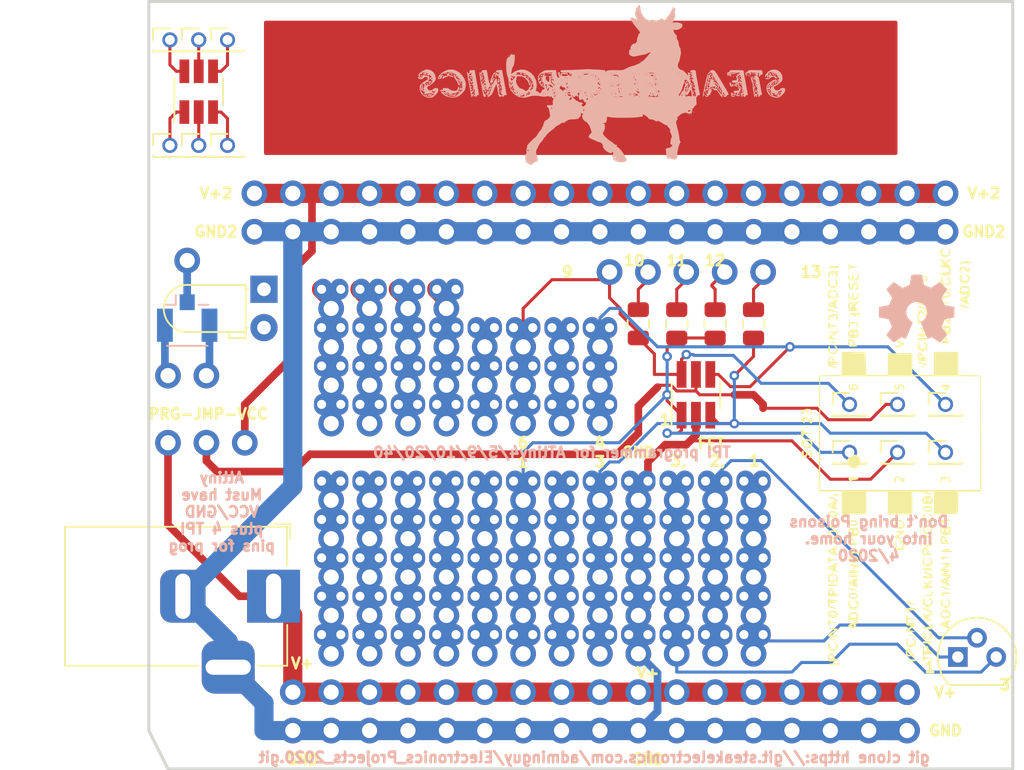
<source format=kicad_pcb>
(kicad_pcb (version 20171130) (host pcbnew 5.0.2+dfsg1-1~bpo9+1)

  (general
    (thickness 1.6002)
    (drawings 35)
    (tracks 349)
    (zones 0)
    (modules 220)
    (nets 1)
  )

  (page User 150.012 200)
  (title_block
    (title High-density-proto-board)
    (date "12 Jun 2014")
    (rev 0.10.a)
    (company "2014 - blog.spitzenpfeil.org")
  )

  (layers
    (0 Front signal)
    (31 Back signal)
    (36 B.SilkS user)
    (37 F.SilkS user)
    (38 B.Mask user)
    (39 F.Mask user)
    (44 Edge.Cuts user)
  )

  (setup
    (last_trace_width 0.4064)
    (user_trace_width 0.2032)
    (user_trace_width 0.3048)
    (user_trace_width 0.4064)
    (user_trace_width 0.508)
    (user_trace_width 0.762)
    (user_trace_width 1.016)
    (user_trace_width 1.27)
    (trace_clearance 0.2032)
    (zone_clearance 0.25)
    (zone_45_only no)
    (trace_min 0.2032)
    (segment_width 0.2)
    (edge_width 0.2)
    (via_size 0.635)
    (via_drill 0.3302)
    (via_min_size 0.635)
    (via_min_drill 0.3302)
    (uvia_size 0.508)
    (uvia_drill 0.127)
    (uvias_allowed no)
    (uvia_min_size 0.508)
    (uvia_min_drill 0.127)
    (pcb_text_width 0.2)
    (pcb_text_size 1 1)
    (mod_edge_width 0.2)
    (mod_text_size 1 1)
    (mod_text_width 0.2)
    (pad_size 1.76 0.65)
    (pad_drill 0)
    (pad_to_mask_clearance 0)
    (solder_mask_min_width 0.25)
    (aux_axis_origin 0 0)
    (visible_elements 7FFFFF7F)
    (pcbplotparams
      (layerselection 0x010f0_ffffffff)
      (usegerberextensions true)
      (usegerberattributes false)
      (usegerberadvancedattributes false)
      (creategerberjobfile false)
      (excludeedgelayer true)
      (linewidth 0.150000)
      (plotframeref false)
      (viasonmask false)
      (mode 1)
      (useauxorigin false)
      (hpglpennumber 1)
      (hpglpenspeed 20)
      (hpglpendiameter 15.000000)
      (psnegative false)
      (psa4output false)
      (plotreference true)
      (plotvalue true)
      (plotinvisibletext false)
      (padsonsilk false)
      (subtractmaskfromsilk true)
      (outputformat 1)
      (mirror false)
      (drillshape 0)
      (scaleselection 1)
      (outputdirectory "gerbers_rev3/"))
  )

  (net 0 "")

  (net_class Default "This is the default net class."
    (clearance 0.2032)
    (trace_width 0.4064)
    (via_dia 0.635)
    (via_drill 0.3302)
    (uvia_dia 0.508)
    (uvia_drill 0.127)
  )

  (module Connector_PinHeader_1.27mm:PinHeader_1x01_P1.27mm_Vertical (layer Front) (tedit 5E804215) (tstamp 5E958158)
    (at 35.687 57.15)
    (descr "Through hole straight pin header, 1x01, 1.27mm pitch, single row")
    (tags "Through hole pin header THT 1x01 1.27mm single row")
    (fp_text reference REF** (at 0 -1.695) (layer F.SilkS) hide
      (effects (font (size 1 1) (thickness 0.15)))
    )
    (fp_text value PinHeader_1x01_P1.27mm_Vertical (at 0 1.695) (layer F.Fab)
      (effects (font (size 1 1) (thickness 0.15)))
    )
    (fp_text user %R (at 0 0 90) (layer F.Fab)
      (effects (font (size 1 1) (thickness 0.15)))
    )
    (fp_line (start 1.55 -1.15) (end -1.55 -1.15) (layer F.CrtYd) (width 0.05))
    (fp_line (start 1.55 1.15) (end 1.55 -1.15) (layer F.CrtYd) (width 0.05))
    (fp_line (start -1.55 1.15) (end 1.55 1.15) (layer F.CrtYd) (width 0.05))
    (fp_line (start -1.55 -1.15) (end -1.55 1.15) (layer F.CrtYd) (width 0.05))
    (fp_line (start -1.11 -0.76) (end 0 -0.76) (layer F.SilkS) (width 0.12))
    (fp_line (start -1.11 0) (end -1.11 -0.76) (layer F.SilkS) (width 0.12))
    (fp_line (start 0.563471 0.76) (end 1.11 0.76) (layer F.SilkS) (width 0.12))
    (fp_line (start -1.11 0.76) (end -0.563471 0.76) (layer F.SilkS) (width 0.12))
    (fp_line (start 1.11 0.76) (end 1.11 0.695) (layer F.SilkS) (width 0.12))
    (fp_line (start -1.11 0.76) (end -1.11 0.695) (layer F.SilkS) (width 0.12))
    (fp_line (start -1.11 0.76) (end 1.11 0.76) (layer F.SilkS) (width 0.12))
    (fp_line (start -1.05 -0.11) (end -0.525 -0.635) (layer F.Fab) (width 0.1))
    (fp_line (start -1.05 0.635) (end -1.05 -0.11) (layer F.Fab) (width 0.1))
    (fp_line (start 1.05 0.635) (end -1.05 0.635) (layer F.Fab) (width 0.1))
    (fp_line (start 1.05 -0.635) (end 1.05 0.635) (layer F.Fab) (width 0.1))
    (fp_line (start -0.525 -0.635) (end 1.05 -0.635) (layer F.Fab) (width 0.1))
    (pad 1 thru_hole oval (at 0 0) (size 1 1) (drill 0.65) (layers *.Cu *.Mask))
    (model ${KISYS3DMOD}/Connector_PinHeader_1.27mm.3dshapes/PinHeader_1x01_P1.27mm_Vertical.wrl
      (at (xyz 0 0 0))
      (scale (xyz 1 1 1))
      (rotate (xyz 0 0 0))
    )
  )

  (module Connector_PinHeader_1.27mm:PinHeader_1x01_P1.27mm_Vertical (layer Front) (tedit 5E804215) (tstamp 5E95812E)
    (at 33.782 57.15)
    (descr "Through hole straight pin header, 1x01, 1.27mm pitch, single row")
    (tags "Through hole pin header THT 1x01 1.27mm single row")
    (fp_text reference REF** (at 0 -1.695) (layer F.SilkS) hide
      (effects (font (size 1 1) (thickness 0.15)))
    )
    (fp_text value PinHeader_1x01_P1.27mm_Vertical (at 0 1.695) (layer F.Fab)
      (effects (font (size 1 1) (thickness 0.15)))
    )
    (fp_line (start -0.525 -0.635) (end 1.05 -0.635) (layer F.Fab) (width 0.1))
    (fp_line (start 1.05 -0.635) (end 1.05 0.635) (layer F.Fab) (width 0.1))
    (fp_line (start 1.05 0.635) (end -1.05 0.635) (layer F.Fab) (width 0.1))
    (fp_line (start -1.05 0.635) (end -1.05 -0.11) (layer F.Fab) (width 0.1))
    (fp_line (start -1.05 -0.11) (end -0.525 -0.635) (layer F.Fab) (width 0.1))
    (fp_line (start -1.11 0.76) (end 1.11 0.76) (layer F.SilkS) (width 0.12))
    (fp_line (start -1.11 0.76) (end -1.11 0.695) (layer F.SilkS) (width 0.12))
    (fp_line (start 1.11 0.76) (end 1.11 0.695) (layer F.SilkS) (width 0.12))
    (fp_line (start -1.11 0.76) (end -0.563471 0.76) (layer F.SilkS) (width 0.12))
    (fp_line (start 0.563471 0.76) (end 1.11 0.76) (layer F.SilkS) (width 0.12))
    (fp_line (start -1.11 0) (end -1.11 -0.76) (layer F.SilkS) (width 0.12))
    (fp_line (start -1.11 -0.76) (end 0 -0.76) (layer F.SilkS) (width 0.12))
    (fp_line (start -1.55 -1.15) (end -1.55 1.15) (layer F.CrtYd) (width 0.05))
    (fp_line (start -1.55 1.15) (end 1.55 1.15) (layer F.CrtYd) (width 0.05))
    (fp_line (start 1.55 1.15) (end 1.55 -1.15) (layer F.CrtYd) (width 0.05))
    (fp_line (start 1.55 -1.15) (end -1.55 -1.15) (layer F.CrtYd) (width 0.05))
    (fp_text user %R (at 0 0 90) (layer F.Fab)
      (effects (font (size 1 1) (thickness 0.15)))
    )
    (pad 1 thru_hole oval (at 0 0) (size 1 1) (drill 0.65) (layers *.Cu *.Mask))
    (model ${KISYS3DMOD}/Connector_PinHeader_1.27mm.3dshapes/PinHeader_1x01_P1.27mm_Vertical.wrl
      (at (xyz 0 0 0))
      (scale (xyz 1 1 1))
      (rotate (xyz 0 0 0))
    )
  )

  (module Connector_PinHeader_1.27mm:PinHeader_1x01_P1.27mm_Vertical (layer Front) (tedit 5E804215) (tstamp 5E958104)
    (at 31.877 57.15)
    (descr "Through hole straight pin header, 1x01, 1.27mm pitch, single row")
    (tags "Through hole pin header THT 1x01 1.27mm single row")
    (fp_text reference REF** (at 0 -1.695) (layer F.SilkS) hide
      (effects (font (size 1 1) (thickness 0.15)))
    )
    (fp_text value PinHeader_1x01_P1.27mm_Vertical (at 0 1.695) (layer F.Fab)
      (effects (font (size 1 1) (thickness 0.15)))
    )
    (fp_text user %R (at 0 0 90) (layer F.Fab)
      (effects (font (size 1 1) (thickness 0.15)))
    )
    (fp_line (start 1.55 -1.15) (end -1.55 -1.15) (layer F.CrtYd) (width 0.05))
    (fp_line (start 1.55 1.15) (end 1.55 -1.15) (layer F.CrtYd) (width 0.05))
    (fp_line (start -1.55 1.15) (end 1.55 1.15) (layer F.CrtYd) (width 0.05))
    (fp_line (start -1.55 -1.15) (end -1.55 1.15) (layer F.CrtYd) (width 0.05))
    (fp_line (start -1.11 -0.76) (end 0 -0.76) (layer F.SilkS) (width 0.12))
    (fp_line (start -1.11 0) (end -1.11 -0.76) (layer F.SilkS) (width 0.12))
    (fp_line (start 0.563471 0.76) (end 1.11 0.76) (layer F.SilkS) (width 0.12))
    (fp_line (start -1.11 0.76) (end -0.563471 0.76) (layer F.SilkS) (width 0.12))
    (fp_line (start 1.11 0.76) (end 1.11 0.695) (layer F.SilkS) (width 0.12))
    (fp_line (start -1.11 0.76) (end -1.11 0.695) (layer F.SilkS) (width 0.12))
    (fp_line (start -1.11 0.76) (end 1.11 0.76) (layer F.SilkS) (width 0.12))
    (fp_line (start -1.05 -0.11) (end -0.525 -0.635) (layer F.Fab) (width 0.1))
    (fp_line (start -1.05 0.635) (end -1.05 -0.11) (layer F.Fab) (width 0.1))
    (fp_line (start 1.05 0.635) (end -1.05 0.635) (layer F.Fab) (width 0.1))
    (fp_line (start 1.05 -0.635) (end 1.05 0.635) (layer F.Fab) (width 0.1))
    (fp_line (start -0.525 -0.635) (end 1.05 -0.635) (layer F.Fab) (width 0.1))
    (pad 1 thru_hole oval (at 0 0) (size 1 1) (drill 0.65) (layers *.Cu *.Mask))
    (model ${KISYS3DMOD}/Connector_PinHeader_1.27mm.3dshapes/PinHeader_1x01_P1.27mm_Vertical.wrl
      (at (xyz 0 0 0))
      (scale (xyz 1 1 1))
      (rotate (xyz 0 0 0))
    )
  )

  (module Connector_PinHeader_1.27mm:PinHeader_1x01_P1.27mm_Vertical (layer Front) (tedit 5E804215) (tstamp 5E9580D9)
    (at 35.687 64.135)
    (descr "Through hole straight pin header, 1x01, 1.27mm pitch, single row")
    (tags "Through hole pin header THT 1x01 1.27mm single row")
    (fp_text reference REF** (at 0 -1.695) (layer F.SilkS) hide
      (effects (font (size 1 1) (thickness 0.15)))
    )
    (fp_text value PinHeader_1x01_P1.27mm_Vertical (at 0 1.695) (layer F.Fab)
      (effects (font (size 1 1) (thickness 0.15)))
    )
    (fp_line (start -0.525 -0.635) (end 1.05 -0.635) (layer F.Fab) (width 0.1))
    (fp_line (start 1.05 -0.635) (end 1.05 0.635) (layer F.Fab) (width 0.1))
    (fp_line (start 1.05 0.635) (end -1.05 0.635) (layer F.Fab) (width 0.1))
    (fp_line (start -1.05 0.635) (end -1.05 -0.11) (layer F.Fab) (width 0.1))
    (fp_line (start -1.05 -0.11) (end -0.525 -0.635) (layer F.Fab) (width 0.1))
    (fp_line (start -1.11 0.76) (end 1.11 0.76) (layer F.SilkS) (width 0.12))
    (fp_line (start -1.11 0.76) (end -1.11 0.695) (layer F.SilkS) (width 0.12))
    (fp_line (start 1.11 0.76) (end 1.11 0.695) (layer F.SilkS) (width 0.12))
    (fp_line (start -1.11 0.76) (end -0.563471 0.76) (layer F.SilkS) (width 0.12))
    (fp_line (start 0.563471 0.76) (end 1.11 0.76) (layer F.SilkS) (width 0.12))
    (fp_line (start -1.11 0) (end -1.11 -0.76) (layer F.SilkS) (width 0.12))
    (fp_line (start -1.11 -0.76) (end 0 -0.76) (layer F.SilkS) (width 0.12))
    (fp_line (start -1.55 -1.15) (end -1.55 1.15) (layer F.CrtYd) (width 0.05))
    (fp_line (start -1.55 1.15) (end 1.55 1.15) (layer F.CrtYd) (width 0.05))
    (fp_line (start 1.55 1.15) (end 1.55 -1.15) (layer F.CrtYd) (width 0.05))
    (fp_line (start 1.55 -1.15) (end -1.55 -1.15) (layer F.CrtYd) (width 0.05))
    (fp_text user %R (at 0 0 90) (layer F.Fab)
      (effects (font (size 1 1) (thickness 0.15)))
    )
    (pad 1 thru_hole oval (at 0 0) (size 1 1) (drill 0.65) (layers *.Cu *.Mask))
    (model ${KISYS3DMOD}/Connector_PinHeader_1.27mm.3dshapes/PinHeader_1x01_P1.27mm_Vertical.wrl
      (at (xyz 0 0 0))
      (scale (xyz 1 1 1))
      (rotate (xyz 0 0 0))
    )
  )

  (module Connector_PinHeader_1.27mm:PinHeader_1x01_P1.27mm_Vertical (layer Front) (tedit 5E804215) (tstamp 5E9580AF)
    (at 33.782 64.135)
    (descr "Through hole straight pin header, 1x01, 1.27mm pitch, single row")
    (tags "Through hole pin header THT 1x01 1.27mm single row")
    (fp_text reference REF** (at 0 -1.695) (layer F.SilkS) hide
      (effects (font (size 1 1) (thickness 0.15)))
    )
    (fp_text value PinHeader_1x01_P1.27mm_Vertical (at 0 1.695) (layer F.Fab)
      (effects (font (size 1 1) (thickness 0.15)))
    )
    (fp_text user %R (at 0 0 90) (layer F.Fab)
      (effects (font (size 1 1) (thickness 0.15)))
    )
    (fp_line (start 1.55 -1.15) (end -1.55 -1.15) (layer F.CrtYd) (width 0.05))
    (fp_line (start 1.55 1.15) (end 1.55 -1.15) (layer F.CrtYd) (width 0.05))
    (fp_line (start -1.55 1.15) (end 1.55 1.15) (layer F.CrtYd) (width 0.05))
    (fp_line (start -1.55 -1.15) (end -1.55 1.15) (layer F.CrtYd) (width 0.05))
    (fp_line (start -1.11 -0.76) (end 0 -0.76) (layer F.SilkS) (width 0.12))
    (fp_line (start -1.11 0) (end -1.11 -0.76) (layer F.SilkS) (width 0.12))
    (fp_line (start 0.563471 0.76) (end 1.11 0.76) (layer F.SilkS) (width 0.12))
    (fp_line (start -1.11 0.76) (end -0.563471 0.76) (layer F.SilkS) (width 0.12))
    (fp_line (start 1.11 0.76) (end 1.11 0.695) (layer F.SilkS) (width 0.12))
    (fp_line (start -1.11 0.76) (end -1.11 0.695) (layer F.SilkS) (width 0.12))
    (fp_line (start -1.11 0.76) (end 1.11 0.76) (layer F.SilkS) (width 0.12))
    (fp_line (start -1.05 -0.11) (end -0.525 -0.635) (layer F.Fab) (width 0.1))
    (fp_line (start -1.05 0.635) (end -1.05 -0.11) (layer F.Fab) (width 0.1))
    (fp_line (start 1.05 0.635) (end -1.05 0.635) (layer F.Fab) (width 0.1))
    (fp_line (start 1.05 -0.635) (end 1.05 0.635) (layer F.Fab) (width 0.1))
    (fp_line (start -0.525 -0.635) (end 1.05 -0.635) (layer F.Fab) (width 0.1))
    (pad 1 thru_hole oval (at 0 0) (size 1 1) (drill 0.65) (layers *.Cu *.Mask))
    (model ${KISYS3DMOD}/Connector_PinHeader_1.27mm.3dshapes/PinHeader_1x01_P1.27mm_Vertical.wrl
      (at (xyz 0 0 0))
      (scale (xyz 1 1 1))
      (rotate (xyz 0 0 0))
    )
  )

  (module Connector_PinHeader_1.27mm:PinHeader_1x01_P1.27mm_Vertical (layer Front) (tedit 5E804215) (tstamp 5E958082)
    (at 31.877 64.135)
    (descr "Through hole straight pin header, 1x01, 1.27mm pitch, single row")
    (tags "Through hole pin header THT 1x01 1.27mm single row")
    (fp_text reference REF** (at 0 -1.695) (layer F.SilkS) hide
      (effects (font (size 1 1) (thickness 0.15)))
    )
    (fp_text value PinHeader_1x01_P1.27mm_Vertical (at 0 1.695) (layer F.Fab)
      (effects (font (size 1 1) (thickness 0.15)))
    )
    (fp_line (start -0.525 -0.635) (end 1.05 -0.635) (layer F.Fab) (width 0.1))
    (fp_line (start 1.05 -0.635) (end 1.05 0.635) (layer F.Fab) (width 0.1))
    (fp_line (start 1.05 0.635) (end -1.05 0.635) (layer F.Fab) (width 0.1))
    (fp_line (start -1.05 0.635) (end -1.05 -0.11) (layer F.Fab) (width 0.1))
    (fp_line (start -1.05 -0.11) (end -0.525 -0.635) (layer F.Fab) (width 0.1))
    (fp_line (start -1.11 0.76) (end 1.11 0.76) (layer F.SilkS) (width 0.12))
    (fp_line (start -1.11 0.76) (end -1.11 0.695) (layer F.SilkS) (width 0.12))
    (fp_line (start 1.11 0.76) (end 1.11 0.695) (layer F.SilkS) (width 0.12))
    (fp_line (start -1.11 0.76) (end -0.563471 0.76) (layer F.SilkS) (width 0.12))
    (fp_line (start 0.563471 0.76) (end 1.11 0.76) (layer F.SilkS) (width 0.12))
    (fp_line (start -1.11 0) (end -1.11 -0.76) (layer F.SilkS) (width 0.12))
    (fp_line (start -1.11 -0.76) (end 0 -0.76) (layer F.SilkS) (width 0.12))
    (fp_line (start -1.55 -1.15) (end -1.55 1.15) (layer F.CrtYd) (width 0.05))
    (fp_line (start -1.55 1.15) (end 1.55 1.15) (layer F.CrtYd) (width 0.05))
    (fp_line (start 1.55 1.15) (end 1.55 -1.15) (layer F.CrtYd) (width 0.05))
    (fp_line (start 1.55 -1.15) (end -1.55 -1.15) (layer F.CrtYd) (width 0.05))
    (fp_text user %R (at 0 0 90) (layer F.Fab)
      (effects (font (size 1 1) (thickness 0.15)))
    )
    (pad 1 thru_hole oval (at 0 0) (size 1 1) (drill 0.65) (layers *.Cu *.Mask))
    (model ${KISYS3DMOD}/Connector_PinHeader_1.27mm.3dshapes/PinHeader_1x01_P1.27mm_Vertical.wrl
      (at (xyz 0 0 0))
      (scale (xyz 1 1 1))
      (rotate (xyz 0 0 0))
    )
  )

  (module footprints:PinHeader_1x01_EDIT (layer Front) (tedit 5E954CC4) (tstamp 5E955D6E)
    (at 36.83 83.82)
    (descr "Through hole straight pin header, 1x01, 2.54mm pitch, single row")
    (tags "Through hole pin header THT 1x01 2.54mm single row")
    (fp_text reference REF** (at 0 -2.33) (layer F.SilkS) hide
      (effects (font (size 1 1) (thickness 0.15)))
    )
    (fp_text value PinHeader_1x01_P2.54mm_Vertical (at 0 2.33) (layer F.Fab)
      (effects (font (size 1 1) (thickness 0.15)))
    )
    (fp_text user %R (at 0 0 90) (layer F.Fab)
      (effects (font (size 1 1) (thickness 0.15)))
    )
    (fp_line (start 1.8 -1.8) (end -1.8 -1.8) (layer F.CrtYd) (width 0.05))
    (fp_line (start 1.8 1.8) (end 1.8 -1.8) (layer F.CrtYd) (width 0.05))
    (fp_line (start -1.8 1.8) (end 1.8 1.8) (layer F.CrtYd) (width 0.05))
    (fp_line (start -1.8 -1.8) (end -1.8 1.8) (layer F.CrtYd) (width 0.05))
    (fp_line (start -1.27 -0.635) (end -0.635 -1.27) (layer F.Fab) (width 0.1))
    (fp_line (start -1.27 1.27) (end -1.27 -0.635) (layer F.Fab) (width 0.1))
    (fp_line (start 1.27 -1.27) (end 1.27 1.27) (layer F.Fab) (width 0.1))
    (fp_line (start -0.635 -1.27) (end 1.27 -1.27) (layer F.Fab) (width 0.1))
    (pad 1 thru_hole oval (at 0 0) (size 1.7 1.7) (drill 1) (layers *.Cu *.Mask))
    (model ${KISYS3DMOD}/Connector_PinHeader_2.54mm.3dshapes/PinHeader_1x01_P2.54mm_Vertical.wrl
      (at (xyz 0 0 0))
      (scale (xyz 1 1 1))
      (rotate (xyz 0 0 0))
    )
  )

  (module footprints:PinHeader_1x01_EDIT (layer Front) (tedit 5E954CC4) (tstamp 5E955D54)
    (at 34.29 83.82)
    (descr "Through hole straight pin header, 1x01, 2.54mm pitch, single row")
    (tags "Through hole pin header THT 1x01 2.54mm single row")
    (fp_text reference REF** (at 0 -2.33) (layer F.SilkS) hide
      (effects (font (size 1 1) (thickness 0.15)))
    )
    (fp_text value PinHeader_1x01_P2.54mm_Vertical (at 0 2.33) (layer F.Fab)
      (effects (font (size 1 1) (thickness 0.15)))
    )
    (fp_line (start -0.635 -1.27) (end 1.27 -1.27) (layer F.Fab) (width 0.1))
    (fp_line (start 1.27 -1.27) (end 1.27 1.27) (layer F.Fab) (width 0.1))
    (fp_line (start -1.27 1.27) (end -1.27 -0.635) (layer F.Fab) (width 0.1))
    (fp_line (start -1.27 -0.635) (end -0.635 -1.27) (layer F.Fab) (width 0.1))
    (fp_line (start -1.8 -1.8) (end -1.8 1.8) (layer F.CrtYd) (width 0.05))
    (fp_line (start -1.8 1.8) (end 1.8 1.8) (layer F.CrtYd) (width 0.05))
    (fp_line (start 1.8 1.8) (end 1.8 -1.8) (layer F.CrtYd) (width 0.05))
    (fp_line (start 1.8 -1.8) (end -1.8 -1.8) (layer F.CrtYd) (width 0.05))
    (fp_text user %R (at 0 0 90) (layer F.Fab)
      (effects (font (size 1 1) (thickness 0.15)))
    )
    (pad 1 thru_hole oval (at 0 0) (size 1.7 1.7) (drill 1) (layers *.Cu *.Mask))
    (model ${KISYS3DMOD}/Connector_PinHeader_2.54mm.3dshapes/PinHeader_1x01_P2.54mm_Vertical.wrl
      (at (xyz 0 0 0))
      (scale (xyz 1 1 1))
      (rotate (xyz 0 0 0))
    )
  )

  (module Connector_PinHeader_1.27mm:PinHeader_1x01_P1.27mm_Vertical (layer Front) (tedit 5E804215) (tstamp 5E818D34)
    (at 76.835 84.455)
    (descr "Through hole straight pin header, 1x01, 1.27mm pitch, single row")
    (tags "Through hole pin header THT 1x01 1.27mm single row")
    (fp_text reference REF** (at 0 -1.695) (layer F.SilkS) hide
      (effects (font (size 1 1) (thickness 0.15)))
    )
    (fp_text value PinHeader_1x01_P1.27mm_Vertical (at 0 1.695) (layer F.Fab)
      (effects (font (size 1 1) (thickness 0.15)))
    )
    (fp_line (start -0.525 -0.635) (end 1.05 -0.635) (layer F.Fab) (width 0.1))
    (fp_line (start 1.05 -0.635) (end 1.05 0.635) (layer F.Fab) (width 0.1))
    (fp_line (start 1.05 0.635) (end -1.05 0.635) (layer F.Fab) (width 0.1))
    (fp_line (start -1.05 0.635) (end -1.05 -0.11) (layer F.Fab) (width 0.1))
    (fp_line (start -1.05 -0.11) (end -0.525 -0.635) (layer F.Fab) (width 0.1))
    (fp_line (start -1.11 0.76) (end 1.11 0.76) (layer F.SilkS) (width 0.12))
    (fp_line (start -1.11 0.76) (end -1.11 0.695) (layer F.SilkS) (width 0.12))
    (fp_line (start 1.11 0.76) (end 1.11 0.695) (layer F.SilkS) (width 0.12))
    (fp_line (start -1.11 0.76) (end -0.563471 0.76) (layer F.SilkS) (width 0.12))
    (fp_line (start 0.563471 0.76) (end 1.11 0.76) (layer F.SilkS) (width 0.12))
    (fp_line (start -1.11 0) (end -1.11 -0.76) (layer F.SilkS) (width 0.12))
    (fp_line (start -1.11 -0.76) (end 0 -0.76) (layer F.SilkS) (width 0.12))
    (fp_line (start -1.55 -1.15) (end -1.55 1.15) (layer F.CrtYd) (width 0.05))
    (fp_line (start -1.55 1.15) (end 1.55 1.15) (layer F.CrtYd) (width 0.05))
    (fp_line (start 1.55 1.15) (end 1.55 -1.15) (layer F.CrtYd) (width 0.05))
    (fp_line (start 1.55 -1.15) (end -1.55 -1.15) (layer F.CrtYd) (width 0.05))
    (fp_text user %R (at 0 0 90) (layer F.Fab)
      (effects (font (size 1 1) (thickness 0.15)))
    )
    (pad 1 thru_hole oval (at 0 0) (size 1 1) (drill 0.65) (layers *.Cu *.Mask))
    (model ${KISYS3DMOD}/Connector_PinHeader_1.27mm.3dshapes/PinHeader_1x01_P1.27mm_Vertical.wrl
      (at (xyz 0 0 0))
      (scale (xyz 1 1 1))
      (rotate (xyz 0 0 0))
    )
  )

  (module Connector_PinHeader_1.27mm:PinHeader_1x01_P1.27mm_Vertical (layer Front) (tedit 5E804215) (tstamp 5E818D0A)
    (at 80.01 84.455)
    (descr "Through hole straight pin header, 1x01, 1.27mm pitch, single row")
    (tags "Through hole pin header THT 1x01 1.27mm single row")
    (fp_text reference REF** (at 0 -1.695) (layer F.SilkS) hide
      (effects (font (size 1 1) (thickness 0.15)))
    )
    (fp_text value PinHeader_1x01_P1.27mm_Vertical (at 0 1.695) (layer F.Fab)
      (effects (font (size 1 1) (thickness 0.15)))
    )
    (fp_text user %R (at 0 0 90) (layer F.Fab)
      (effects (font (size 1 1) (thickness 0.15)))
    )
    (fp_line (start 1.55 -1.15) (end -1.55 -1.15) (layer F.CrtYd) (width 0.05))
    (fp_line (start 1.55 1.15) (end 1.55 -1.15) (layer F.CrtYd) (width 0.05))
    (fp_line (start -1.55 1.15) (end 1.55 1.15) (layer F.CrtYd) (width 0.05))
    (fp_line (start -1.55 -1.15) (end -1.55 1.15) (layer F.CrtYd) (width 0.05))
    (fp_line (start -1.11 -0.76) (end 0 -0.76) (layer F.SilkS) (width 0.12))
    (fp_line (start -1.11 0) (end -1.11 -0.76) (layer F.SilkS) (width 0.12))
    (fp_line (start 0.563471 0.76) (end 1.11 0.76) (layer F.SilkS) (width 0.12))
    (fp_line (start -1.11 0.76) (end -0.563471 0.76) (layer F.SilkS) (width 0.12))
    (fp_line (start 1.11 0.76) (end 1.11 0.695) (layer F.SilkS) (width 0.12))
    (fp_line (start -1.11 0.76) (end -1.11 0.695) (layer F.SilkS) (width 0.12))
    (fp_line (start -1.11 0.76) (end 1.11 0.76) (layer F.SilkS) (width 0.12))
    (fp_line (start -1.05 -0.11) (end -0.525 -0.635) (layer F.Fab) (width 0.1))
    (fp_line (start -1.05 0.635) (end -1.05 -0.11) (layer F.Fab) (width 0.1))
    (fp_line (start 1.05 0.635) (end -1.05 0.635) (layer F.Fab) (width 0.1))
    (fp_line (start 1.05 -0.635) (end 1.05 0.635) (layer F.Fab) (width 0.1))
    (fp_line (start -0.525 -0.635) (end 1.05 -0.635) (layer F.Fab) (width 0.1))
    (pad 1 thru_hole oval (at 0 0) (size 1 1) (drill 0.65) (layers *.Cu *.Mask))
    (model ${KISYS3DMOD}/Connector_PinHeader_1.27mm.3dshapes/PinHeader_1x01_P1.27mm_Vertical.wrl
      (at (xyz 0 0 0))
      (scale (xyz 1 1 1))
      (rotate (xyz 0 0 0))
    )
  )

  (module Connector_PinHeader_1.27mm:PinHeader_1x01_P1.27mm_Vertical (layer Front) (tedit 5E804215) (tstamp 5E818CE0)
    (at 83.185 84.455)
    (descr "Through hole straight pin header, 1x01, 1.27mm pitch, single row")
    (tags "Through hole pin header THT 1x01 1.27mm single row")
    (fp_text reference REF** (at 0 -1.695) (layer F.SilkS) hide
      (effects (font (size 1 1) (thickness 0.15)))
    )
    (fp_text value PinHeader_1x01_P1.27mm_Vertical (at 0 1.695) (layer F.Fab)
      (effects (font (size 1 1) (thickness 0.15)))
    )
    (fp_line (start -0.525 -0.635) (end 1.05 -0.635) (layer F.Fab) (width 0.1))
    (fp_line (start 1.05 -0.635) (end 1.05 0.635) (layer F.Fab) (width 0.1))
    (fp_line (start 1.05 0.635) (end -1.05 0.635) (layer F.Fab) (width 0.1))
    (fp_line (start -1.05 0.635) (end -1.05 -0.11) (layer F.Fab) (width 0.1))
    (fp_line (start -1.05 -0.11) (end -0.525 -0.635) (layer F.Fab) (width 0.1))
    (fp_line (start -1.11 0.76) (end 1.11 0.76) (layer F.SilkS) (width 0.12))
    (fp_line (start -1.11 0.76) (end -1.11 0.695) (layer F.SilkS) (width 0.12))
    (fp_line (start 1.11 0.76) (end 1.11 0.695) (layer F.SilkS) (width 0.12))
    (fp_line (start -1.11 0.76) (end -0.563471 0.76) (layer F.SilkS) (width 0.12))
    (fp_line (start 0.563471 0.76) (end 1.11 0.76) (layer F.SilkS) (width 0.12))
    (fp_line (start -1.11 0) (end -1.11 -0.76) (layer F.SilkS) (width 0.12))
    (fp_line (start -1.11 -0.76) (end 0 -0.76) (layer F.SilkS) (width 0.12))
    (fp_line (start -1.55 -1.15) (end -1.55 1.15) (layer F.CrtYd) (width 0.05))
    (fp_line (start -1.55 1.15) (end 1.55 1.15) (layer F.CrtYd) (width 0.05))
    (fp_line (start 1.55 1.15) (end 1.55 -1.15) (layer F.CrtYd) (width 0.05))
    (fp_line (start 1.55 -1.15) (end -1.55 -1.15) (layer F.CrtYd) (width 0.05))
    (fp_text user %R (at 0 0 90) (layer F.Fab)
      (effects (font (size 1 1) (thickness 0.15)))
    )
    (pad 1 thru_hole oval (at 0 0) (size 1 1) (drill 0.65) (layers *.Cu *.Mask))
    (model ${KISYS3DMOD}/Connector_PinHeader_1.27mm.3dshapes/PinHeader_1x01_P1.27mm_Vertical.wrl
      (at (xyz 0 0 0))
      (scale (xyz 1 1 1))
      (rotate (xyz 0 0 0))
    )
  )

  (module Connector_PinHeader_1.27mm:PinHeader_1x01_P1.27mm_Vertical (layer Front) (tedit 5E804215) (tstamp 5E818CB6)
    (at 83.185 81.28)
    (descr "Through hole straight pin header, 1x01, 1.27mm pitch, single row")
    (tags "Through hole pin header THT 1x01 1.27mm single row")
    (fp_text reference REF** (at 0 -1.695) (layer F.SilkS) hide
      (effects (font (size 1 1) (thickness 0.15)))
    )
    (fp_text value PinHeader_1x01_P1.27mm_Vertical (at 0 1.695) (layer F.Fab)
      (effects (font (size 1 1) (thickness 0.15)))
    )
    (fp_text user %R (at 0 0 90) (layer F.Fab)
      (effects (font (size 1 1) (thickness 0.15)))
    )
    (fp_line (start 1.55 -1.15) (end -1.55 -1.15) (layer F.CrtYd) (width 0.05))
    (fp_line (start 1.55 1.15) (end 1.55 -1.15) (layer F.CrtYd) (width 0.05))
    (fp_line (start -1.55 1.15) (end 1.55 1.15) (layer F.CrtYd) (width 0.05))
    (fp_line (start -1.55 -1.15) (end -1.55 1.15) (layer F.CrtYd) (width 0.05))
    (fp_line (start -1.11 -0.76) (end 0 -0.76) (layer F.SilkS) (width 0.12))
    (fp_line (start -1.11 0) (end -1.11 -0.76) (layer F.SilkS) (width 0.12))
    (fp_line (start 0.563471 0.76) (end 1.11 0.76) (layer F.SilkS) (width 0.12))
    (fp_line (start -1.11 0.76) (end -0.563471 0.76) (layer F.SilkS) (width 0.12))
    (fp_line (start 1.11 0.76) (end 1.11 0.695) (layer F.SilkS) (width 0.12))
    (fp_line (start -1.11 0.76) (end -1.11 0.695) (layer F.SilkS) (width 0.12))
    (fp_line (start -1.11 0.76) (end 1.11 0.76) (layer F.SilkS) (width 0.12))
    (fp_line (start -1.05 -0.11) (end -0.525 -0.635) (layer F.Fab) (width 0.1))
    (fp_line (start -1.05 0.635) (end -1.05 -0.11) (layer F.Fab) (width 0.1))
    (fp_line (start 1.05 0.635) (end -1.05 0.635) (layer F.Fab) (width 0.1))
    (fp_line (start 1.05 -0.635) (end 1.05 0.635) (layer F.Fab) (width 0.1))
    (fp_line (start -0.525 -0.635) (end 1.05 -0.635) (layer F.Fab) (width 0.1))
    (pad 1 thru_hole oval (at 0 0) (size 1 1) (drill 0.65) (layers *.Cu *.Mask))
    (model ${KISYS3DMOD}/Connector_PinHeader_1.27mm.3dshapes/PinHeader_1x01_P1.27mm_Vertical.wrl
      (at (xyz 0 0 0))
      (scale (xyz 1 1 1))
      (rotate (xyz 0 0 0))
    )
  )

  (module Connector_PinHeader_1.27mm:PinHeader_1x01_P1.27mm_Vertical (layer Front) (tedit 5E804215) (tstamp 5E818C8C)
    (at 80.01 81.28)
    (descr "Through hole straight pin header, 1x01, 1.27mm pitch, single row")
    (tags "Through hole pin header THT 1x01 1.27mm single row")
    (fp_text reference REF** (at 0 -1.695) (layer F.SilkS) hide
      (effects (font (size 1 1) (thickness 0.15)))
    )
    (fp_text value PinHeader_1x01_P1.27mm_Vertical (at 0 1.695) (layer F.Fab)
      (effects (font (size 1 1) (thickness 0.15)))
    )
    (fp_line (start -0.525 -0.635) (end 1.05 -0.635) (layer F.Fab) (width 0.1))
    (fp_line (start 1.05 -0.635) (end 1.05 0.635) (layer F.Fab) (width 0.1))
    (fp_line (start 1.05 0.635) (end -1.05 0.635) (layer F.Fab) (width 0.1))
    (fp_line (start -1.05 0.635) (end -1.05 -0.11) (layer F.Fab) (width 0.1))
    (fp_line (start -1.05 -0.11) (end -0.525 -0.635) (layer F.Fab) (width 0.1))
    (fp_line (start -1.11 0.76) (end 1.11 0.76) (layer F.SilkS) (width 0.12))
    (fp_line (start -1.11 0.76) (end -1.11 0.695) (layer F.SilkS) (width 0.12))
    (fp_line (start 1.11 0.76) (end 1.11 0.695) (layer F.SilkS) (width 0.12))
    (fp_line (start -1.11 0.76) (end -0.563471 0.76) (layer F.SilkS) (width 0.12))
    (fp_line (start 0.563471 0.76) (end 1.11 0.76) (layer F.SilkS) (width 0.12))
    (fp_line (start -1.11 0) (end -1.11 -0.76) (layer F.SilkS) (width 0.12))
    (fp_line (start -1.11 -0.76) (end 0 -0.76) (layer F.SilkS) (width 0.12))
    (fp_line (start -1.55 -1.15) (end -1.55 1.15) (layer F.CrtYd) (width 0.05))
    (fp_line (start -1.55 1.15) (end 1.55 1.15) (layer F.CrtYd) (width 0.05))
    (fp_line (start 1.55 1.15) (end 1.55 -1.15) (layer F.CrtYd) (width 0.05))
    (fp_line (start 1.55 -1.15) (end -1.55 -1.15) (layer F.CrtYd) (width 0.05))
    (fp_text user %R (at 0 0 90) (layer F.Fab)
      (effects (font (size 1 1) (thickness 0.15)))
    )
    (pad 1 thru_hole oval (at 0 0) (size 1 1) (drill 0.65) (layers *.Cu *.Mask))
    (model ${KISYS3DMOD}/Connector_PinHeader_1.27mm.3dshapes/PinHeader_1x01_P1.27mm_Vertical.wrl
      (at (xyz 0 0 0))
      (scale (xyz 1 1 1))
      (rotate (xyz 0 0 0))
    )
  )

  (module footprints:PinHeader_1x01_EDIT (layer Front) (tedit 5E6DA448) (tstamp 5E80805A)
    (at 67.945 102.87)
    (descr "Through hole straight pin header, 1x01, 2.54mm pitch, single row")
    (tags "Through hole pin header THT 1x01 2.54mm single row")
    (fp_text reference REF** (at 0 -2.33) (layer F.SilkS) hide
      (effects (font (size 1 1) (thickness 0.15)))
    )
    (fp_text value PinHeader_1x01_P2.54mm_Vertical (at 0 2.33) (layer F.Fab)
      (effects (font (size 1 1) (thickness 0.15)))
    )
    (fp_text user %R (at 0 0 90) (layer F.Fab)
      (effects (font (size 1 1) (thickness 0.15)))
    )
    (fp_line (start 1.8 -1.8) (end -1.8 -1.8) (layer F.CrtYd) (width 0.05))
    (fp_line (start 1.8 1.8) (end 1.8 -1.8) (layer F.CrtYd) (width 0.05))
    (fp_line (start -1.8 1.8) (end 1.8 1.8) (layer F.CrtYd) (width 0.05))
    (fp_line (start -1.8 -1.8) (end -1.8 1.8) (layer F.CrtYd) (width 0.05))
    (fp_line (start -1.27 -0.635) (end -0.635 -1.27) (layer F.Fab) (width 0.1))
    (fp_line (start -1.27 1.27) (end -1.27 -0.635) (layer F.Fab) (width 0.1))
    (fp_line (start 1.27 -1.27) (end 1.27 1.27) (layer F.Fab) (width 0.1))
    (fp_line (start -0.635 -1.27) (end 1.27 -1.27) (layer F.Fab) (width 0.1))
    (pad 1 thru_hole oval (at 0 0) (size 1.7 1.7) (drill 1) (layers *.Cu *.Mask))
    (model ${KISYS3DMOD}/Connector_PinHeader_2.54mm.3dshapes/PinHeader_1x01_P2.54mm_Vertical.wrl
      (at (xyz 0 0 0))
      (scale (xyz 1 1 1))
      (rotate (xyz 0 0 0))
    )
  )

  (module Resistor_SMD:R_0805_2012Metric (layer Front) (tedit 5E803B8F) (tstamp 5E806144)
    (at 70.485 75.946 270)
    (descr "Resistor SMD 0805 (2012 Metric), square (rectangular) end terminal, IPC_7351 nominal, (Body size source: https://docs.google.com/spreadsheets/d/1BsfQQcO9C6DZCsRaXUlFlo91Tg2WpOkGARC1WS5S8t0/edit?usp=sharing), generated with kicad-footprint-generator")
    (tags resistor)
    (attr smd)
    (fp_text reference REF** (at 0 -1.65 270) (layer F.SilkS) hide
      (effects (font (size 1 1) (thickness 0.15)))
    )
    (fp_text value R_0805_2012Metric (at 0 1.65 270) (layer F.Fab)
      (effects (font (size 1 1) (thickness 0.15)))
    )
    (fp_line (start -1 0.6) (end -1 -0.6) (layer F.Fab) (width 0.1))
    (fp_line (start -1 -0.6) (end 1 -0.6) (layer F.Fab) (width 0.1))
    (fp_line (start 1 -0.6) (end 1 0.6) (layer F.Fab) (width 0.1))
    (fp_line (start 1 0.6) (end -1 0.6) (layer F.Fab) (width 0.1))
    (fp_line (start -0.258578 -0.71) (end 0.258578 -0.71) (layer F.SilkS) (width 0.12))
    (fp_line (start -0.258578 0.71) (end 0.258578 0.71) (layer F.SilkS) (width 0.12))
    (fp_line (start -1.68 0.95) (end -1.68 -0.95) (layer F.CrtYd) (width 0.05))
    (fp_line (start -1.68 -0.95) (end 1.68 -0.95) (layer F.CrtYd) (width 0.05))
    (fp_line (start 1.68 -0.95) (end 1.68 0.95) (layer F.CrtYd) (width 0.05))
    (fp_line (start 1.68 0.95) (end -1.68 0.95) (layer F.CrtYd) (width 0.05))
    (fp_text user %R (at 0 0 270) (layer F.Fab)
      (effects (font (size 0.5 0.5) (thickness 0.08)))
    )
    (pad 1 smd roundrect (at -0.9375 0 270) (size 0.975 1.4) (layers Front F.Paste F.Mask) (roundrect_rratio 0.25))
    (pad 2 smd roundrect (at 0.9375 0 270) (size 0.975 1.4) (layers Front F.Paste F.Mask) (roundrect_rratio 0.25))
    (model ${KISYS3DMOD}/Resistor_SMD.3dshapes/R_0805_2012Metric.wrl
      (at (xyz 0 0 0))
      (scale (xyz 1 1 1))
      (rotate (xyz 0 0 0))
    )
  )

  (module Resistor_SMD:R_0805_2012Metric (layer Front) (tedit 5E803B8F) (tstamp 5E806124)
    (at 67.945 75.946 270)
    (descr "Resistor SMD 0805 (2012 Metric), square (rectangular) end terminal, IPC_7351 nominal, (Body size source: https://docs.google.com/spreadsheets/d/1BsfQQcO9C6DZCsRaXUlFlo91Tg2WpOkGARC1WS5S8t0/edit?usp=sharing), generated with kicad-footprint-generator")
    (tags resistor)
    (attr smd)
    (fp_text reference REF** (at 0 -1.65 270) (layer F.SilkS) hide
      (effects (font (size 1 1) (thickness 0.15)))
    )
    (fp_text value R_0805_2012Metric (at 0 1.65 270) (layer F.Fab)
      (effects (font (size 1 1) (thickness 0.15)))
    )
    (fp_text user %R (at 0 0 270) (layer F.Fab)
      (effects (font (size 0.5 0.5) (thickness 0.08)))
    )
    (fp_line (start 1.68 0.95) (end -1.68 0.95) (layer F.CrtYd) (width 0.05))
    (fp_line (start 1.68 -0.95) (end 1.68 0.95) (layer F.CrtYd) (width 0.05))
    (fp_line (start -1.68 -0.95) (end 1.68 -0.95) (layer F.CrtYd) (width 0.05))
    (fp_line (start -1.68 0.95) (end -1.68 -0.95) (layer F.CrtYd) (width 0.05))
    (fp_line (start -0.258578 0.71) (end 0.258578 0.71) (layer F.SilkS) (width 0.12))
    (fp_line (start -0.258578 -0.71) (end 0.258578 -0.71) (layer F.SilkS) (width 0.12))
    (fp_line (start 1 0.6) (end -1 0.6) (layer F.Fab) (width 0.1))
    (fp_line (start 1 -0.6) (end 1 0.6) (layer F.Fab) (width 0.1))
    (fp_line (start -1 -0.6) (end 1 -0.6) (layer F.Fab) (width 0.1))
    (fp_line (start -1 0.6) (end -1 -0.6) (layer F.Fab) (width 0.1))
    (pad 2 smd roundrect (at 0.9375 0 270) (size 0.975 1.4) (layers Front F.Paste F.Mask) (roundrect_rratio 0.25))
    (pad 1 smd roundrect (at -0.9375 0 270) (size 0.975 1.4) (layers Front F.Paste F.Mask) (roundrect_rratio 0.25))
    (model ${KISYS3DMOD}/Resistor_SMD.3dshapes/R_0805_2012Metric.wrl
      (at (xyz 0 0 0))
      (scale (xyz 1 1 1))
      (rotate (xyz 0 0 0))
    )
  )

  (module Resistor_SMD:R_0805_2012Metric (layer Front) (tedit 5E803B8F) (tstamp 5E806104)
    (at 65.405 75.946 270)
    (descr "Resistor SMD 0805 (2012 Metric), square (rectangular) end terminal, IPC_7351 nominal, (Body size source: https://docs.google.com/spreadsheets/d/1BsfQQcO9C6DZCsRaXUlFlo91Tg2WpOkGARC1WS5S8t0/edit?usp=sharing), generated with kicad-footprint-generator")
    (tags resistor)
    (attr smd)
    (fp_text reference REF** (at 0 -1.65 270) (layer F.SilkS) hide
      (effects (font (size 1 1) (thickness 0.15)))
    )
    (fp_text value R_0805_2012Metric (at 0 1.65 270) (layer F.Fab)
      (effects (font (size 1 1) (thickness 0.15)))
    )
    (fp_line (start -1 0.6) (end -1 -0.6) (layer F.Fab) (width 0.1))
    (fp_line (start -1 -0.6) (end 1 -0.6) (layer F.Fab) (width 0.1))
    (fp_line (start 1 -0.6) (end 1 0.6) (layer F.Fab) (width 0.1))
    (fp_line (start 1 0.6) (end -1 0.6) (layer F.Fab) (width 0.1))
    (fp_line (start -0.258578 -0.71) (end 0.258578 -0.71) (layer F.SilkS) (width 0.12))
    (fp_line (start -0.258578 0.71) (end 0.258578 0.71) (layer F.SilkS) (width 0.12))
    (fp_line (start -1.68 0.95) (end -1.68 -0.95) (layer F.CrtYd) (width 0.05))
    (fp_line (start -1.68 -0.95) (end 1.68 -0.95) (layer F.CrtYd) (width 0.05))
    (fp_line (start 1.68 -0.95) (end 1.68 0.95) (layer F.CrtYd) (width 0.05))
    (fp_line (start 1.68 0.95) (end -1.68 0.95) (layer F.CrtYd) (width 0.05))
    (fp_text user %R (at 0 0 270) (layer F.Fab)
      (effects (font (size 0.5 0.5) (thickness 0.08)))
    )
    (pad 1 smd roundrect (at -0.9375 0 270) (size 0.975 1.4) (layers Front F.Paste F.Mask) (roundrect_rratio 0.25))
    (pad 2 smd roundrect (at 0.9375 0 270) (size 0.975 1.4) (layers Front F.Paste F.Mask) (roundrect_rratio 0.25))
    (model ${KISYS3DMOD}/Resistor_SMD.3dshapes/R_0805_2012Metric.wrl
      (at (xyz 0 0 0))
      (scale (xyz 1 1 1))
      (rotate (xyz 0 0 0))
    )
  )

  (module footprints:PinHeader_1x01_EDIT (layer Front) (tedit 5E6DA448) (tstamp 5E802CF1)
    (at 60.96 72.517)
    (descr "Through hole straight pin header, 1x01, 2.54mm pitch, single row")
    (tags "Through hole pin header THT 1x01 2.54mm single row")
    (fp_text reference REF** (at 0 -2.33) (layer F.SilkS) hide
      (effects (font (size 1 1) (thickness 0.15)))
    )
    (fp_text value PinHeader_1x01_P2.54mm_Vertical (at 0 2.33) (layer F.Fab)
      (effects (font (size 1 1) (thickness 0.15)))
    )
    (fp_line (start -0.635 -1.27) (end 1.27 -1.27) (layer F.Fab) (width 0.1))
    (fp_line (start 1.27 -1.27) (end 1.27 1.27) (layer F.Fab) (width 0.1))
    (fp_line (start -1.27 1.27) (end -1.27 -0.635) (layer F.Fab) (width 0.1))
    (fp_line (start -1.27 -0.635) (end -0.635 -1.27) (layer F.Fab) (width 0.1))
    (fp_line (start -1.8 -1.8) (end -1.8 1.8) (layer F.CrtYd) (width 0.05))
    (fp_line (start -1.8 1.8) (end 1.8 1.8) (layer F.CrtYd) (width 0.05))
    (fp_line (start 1.8 1.8) (end 1.8 -1.8) (layer F.CrtYd) (width 0.05))
    (fp_line (start 1.8 -1.8) (end -1.8 -1.8) (layer F.CrtYd) (width 0.05))
    (fp_text user %R (at 0 0 90) (layer F.Fab)
      (effects (font (size 1 1) (thickness 0.15)))
    )
    (pad 1 thru_hole oval (at 0 0) (size 1.7 1.7) (drill 1) (layers *.Cu *.Mask))
    (model ${KISYS3DMOD}/Connector_PinHeader_2.54mm.3dshapes/PinHeader_1x01_P2.54mm_Vertical.wrl
      (at (xyz 0 0 0))
      (scale (xyz 1 1 1))
      (rotate (xyz 0 0 0))
    )
  )

  (module footprints:PinHeader_1x01_EDIT (layer Front) (tedit 5E6DA448) (tstamp 5E802CD7)
    (at 71.12 72.517)
    (descr "Through hole straight pin header, 1x01, 2.54mm pitch, single row")
    (tags "Through hole pin header THT 1x01 2.54mm single row")
    (fp_text reference REF** (at 0 -2.33) (layer F.SilkS) hide
      (effects (font (size 1 1) (thickness 0.15)))
    )
    (fp_text value PinHeader_1x01_P2.54mm_Vertical (at 0 2.33) (layer F.Fab)
      (effects (font (size 1 1) (thickness 0.15)))
    )
    (fp_text user %R (at 0 0 90) (layer F.Fab)
      (effects (font (size 1 1) (thickness 0.15)))
    )
    (fp_line (start 1.8 -1.8) (end -1.8 -1.8) (layer F.CrtYd) (width 0.05))
    (fp_line (start 1.8 1.8) (end 1.8 -1.8) (layer F.CrtYd) (width 0.05))
    (fp_line (start -1.8 1.8) (end 1.8 1.8) (layer F.CrtYd) (width 0.05))
    (fp_line (start -1.8 -1.8) (end -1.8 1.8) (layer F.CrtYd) (width 0.05))
    (fp_line (start -1.27 -0.635) (end -0.635 -1.27) (layer F.Fab) (width 0.1))
    (fp_line (start -1.27 1.27) (end -1.27 -0.635) (layer F.Fab) (width 0.1))
    (fp_line (start 1.27 -1.27) (end 1.27 1.27) (layer F.Fab) (width 0.1))
    (fp_line (start -0.635 -1.27) (end 1.27 -1.27) (layer F.Fab) (width 0.1))
    (pad 1 thru_hole oval (at 0 0) (size 1.7 1.7) (drill 1) (layers *.Cu *.Mask))
    (model ${KISYS3DMOD}/Connector_PinHeader_2.54mm.3dshapes/PinHeader_1x01_P2.54mm_Vertical.wrl
      (at (xyz 0 0 0))
      (scale (xyz 1 1 1))
      (rotate (xyz 0 0 0))
    )
  )

  (module footprints:PinHeader_1x01_EDIT (layer Front) (tedit 5E6DA448) (tstamp 5E802CBD)
    (at 68.58 72.517)
    (descr "Through hole straight pin header, 1x01, 2.54mm pitch, single row")
    (tags "Through hole pin header THT 1x01 2.54mm single row")
    (fp_text reference REF** (at 0 -2.33) (layer F.SilkS) hide
      (effects (font (size 1 1) (thickness 0.15)))
    )
    (fp_text value PinHeader_1x01_P2.54mm_Vertical (at 0 2.33) (layer F.Fab)
      (effects (font (size 1 1) (thickness 0.15)))
    )
    (fp_line (start -0.635 -1.27) (end 1.27 -1.27) (layer F.Fab) (width 0.1))
    (fp_line (start 1.27 -1.27) (end 1.27 1.27) (layer F.Fab) (width 0.1))
    (fp_line (start -1.27 1.27) (end -1.27 -0.635) (layer F.Fab) (width 0.1))
    (fp_line (start -1.27 -0.635) (end -0.635 -1.27) (layer F.Fab) (width 0.1))
    (fp_line (start -1.8 -1.8) (end -1.8 1.8) (layer F.CrtYd) (width 0.05))
    (fp_line (start -1.8 1.8) (end 1.8 1.8) (layer F.CrtYd) (width 0.05))
    (fp_line (start 1.8 1.8) (end 1.8 -1.8) (layer F.CrtYd) (width 0.05))
    (fp_line (start 1.8 -1.8) (end -1.8 -1.8) (layer F.CrtYd) (width 0.05))
    (fp_text user %R (at 0 0 90) (layer F.Fab)
      (effects (font (size 1 1) (thickness 0.15)))
    )
    (pad 1 thru_hole oval (at 0 0) (size 1.7 1.7) (drill 1) (layers *.Cu *.Mask))
    (model ${KISYS3DMOD}/Connector_PinHeader_2.54mm.3dshapes/PinHeader_1x01_P2.54mm_Vertical.wrl
      (at (xyz 0 0 0))
      (scale (xyz 1 1 1))
      (rotate (xyz 0 0 0))
    )
  )

  (module footprints:PinHeader_1x01_EDIT (layer Front) (tedit 5E6DA448) (tstamp 5E802CA3)
    (at 66.04 72.517)
    (descr "Through hole straight pin header, 1x01, 2.54mm pitch, single row")
    (tags "Through hole pin header THT 1x01 2.54mm single row")
    (fp_text reference REF** (at 0 -2.33) (layer F.SilkS) hide
      (effects (font (size 1 1) (thickness 0.15)))
    )
    (fp_text value PinHeader_1x01_P2.54mm_Vertical (at 0 2.33) (layer F.Fab)
      (effects (font (size 1 1) (thickness 0.15)))
    )
    (fp_text user %R (at 0 0 90) (layer F.Fab)
      (effects (font (size 1 1) (thickness 0.15)))
    )
    (fp_line (start 1.8 -1.8) (end -1.8 -1.8) (layer F.CrtYd) (width 0.05))
    (fp_line (start 1.8 1.8) (end 1.8 -1.8) (layer F.CrtYd) (width 0.05))
    (fp_line (start -1.8 1.8) (end 1.8 1.8) (layer F.CrtYd) (width 0.05))
    (fp_line (start -1.8 -1.8) (end -1.8 1.8) (layer F.CrtYd) (width 0.05))
    (fp_line (start -1.27 -0.635) (end -0.635 -1.27) (layer F.Fab) (width 0.1))
    (fp_line (start -1.27 1.27) (end -1.27 -0.635) (layer F.Fab) (width 0.1))
    (fp_line (start 1.27 -1.27) (end 1.27 1.27) (layer F.Fab) (width 0.1))
    (fp_line (start -0.635 -1.27) (end 1.27 -1.27) (layer F.Fab) (width 0.1))
    (pad 1 thru_hole oval (at 0 0) (size 1.7 1.7) (drill 1) (layers *.Cu *.Mask))
    (model ${KISYS3DMOD}/Connector_PinHeader_2.54mm.3dshapes/PinHeader_1x01_P2.54mm_Vertical.wrl
      (at (xyz 0 0 0))
      (scale (xyz 1 1 1))
      (rotate (xyz 0 0 0))
    )
  )

  (module footprints:PinHeader_1x01_EDIT (layer Front) (tedit 5E6DA448) (tstamp 5E802C89)
    (at 63.5 72.517)
    (descr "Through hole straight pin header, 1x01, 2.54mm pitch, single row")
    (tags "Through hole pin header THT 1x01 2.54mm single row")
    (fp_text reference REF** (at 0 -2.33) (layer F.SilkS) hide
      (effects (font (size 1 1) (thickness 0.15)))
    )
    (fp_text value PinHeader_1x01_P2.54mm_Vertical (at 0 2.33) (layer F.Fab)
      (effects (font (size 1 1) (thickness 0.15)))
    )
    (fp_line (start -0.635 -1.27) (end 1.27 -1.27) (layer F.Fab) (width 0.1))
    (fp_line (start 1.27 -1.27) (end 1.27 1.27) (layer F.Fab) (width 0.1))
    (fp_line (start -1.27 1.27) (end -1.27 -0.635) (layer F.Fab) (width 0.1))
    (fp_line (start -1.27 -0.635) (end -0.635 -1.27) (layer F.Fab) (width 0.1))
    (fp_line (start -1.8 -1.8) (end -1.8 1.8) (layer F.CrtYd) (width 0.05))
    (fp_line (start -1.8 1.8) (end 1.8 1.8) (layer F.CrtYd) (width 0.05))
    (fp_line (start 1.8 1.8) (end 1.8 -1.8) (layer F.CrtYd) (width 0.05))
    (fp_line (start 1.8 -1.8) (end -1.8 -1.8) (layer F.CrtYd) (width 0.05))
    (fp_text user %R (at 0 0 90) (layer F.Fab)
      (effects (font (size 1 1) (thickness 0.15)))
    )
    (pad 1 thru_hole oval (at 0 0) (size 1.7 1.7) (drill 1) (layers *.Cu *.Mask))
    (model ${KISYS3DMOD}/Connector_PinHeader_2.54mm.3dshapes/PinHeader_1x01_P2.54mm_Vertical.wrl
      (at (xyz 0 0 0))
      (scale (xyz 1 1 1))
      (rotate (xyz 0 0 0))
    )
  )

  (module footprints:PinHeader_1x01_EDIT (layer Front) (tedit 5E6DA448) (tstamp 5E6FCA27)
    (at 73.025 69.85)
    (descr "Through hole straight pin header, 1x01, 2.54mm pitch, single row")
    (tags "Through hole pin header THT 1x01 2.54mm single row")
    (fp_text reference REF** (at 0 -2.33) (layer F.SilkS) hide
      (effects (font (size 1 1) (thickness 0.15)))
    )
    (fp_text value PinHeader_1x01_P2.54mm_Vertical (at 0 2.33) (layer F.Fab)
      (effects (font (size 1 1) (thickness 0.15)))
    )
    (fp_text user %R (at 0 0 90) (layer F.Fab)
      (effects (font (size 1 1) (thickness 0.15)))
    )
    (fp_line (start 1.8 -1.8) (end -1.8 -1.8) (layer F.CrtYd) (width 0.05))
    (fp_line (start 1.8 1.8) (end 1.8 -1.8) (layer F.CrtYd) (width 0.05))
    (fp_line (start -1.8 1.8) (end 1.8 1.8) (layer F.CrtYd) (width 0.05))
    (fp_line (start -1.8 -1.8) (end -1.8 1.8) (layer F.CrtYd) (width 0.05))
    (fp_line (start -1.27 -0.635) (end -0.635 -1.27) (layer F.Fab) (width 0.1))
    (fp_line (start -1.27 1.27) (end -1.27 -0.635) (layer F.Fab) (width 0.1))
    (fp_line (start 1.27 -1.27) (end 1.27 1.27) (layer F.Fab) (width 0.1))
    (fp_line (start -0.635 -1.27) (end 1.27 -1.27) (layer F.Fab) (width 0.1))
    (pad 1 thru_hole oval (at 0 0) (size 1.7 1.7) (drill 1) (layers *.Cu *.Mask))
    (model ${KISYS3DMOD}/Connector_PinHeader_2.54mm.3dshapes/PinHeader_1x01_P2.54mm_Vertical.wrl
      (at (xyz 0 0 0))
      (scale (xyz 1 1 1))
      (rotate (xyz 0 0 0))
    )
  )

  (module footprints:PinHeader_1x01_EDIT (layer Front) (tedit 5E6DA448) (tstamp 5E6FC9F2)
    (at 70.485 69.85)
    (descr "Through hole straight pin header, 1x01, 2.54mm pitch, single row")
    (tags "Through hole pin header THT 1x01 2.54mm single row")
    (fp_text reference REF** (at 0 -2.33) (layer F.SilkS) hide
      (effects (font (size 1 1) (thickness 0.15)))
    )
    (fp_text value PinHeader_1x01_P2.54mm_Vertical (at 0 2.33) (layer F.Fab)
      (effects (font (size 1 1) (thickness 0.15)))
    )
    (fp_line (start -0.635 -1.27) (end 1.27 -1.27) (layer F.Fab) (width 0.1))
    (fp_line (start 1.27 -1.27) (end 1.27 1.27) (layer F.Fab) (width 0.1))
    (fp_line (start -1.27 1.27) (end -1.27 -0.635) (layer F.Fab) (width 0.1))
    (fp_line (start -1.27 -0.635) (end -0.635 -1.27) (layer F.Fab) (width 0.1))
    (fp_line (start -1.8 -1.8) (end -1.8 1.8) (layer F.CrtYd) (width 0.05))
    (fp_line (start -1.8 1.8) (end 1.8 1.8) (layer F.CrtYd) (width 0.05))
    (fp_line (start 1.8 1.8) (end 1.8 -1.8) (layer F.CrtYd) (width 0.05))
    (fp_line (start 1.8 -1.8) (end -1.8 -1.8) (layer F.CrtYd) (width 0.05))
    (fp_text user %R (at 0 0 90) (layer F.Fab)
      (effects (font (size 1 1) (thickness 0.15)))
    )
    (pad 1 thru_hole oval (at 0 0) (size 1.7 1.7) (drill 1) (layers *.Cu *.Mask))
    (model ${KISYS3DMOD}/Connector_PinHeader_2.54mm.3dshapes/PinHeader_1x01_P2.54mm_Vertical.wrl
      (at (xyz 0 0 0))
      (scale (xyz 1 1 1))
      (rotate (xyz 0 0 0))
    )
  )

  (module footprints:PinHeader_1x01_EDIT (layer Front) (tedit 5E6DA448) (tstamp 5E6E99A1)
    (at 67.945 69.85)
    (descr "Through hole straight pin header, 1x01, 2.54mm pitch, single row")
    (tags "Through hole pin header THT 1x01 2.54mm single row")
    (fp_text reference REF** (at 0 -2.33) (layer F.SilkS) hide
      (effects (font (size 1 1) (thickness 0.15)))
    )
    (fp_text value PinHeader_1x01_P2.54mm_Vertical (at 0 2.33) (layer F.Fab)
      (effects (font (size 1 1) (thickness 0.15)))
    )
    (fp_line (start -0.635 -1.27) (end 1.27 -1.27) (layer F.Fab) (width 0.1))
    (fp_line (start 1.27 -1.27) (end 1.27 1.27) (layer F.Fab) (width 0.1))
    (fp_line (start -1.27 1.27) (end -1.27 -0.635) (layer F.Fab) (width 0.1))
    (fp_line (start -1.27 -0.635) (end -0.635 -1.27) (layer F.Fab) (width 0.1))
    (fp_line (start -1.8 -1.8) (end -1.8 1.8) (layer F.CrtYd) (width 0.05))
    (fp_line (start -1.8 1.8) (end 1.8 1.8) (layer F.CrtYd) (width 0.05))
    (fp_line (start 1.8 1.8) (end 1.8 -1.8) (layer F.CrtYd) (width 0.05))
    (fp_line (start 1.8 -1.8) (end -1.8 -1.8) (layer F.CrtYd) (width 0.05))
    (fp_text user %R (at 0 0 90) (layer F.Fab)
      (effects (font (size 1 1) (thickness 0.15)))
    )
    (pad 1 thru_hole oval (at 0 0) (size 1.7 1.7) (drill 1) (layers *.Cu *.Mask))
    (model ${KISYS3DMOD}/Connector_PinHeader_2.54mm.3dshapes/PinHeader_1x01_P2.54mm_Vertical.wrl
      (at (xyz 0 0 0))
      (scale (xyz 1 1 1))
      (rotate (xyz 0 0 0))
    )
  )

  (module footprints:PinHeader_1x01_EDIT (layer Front) (tedit 5E6DA448) (tstamp 5E6E9905)
    (at 65.405 69.85)
    (descr "Through hole straight pin header, 1x01, 2.54mm pitch, single row")
    (tags "Through hole pin header THT 1x01 2.54mm single row")
    (fp_text reference REF** (at 0 -2.33) (layer F.SilkS) hide
      (effects (font (size 1 1) (thickness 0.15)))
    )
    (fp_text value PinHeader_1x01_P2.54mm_Vertical (at 0 2.33) (layer F.Fab)
      (effects (font (size 1 1) (thickness 0.15)))
    )
    (fp_text user %R (at 0 0 90) (layer F.Fab)
      (effects (font (size 1 1) (thickness 0.15)))
    )
    (fp_line (start 1.8 -1.8) (end -1.8 -1.8) (layer F.CrtYd) (width 0.05))
    (fp_line (start 1.8 1.8) (end 1.8 -1.8) (layer F.CrtYd) (width 0.05))
    (fp_line (start -1.8 1.8) (end 1.8 1.8) (layer F.CrtYd) (width 0.05))
    (fp_line (start -1.8 -1.8) (end -1.8 1.8) (layer F.CrtYd) (width 0.05))
    (fp_line (start -1.27 -0.635) (end -0.635 -1.27) (layer F.Fab) (width 0.1))
    (fp_line (start -1.27 1.27) (end -1.27 -0.635) (layer F.Fab) (width 0.1))
    (fp_line (start 1.27 -1.27) (end 1.27 1.27) (layer F.Fab) (width 0.1))
    (fp_line (start -0.635 -1.27) (end 1.27 -1.27) (layer F.Fab) (width 0.1))
    (pad 1 thru_hole oval (at 0 0) (size 1.7 1.7) (drill 1) (layers *.Cu *.Mask))
    (model ${KISYS3DMOD}/Connector_PinHeader_2.54mm.3dshapes/PinHeader_1x01_P2.54mm_Vertical.wrl
      (at (xyz 0 0 0))
      (scale (xyz 1 1 1))
      (rotate (xyz 0 0 0))
    )
  )

  (module MountingHole:MountingHole_4.3mm_M4 (layer Front) (tedit 5E6DC4FF) (tstamp 5E79B29C)
    (at 83.82 59.69)
    (descr "Mounting Hole 4.3mm, no annular, M4")
    (tags "mounting hole 4.3mm no annular m4")
    (attr virtual)
    (fp_text reference REF** (at 0 -5.3) (layer F.SilkS) hide
      (effects (font (size 1 1) (thickness 0.15)))
    )
    (fp_text value MountingHole_4.3mm_M4 (at 0 5.3) (layer F.Fab)
      (effects (font (size 1 1) (thickness 0.15)))
    )
    (fp_circle (center 0 0) (end 4.55 0) (layer F.CrtYd) (width 0.05))
    (fp_circle (center 0 0) (end 4.3 0) (layer Cmts.User) (width 0.15))
    (fp_text user %R (at 0.3 0) (layer F.Fab)
      (effects (font (size 1 1) (thickness 0.15)))
    )
    (pad 1 np_thru_hole circle (at 0 0) (size 4.3 4.3) (drill 4.3) (layers *.Cu *.Mask))
  )

  (module footprints:PinHeader_1x01_EDIT (layer Back) (tedit 5E6DA448) (tstamp 5E70B54C)
    (at 33.02 71.755)
    (descr "Through hole straight pin header, 1x01, 2.54mm pitch, single row")
    (tags "Through hole pin header THT 1x01 2.54mm single row")
    (fp_text reference REF** (at 0 2.33) (layer B.SilkS) hide
      (effects (font (size 1 1) (thickness 0.15)) (justify mirror))
    )
    (fp_text value PinHeader_1x01_P2.54mm_Vertical (at 0 -2.33) (layer B.Fab)
      (effects (font (size 1 1) (thickness 0.15)) (justify mirror))
    )
    (fp_line (start -0.635 1.27) (end 1.27 1.27) (layer B.Fab) (width 0.1))
    (fp_line (start 1.27 1.27) (end 1.27 -1.27) (layer B.Fab) (width 0.1))
    (fp_line (start -1.27 -1.27) (end -1.27 0.635) (layer B.Fab) (width 0.1))
    (fp_line (start -1.27 0.635) (end -0.635 1.27) (layer B.Fab) (width 0.1))
    (fp_line (start -1.8 1.8) (end -1.8 -1.8) (layer B.CrtYd) (width 0.05))
    (fp_line (start -1.8 -1.8) (end 1.8 -1.8) (layer B.CrtYd) (width 0.05))
    (fp_line (start 1.8 -1.8) (end 1.8 1.8) (layer B.CrtYd) (width 0.05))
    (fp_line (start 1.8 1.8) (end -1.8 1.8) (layer B.CrtYd) (width 0.05))
    (fp_text user %R (at 0 0 -90) (layer B.Fab)
      (effects (font (size 1 1) (thickness 0.15)) (justify mirror))
    )
    (pad 1 thru_hole oval (at 0 0) (size 1.7 1.7) (drill 1) (layers *.Cu *.Mask))
    (model ${KISYS3DMOD}/Connector_PinHeader_2.54mm.3dshapes/PinHeader_1x01_P2.54mm_Vertical.wrl
      (at (xyz 0 0 0))
      (scale (xyz 1 1 1))
      (rotate (xyz 0 0 0))
    )
  )

  (module footprints:PinHeader_1x01_EDIT (layer Back) (tedit 5E6DA448) (tstamp 5E70B532)
    (at 34.29 79.375)
    (descr "Through hole straight pin header, 1x01, 2.54mm pitch, single row")
    (tags "Through hole pin header THT 1x01 2.54mm single row")
    (fp_text reference REF** (at 0 2.33) (layer B.SilkS) hide
      (effects (font (size 1 1) (thickness 0.15)) (justify mirror))
    )
    (fp_text value PinHeader_1x01_P2.54mm_Vertical (at 0 -2.33) (layer B.Fab)
      (effects (font (size 1 1) (thickness 0.15)) (justify mirror))
    )
    (fp_text user %R (at 0 0 -90) (layer B.Fab)
      (effects (font (size 1 1) (thickness 0.15)) (justify mirror))
    )
    (fp_line (start 1.8 1.8) (end -1.8 1.8) (layer B.CrtYd) (width 0.05))
    (fp_line (start 1.8 -1.8) (end 1.8 1.8) (layer B.CrtYd) (width 0.05))
    (fp_line (start -1.8 -1.8) (end 1.8 -1.8) (layer B.CrtYd) (width 0.05))
    (fp_line (start -1.8 1.8) (end -1.8 -1.8) (layer B.CrtYd) (width 0.05))
    (fp_line (start -1.27 0.635) (end -0.635 1.27) (layer B.Fab) (width 0.1))
    (fp_line (start -1.27 -1.27) (end -1.27 0.635) (layer B.Fab) (width 0.1))
    (fp_line (start 1.27 1.27) (end 1.27 -1.27) (layer B.Fab) (width 0.1))
    (fp_line (start -0.635 1.27) (end 1.27 1.27) (layer B.Fab) (width 0.1))
    (pad 1 thru_hole oval (at 0 0) (size 1.7 1.7) (drill 1) (layers *.Cu *.Mask))
    (model ${KISYS3DMOD}/Connector_PinHeader_2.54mm.3dshapes/PinHeader_1x01_P2.54mm_Vertical.wrl
      (at (xyz 0 0 0))
      (scale (xyz 1 1 1))
      (rotate (xyz 0 0 0))
    )
  )

  (module footprints:PinHeader_1x01_EDIT (layer Back) (tedit 5E6DA448) (tstamp 5E70B518)
    (at 31.75 79.375)
    (descr "Through hole straight pin header, 1x01, 2.54mm pitch, single row")
    (tags "Through hole pin header THT 1x01 2.54mm single row")
    (fp_text reference REF** (at 0 2.33) (layer B.SilkS) hide
      (effects (font (size 1 1) (thickness 0.15)) (justify mirror))
    )
    (fp_text value PinHeader_1x01_P2.54mm_Vertical (at 0 -2.33) (layer B.Fab)
      (effects (font (size 1 1) (thickness 0.15)) (justify mirror))
    )
    (fp_line (start -0.635 1.27) (end 1.27 1.27) (layer B.Fab) (width 0.1))
    (fp_line (start 1.27 1.27) (end 1.27 -1.27) (layer B.Fab) (width 0.1))
    (fp_line (start -1.27 -1.27) (end -1.27 0.635) (layer B.Fab) (width 0.1))
    (fp_line (start -1.27 0.635) (end -0.635 1.27) (layer B.Fab) (width 0.1))
    (fp_line (start -1.8 1.8) (end -1.8 -1.8) (layer B.CrtYd) (width 0.05))
    (fp_line (start -1.8 -1.8) (end 1.8 -1.8) (layer B.CrtYd) (width 0.05))
    (fp_line (start 1.8 -1.8) (end 1.8 1.8) (layer B.CrtYd) (width 0.05))
    (fp_line (start 1.8 1.8) (end -1.8 1.8) (layer B.CrtYd) (width 0.05))
    (fp_text user %R (at 0 0 -90) (layer B.Fab)
      (effects (font (size 1 1) (thickness 0.15)) (justify mirror))
    )
    (pad 1 thru_hole oval (at 0 0) (size 1.7 1.7) (drill 1) (layers *.Cu *.Mask))
    (model ${KISYS3DMOD}/Connector_PinHeader_2.54mm.3dshapes/PinHeader_1x01_P2.54mm_Vertical.wrl
      (at (xyz 0 0 0))
      (scale (xyz 1 1 1))
      (rotate (xyz 0 0 0))
    )
  )

  (module footprints:PinHeader_1x01_EDIT (layer Front) (tedit 5E6DA448) (tstamp 5E6FCA82)
    (at 83.185 69.85)
    (descr "Through hole straight pin header, 1x01, 2.54mm pitch, single row")
    (tags "Through hole pin header THT 1x01 2.54mm single row")
    (fp_text reference REF** (at 0 -2.33) (layer F.SilkS) hide
      (effects (font (size 1 1) (thickness 0.15)))
    )
    (fp_text value PinHeader_1x01_P2.54mm_Vertical (at 0 2.33) (layer F.Fab)
      (effects (font (size 1 1) (thickness 0.15)))
    )
    (fp_line (start -0.635 -1.27) (end 1.27 -1.27) (layer F.Fab) (width 0.1))
    (fp_line (start 1.27 -1.27) (end 1.27 1.27) (layer F.Fab) (width 0.1))
    (fp_line (start -1.27 1.27) (end -1.27 -0.635) (layer F.Fab) (width 0.1))
    (fp_line (start -1.27 -0.635) (end -0.635 -1.27) (layer F.Fab) (width 0.1))
    (fp_line (start -1.8 -1.8) (end -1.8 1.8) (layer F.CrtYd) (width 0.05))
    (fp_line (start -1.8 1.8) (end 1.8 1.8) (layer F.CrtYd) (width 0.05))
    (fp_line (start 1.8 1.8) (end 1.8 -1.8) (layer F.CrtYd) (width 0.05))
    (fp_line (start 1.8 -1.8) (end -1.8 -1.8) (layer F.CrtYd) (width 0.05))
    (fp_text user %R (at 0 0 90) (layer F.Fab)
      (effects (font (size 1 1) (thickness 0.15)))
    )
    (pad 1 thru_hole oval (at 0 0) (size 1.7 1.7) (drill 1) (layers *.Cu *.Mask))
    (model ${KISYS3DMOD}/Connector_PinHeader_2.54mm.3dshapes/PinHeader_1x01_P2.54mm_Vertical.wrl
      (at (xyz 0 0 0))
      (scale (xyz 1 1 1))
      (rotate (xyz 0 0 0))
    )
  )

  (module footprints:PinHeader_1x01_EDIT (layer Front) (tedit 5E6DA448) (tstamp 5E6FCA68)
    (at 70.485 67.31)
    (descr "Through hole straight pin header, 1x01, 2.54mm pitch, single row")
    (tags "Through hole pin header THT 1x01 2.54mm single row")
    (fp_text reference REF** (at 0 -2.33) (layer F.SilkS) hide
      (effects (font (size 1 1) (thickness 0.15)))
    )
    (fp_text value PinHeader_1x01_P2.54mm_Vertical (at 0 2.33) (layer F.Fab)
      (effects (font (size 1 1) (thickness 0.15)))
    )
    (fp_text user %R (at 0 0 90) (layer F.Fab)
      (effects (font (size 1 1) (thickness 0.15)))
    )
    (fp_line (start 1.8 -1.8) (end -1.8 -1.8) (layer F.CrtYd) (width 0.05))
    (fp_line (start 1.8 1.8) (end 1.8 -1.8) (layer F.CrtYd) (width 0.05))
    (fp_line (start -1.8 1.8) (end 1.8 1.8) (layer F.CrtYd) (width 0.05))
    (fp_line (start -1.8 -1.8) (end -1.8 1.8) (layer F.CrtYd) (width 0.05))
    (fp_line (start -1.27 -0.635) (end -0.635 -1.27) (layer F.Fab) (width 0.1))
    (fp_line (start -1.27 1.27) (end -1.27 -0.635) (layer F.Fab) (width 0.1))
    (fp_line (start 1.27 -1.27) (end 1.27 1.27) (layer F.Fab) (width 0.1))
    (fp_line (start -0.635 -1.27) (end 1.27 -1.27) (layer F.Fab) (width 0.1))
    (pad 1 thru_hole oval (at 0 0) (size 1.7 1.7) (drill 1) (layers *.Cu *.Mask))
    (model ${KISYS3DMOD}/Connector_PinHeader_2.54mm.3dshapes/PinHeader_1x01_P2.54mm_Vertical.wrl
      (at (xyz 0 0 0))
      (scale (xyz 1 1 1))
      (rotate (xyz 0 0 0))
    )
  )

  (module footprints:PinHeader_1x01_EDIT (layer Front) (tedit 5E6DA448) (tstamp 5E6FCA34)
    (at 83.185 67.31)
    (descr "Through hole straight pin header, 1x01, 2.54mm pitch, single row")
    (tags "Through hole pin header THT 1x01 2.54mm single row")
    (fp_text reference REF** (at 0 -2.33) (layer F.SilkS) hide
      (effects (font (size 1 1) (thickness 0.15)))
    )
    (fp_text value PinHeader_1x01_P2.54mm_Vertical (at 0 2.33) (layer F.Fab)
      (effects (font (size 1 1) (thickness 0.15)))
    )
    (fp_text user %R (at 0 0 90) (layer F.Fab)
      (effects (font (size 1 1) (thickness 0.15)))
    )
    (fp_line (start 1.8 -1.8) (end -1.8 -1.8) (layer F.CrtYd) (width 0.05))
    (fp_line (start 1.8 1.8) (end 1.8 -1.8) (layer F.CrtYd) (width 0.05))
    (fp_line (start -1.8 1.8) (end 1.8 1.8) (layer F.CrtYd) (width 0.05))
    (fp_line (start -1.8 -1.8) (end -1.8 1.8) (layer F.CrtYd) (width 0.05))
    (fp_line (start -1.27 -0.635) (end -0.635 -1.27) (layer F.Fab) (width 0.1))
    (fp_line (start -1.27 1.27) (end -1.27 -0.635) (layer F.Fab) (width 0.1))
    (fp_line (start 1.27 -1.27) (end 1.27 1.27) (layer F.Fab) (width 0.1))
    (fp_line (start -0.635 -1.27) (end 1.27 -1.27) (layer F.Fab) (width 0.1))
    (pad 1 thru_hole oval (at 0 0) (size 1.7 1.7) (drill 1) (layers *.Cu *.Mask))
    (model ${KISYS3DMOD}/Connector_PinHeader_2.54mm.3dshapes/PinHeader_1x01_P2.54mm_Vertical.wrl
      (at (xyz 0 0 0))
      (scale (xyz 1 1 1))
      (rotate (xyz 0 0 0))
    )
  )

  (module footprints:PinHeader_1x01_EDIT (layer Front) (tedit 5E6DA448) (tstamp 5E6FC9D8)
    (at 75.565 67.31)
    (descr "Through hole straight pin header, 1x01, 2.54mm pitch, single row")
    (tags "Through hole pin header THT 1x01 2.54mm single row")
    (fp_text reference REF** (at 0 -2.33) (layer F.SilkS) hide
      (effects (font (size 1 1) (thickness 0.15)))
    )
    (fp_text value PinHeader_1x01_P2.54mm_Vertical (at 0 2.33) (layer F.Fab)
      (effects (font (size 1 1) (thickness 0.15)))
    )
    (fp_line (start -0.635 -1.27) (end 1.27 -1.27) (layer F.Fab) (width 0.1))
    (fp_line (start 1.27 -1.27) (end 1.27 1.27) (layer F.Fab) (width 0.1))
    (fp_line (start -1.27 1.27) (end -1.27 -0.635) (layer F.Fab) (width 0.1))
    (fp_line (start -1.27 -0.635) (end -0.635 -1.27) (layer F.Fab) (width 0.1))
    (fp_line (start -1.8 -1.8) (end -1.8 1.8) (layer F.CrtYd) (width 0.05))
    (fp_line (start -1.8 1.8) (end 1.8 1.8) (layer F.CrtYd) (width 0.05))
    (fp_line (start 1.8 1.8) (end 1.8 -1.8) (layer F.CrtYd) (width 0.05))
    (fp_line (start 1.8 -1.8) (end -1.8 -1.8) (layer F.CrtYd) (width 0.05))
    (fp_text user %R (at 0 0 90) (layer F.Fab)
      (effects (font (size 1 1) (thickness 0.15)))
    )
    (pad 1 thru_hole oval (at 0 0) (size 1.7 1.7) (drill 1) (layers *.Cu *.Mask))
    (model ${KISYS3DMOD}/Connector_PinHeader_2.54mm.3dshapes/PinHeader_1x01_P2.54mm_Vertical.wrl
      (at (xyz 0 0 0))
      (scale (xyz 1 1 1))
      (rotate (xyz 0 0 0))
    )
  )

  (module footprints:PinHeader_1x01_EDIT (layer Front) (tedit 5E6DA448) (tstamp 5E6FC9BD)
    (at 78.105 69.85)
    (descr "Through hole straight pin header, 1x01, 2.54mm pitch, single row")
    (tags "Through hole pin header THT 1x01 2.54mm single row")
    (fp_text reference REF** (at 0 -2.33) (layer F.SilkS) hide
      (effects (font (size 1 1) (thickness 0.15)))
    )
    (fp_text value PinHeader_1x01_P2.54mm_Vertical (at 0 2.33) (layer F.Fab)
      (effects (font (size 1 1) (thickness 0.15)))
    )
    (fp_line (start -0.635 -1.27) (end 1.27 -1.27) (layer F.Fab) (width 0.1))
    (fp_line (start 1.27 -1.27) (end 1.27 1.27) (layer F.Fab) (width 0.1))
    (fp_line (start -1.27 1.27) (end -1.27 -0.635) (layer F.Fab) (width 0.1))
    (fp_line (start -1.27 -0.635) (end -0.635 -1.27) (layer F.Fab) (width 0.1))
    (fp_line (start -1.8 -1.8) (end -1.8 1.8) (layer F.CrtYd) (width 0.05))
    (fp_line (start -1.8 1.8) (end 1.8 1.8) (layer F.CrtYd) (width 0.05))
    (fp_line (start 1.8 1.8) (end 1.8 -1.8) (layer F.CrtYd) (width 0.05))
    (fp_line (start 1.8 -1.8) (end -1.8 -1.8) (layer F.CrtYd) (width 0.05))
    (fp_text user %R (at 0 0 90) (layer F.Fab)
      (effects (font (size 1 1) (thickness 0.15)))
    )
    (pad 1 thru_hole oval (at 0 0) (size 1.7 1.7) (drill 1) (layers *.Cu *.Mask))
    (model ${KISYS3DMOD}/Connector_PinHeader_2.54mm.3dshapes/PinHeader_1x01_P2.54mm_Vertical.wrl
      (at (xyz 0 0 0))
      (scale (xyz 1 1 1))
      (rotate (xyz 0 0 0))
    )
  )

  (module footprints:PinHeader_1x01_EDIT (layer Front) (tedit 5E6DA448) (tstamp 5E6FC9A3)
    (at 78.105 67.31)
    (descr "Through hole straight pin header, 1x01, 2.54mm pitch, single row")
    (tags "Through hole pin header THT 1x01 2.54mm single row")
    (fp_text reference REF** (at 0 -2.33) (layer F.SilkS) hide
      (effects (font (size 1 1) (thickness 0.15)))
    )
    (fp_text value PinHeader_1x01_P2.54mm_Vertical (at 0 2.33) (layer F.Fab)
      (effects (font (size 1 1) (thickness 0.15)))
    )
    (fp_text user %R (at 0 0 90) (layer F.Fab)
      (effects (font (size 1 1) (thickness 0.15)))
    )
    (fp_line (start 1.8 -1.8) (end -1.8 -1.8) (layer F.CrtYd) (width 0.05))
    (fp_line (start 1.8 1.8) (end 1.8 -1.8) (layer F.CrtYd) (width 0.05))
    (fp_line (start -1.8 1.8) (end 1.8 1.8) (layer F.CrtYd) (width 0.05))
    (fp_line (start -1.8 -1.8) (end -1.8 1.8) (layer F.CrtYd) (width 0.05))
    (fp_line (start -1.27 -0.635) (end -0.635 -1.27) (layer F.Fab) (width 0.1))
    (fp_line (start -1.27 1.27) (end -1.27 -0.635) (layer F.Fab) (width 0.1))
    (fp_line (start 1.27 -1.27) (end 1.27 1.27) (layer F.Fab) (width 0.1))
    (fp_line (start -0.635 -1.27) (end 1.27 -1.27) (layer F.Fab) (width 0.1))
    (pad 1 thru_hole oval (at 0 0) (size 1.7 1.7) (drill 1) (layers *.Cu *.Mask))
    (model ${KISYS3DMOD}/Connector_PinHeader_2.54mm.3dshapes/PinHeader_1x01_P2.54mm_Vertical.wrl
      (at (xyz 0 0 0))
      (scale (xyz 1 1 1))
      (rotate (xyz 0 0 0))
    )
  )

  (module footprints:PinHeader_1x01_EDIT (layer Front) (tedit 5E6DA448) (tstamp 5E6FC996)
    (at 80.645 67.31)
    (descr "Through hole straight pin header, 1x01, 2.54mm pitch, single row")
    (tags "Through hole pin header THT 1x01 2.54mm single row")
    (fp_text reference REF** (at 0 -2.33) (layer F.SilkS) hide
      (effects (font (size 1 1) (thickness 0.15)))
    )
    (fp_text value PinHeader_1x01_P2.54mm_Vertical (at 0 2.33) (layer F.Fab)
      (effects (font (size 1 1) (thickness 0.15)))
    )
    (fp_line (start -0.635 -1.27) (end 1.27 -1.27) (layer F.Fab) (width 0.1))
    (fp_line (start 1.27 -1.27) (end 1.27 1.27) (layer F.Fab) (width 0.1))
    (fp_line (start -1.27 1.27) (end -1.27 -0.635) (layer F.Fab) (width 0.1))
    (fp_line (start -1.27 -0.635) (end -0.635 -1.27) (layer F.Fab) (width 0.1))
    (fp_line (start -1.8 -1.8) (end -1.8 1.8) (layer F.CrtYd) (width 0.05))
    (fp_line (start -1.8 1.8) (end 1.8 1.8) (layer F.CrtYd) (width 0.05))
    (fp_line (start 1.8 1.8) (end 1.8 -1.8) (layer F.CrtYd) (width 0.05))
    (fp_line (start 1.8 -1.8) (end -1.8 -1.8) (layer F.CrtYd) (width 0.05))
    (fp_text user %R (at 0 0 90) (layer F.Fab)
      (effects (font (size 1 1) (thickness 0.15)))
    )
    (pad 1 thru_hole oval (at 0 0) (size 1.7 1.7) (drill 1) (layers *.Cu *.Mask))
    (model ${KISYS3DMOD}/Connector_PinHeader_2.54mm.3dshapes/PinHeader_1x01_P2.54mm_Vertical.wrl
      (at (xyz 0 0 0))
      (scale (xyz 1 1 1))
      (rotate (xyz 0 0 0))
    )
  )

  (module footprints:PinHeader_1x01_EDIT (layer Front) (tedit 5E6DA448) (tstamp 5E6FC97B)
    (at 73.025 67.31)
    (descr "Through hole straight pin header, 1x01, 2.54mm pitch, single row")
    (tags "Through hole pin header THT 1x01 2.54mm single row")
    (fp_text reference REF** (at 0 -2.33) (layer F.SilkS) hide
      (effects (font (size 1 1) (thickness 0.15)))
    )
    (fp_text value PinHeader_1x01_P2.54mm_Vertical (at 0 2.33) (layer F.Fab)
      (effects (font (size 1 1) (thickness 0.15)))
    )
    (fp_line (start -0.635 -1.27) (end 1.27 -1.27) (layer F.Fab) (width 0.1))
    (fp_line (start 1.27 -1.27) (end 1.27 1.27) (layer F.Fab) (width 0.1))
    (fp_line (start -1.27 1.27) (end -1.27 -0.635) (layer F.Fab) (width 0.1))
    (fp_line (start -1.27 -0.635) (end -0.635 -1.27) (layer F.Fab) (width 0.1))
    (fp_line (start -1.8 -1.8) (end -1.8 1.8) (layer F.CrtYd) (width 0.05))
    (fp_line (start -1.8 1.8) (end 1.8 1.8) (layer F.CrtYd) (width 0.05))
    (fp_line (start 1.8 1.8) (end 1.8 -1.8) (layer F.CrtYd) (width 0.05))
    (fp_line (start 1.8 -1.8) (end -1.8 -1.8) (layer F.CrtYd) (width 0.05))
    (fp_text user %R (at 0 0 90) (layer F.Fab)
      (effects (font (size 1 1) (thickness 0.15)))
    )
    (pad 1 thru_hole oval (at 0 0) (size 1.7 1.7) (drill 1) (layers *.Cu *.Mask))
    (model ${KISYS3DMOD}/Connector_PinHeader_2.54mm.3dshapes/PinHeader_1x01_P2.54mm_Vertical.wrl
      (at (xyz 0 0 0))
      (scale (xyz 1 1 1))
      (rotate (xyz 0 0 0))
    )
  )

  (module footprints:PinHeader_1x01_EDIT (layer Front) (tedit 5E6DA448) (tstamp 5E6FC96E)
    (at 75.565 69.85)
    (descr "Through hole straight pin header, 1x01, 2.54mm pitch, single row")
    (tags "Through hole pin header THT 1x01 2.54mm single row")
    (fp_text reference REF** (at 0 -2.33) (layer F.SilkS) hide
      (effects (font (size 1 1) (thickness 0.15)))
    )
    (fp_text value PinHeader_1x01_P2.54mm_Vertical (at 0 2.33) (layer F.Fab)
      (effects (font (size 1 1) (thickness 0.15)))
    )
    (fp_text user %R (at 0 0 90) (layer F.Fab)
      (effects (font (size 1 1) (thickness 0.15)))
    )
    (fp_line (start 1.8 -1.8) (end -1.8 -1.8) (layer F.CrtYd) (width 0.05))
    (fp_line (start 1.8 1.8) (end 1.8 -1.8) (layer F.CrtYd) (width 0.05))
    (fp_line (start -1.8 1.8) (end 1.8 1.8) (layer F.CrtYd) (width 0.05))
    (fp_line (start -1.8 -1.8) (end -1.8 1.8) (layer F.CrtYd) (width 0.05))
    (fp_line (start -1.27 -0.635) (end -0.635 -1.27) (layer F.Fab) (width 0.1))
    (fp_line (start -1.27 1.27) (end -1.27 -0.635) (layer F.Fab) (width 0.1))
    (fp_line (start 1.27 -1.27) (end 1.27 1.27) (layer F.Fab) (width 0.1))
    (fp_line (start -0.635 -1.27) (end 1.27 -1.27) (layer F.Fab) (width 0.1))
    (pad 1 thru_hole oval (at 0 0) (size 1.7 1.7) (drill 1) (layers *.Cu *.Mask))
    (model ${KISYS3DMOD}/Connector_PinHeader_2.54mm.3dshapes/PinHeader_1x01_P2.54mm_Vertical.wrl
      (at (xyz 0 0 0))
      (scale (xyz 1 1 1))
      (rotate (xyz 0 0 0))
    )
  )

  (module footprints:PinHeader_1x01_EDIT (layer Front) (tedit 5E6DA448) (tstamp 5E6FC961)
    (at 80.645 69.85)
    (descr "Through hole straight pin header, 1x01, 2.54mm pitch, single row")
    (tags "Through hole pin header THT 1x01 2.54mm single row")
    (fp_text reference REF** (at 0 -2.33) (layer F.SilkS) hide
      (effects (font (size 1 1) (thickness 0.15)))
    )
    (fp_text value PinHeader_1x01_P2.54mm_Vertical (at 0 2.33) (layer F.Fab)
      (effects (font (size 1 1) (thickness 0.15)))
    )
    (fp_text user %R (at 0 0 90) (layer F.Fab)
      (effects (font (size 1 1) (thickness 0.15)))
    )
    (fp_line (start 1.8 -1.8) (end -1.8 -1.8) (layer F.CrtYd) (width 0.05))
    (fp_line (start 1.8 1.8) (end 1.8 -1.8) (layer F.CrtYd) (width 0.05))
    (fp_line (start -1.8 1.8) (end 1.8 1.8) (layer F.CrtYd) (width 0.05))
    (fp_line (start -1.8 -1.8) (end -1.8 1.8) (layer F.CrtYd) (width 0.05))
    (fp_line (start -1.27 -0.635) (end -0.635 -1.27) (layer F.Fab) (width 0.1))
    (fp_line (start -1.27 1.27) (end -1.27 -0.635) (layer F.Fab) (width 0.1))
    (fp_line (start 1.27 -1.27) (end 1.27 1.27) (layer F.Fab) (width 0.1))
    (fp_line (start -0.635 -1.27) (end 1.27 -1.27) (layer F.Fab) (width 0.1))
    (pad 1 thru_hole oval (at 0 0) (size 1.7 1.7) (drill 1) (layers *.Cu *.Mask))
    (model ${KISYS3DMOD}/Connector_PinHeader_2.54mm.3dshapes/PinHeader_1x01_P2.54mm_Vertical.wrl
      (at (xyz 0 0 0))
      (scale (xyz 1 1 1))
      (rotate (xyz 0 0 0))
    )
  )

  (module footprints:PinHeader_1x01_EDIT (layer Front) (tedit 5E6DA448) (tstamp 5E6FC6C7)
    (at 80.645 102.87)
    (descr "Through hole straight pin header, 1x01, 2.54mm pitch, single row")
    (tags "Through hole pin header THT 1x01 2.54mm single row")
    (fp_text reference REF** (at 0 -2.33) (layer F.SilkS) hide
      (effects (font (size 1 1) (thickness 0.15)))
    )
    (fp_text value PinHeader_1x01_P2.54mm_Vertical (at 0 2.33) (layer F.Fab)
      (effects (font (size 1 1) (thickness 0.15)))
    )
    (fp_line (start -0.635 -1.27) (end 1.27 -1.27) (layer F.Fab) (width 0.1))
    (fp_line (start 1.27 -1.27) (end 1.27 1.27) (layer F.Fab) (width 0.1))
    (fp_line (start -1.27 1.27) (end -1.27 -0.635) (layer F.Fab) (width 0.1))
    (fp_line (start -1.27 -0.635) (end -0.635 -1.27) (layer F.Fab) (width 0.1))
    (fp_line (start -1.8 -1.8) (end -1.8 1.8) (layer F.CrtYd) (width 0.05))
    (fp_line (start -1.8 1.8) (end 1.8 1.8) (layer F.CrtYd) (width 0.05))
    (fp_line (start 1.8 1.8) (end 1.8 -1.8) (layer F.CrtYd) (width 0.05))
    (fp_line (start 1.8 -1.8) (end -1.8 -1.8) (layer F.CrtYd) (width 0.05))
    (fp_text user %R (at 0 0 90) (layer F.Fab)
      (effects (font (size 1 1) (thickness 0.15)))
    )
    (pad 1 thru_hole oval (at 0 0) (size 1.7 1.7) (drill 1) (layers *.Cu *.Mask))
    (model ${KISYS3DMOD}/Connector_PinHeader_2.54mm.3dshapes/PinHeader_1x01_P2.54mm_Vertical.wrl
      (at (xyz 0 0 0))
      (scale (xyz 1 1 1))
      (rotate (xyz 0 0 0))
    )
  )

  (module footprints:PinHeader_1x01_EDIT (layer Front) (tedit 5E6DA448) (tstamp 5E6FC6A0)
    (at 75.565 102.87)
    (descr "Through hole straight pin header, 1x01, 2.54mm pitch, single row")
    (tags "Through hole pin header THT 1x01 2.54mm single row")
    (fp_text reference REF** (at 0 -2.33) (layer F.SilkS) hide
      (effects (font (size 1 1) (thickness 0.15)))
    )
    (fp_text value PinHeader_1x01_P2.54mm_Vertical (at 0 2.33) (layer F.Fab)
      (effects (font (size 1 1) (thickness 0.15)))
    )
    (fp_line (start -0.635 -1.27) (end 1.27 -1.27) (layer F.Fab) (width 0.1))
    (fp_line (start 1.27 -1.27) (end 1.27 1.27) (layer F.Fab) (width 0.1))
    (fp_line (start -1.27 1.27) (end -1.27 -0.635) (layer F.Fab) (width 0.1))
    (fp_line (start -1.27 -0.635) (end -0.635 -1.27) (layer F.Fab) (width 0.1))
    (fp_line (start -1.8 -1.8) (end -1.8 1.8) (layer F.CrtYd) (width 0.05))
    (fp_line (start -1.8 1.8) (end 1.8 1.8) (layer F.CrtYd) (width 0.05))
    (fp_line (start 1.8 1.8) (end 1.8 -1.8) (layer F.CrtYd) (width 0.05))
    (fp_line (start 1.8 -1.8) (end -1.8 -1.8) (layer F.CrtYd) (width 0.05))
    (fp_text user %R (at 0 0 90) (layer F.Fab)
      (effects (font (size 1 1) (thickness 0.15)))
    )
    (pad 1 thru_hole oval (at 0 0) (size 1.7 1.7) (drill 1) (layers *.Cu *.Mask))
    (model ${KISYS3DMOD}/Connector_PinHeader_2.54mm.3dshapes/PinHeader_1x01_P2.54mm_Vertical.wrl
      (at (xyz 0 0 0))
      (scale (xyz 1 1 1))
      (rotate (xyz 0 0 0))
    )
  )

  (module footprints:PinHeader_1x01_EDIT (layer Front) (tedit 5E6DA448) (tstamp 5E6FC685)
    (at 70.485 102.87)
    (descr "Through hole straight pin header, 1x01, 2.54mm pitch, single row")
    (tags "Through hole pin header THT 1x01 2.54mm single row")
    (fp_text reference REF** (at 0 -2.33) (layer F.SilkS) hide
      (effects (font (size 1 1) (thickness 0.15)))
    )
    (fp_text value PinHeader_1x01_P2.54mm_Vertical (at 0 2.33) (layer F.Fab)
      (effects (font (size 1 1) (thickness 0.15)))
    )
    (fp_text user %R (at 0 0 90) (layer F.Fab)
      (effects (font (size 1 1) (thickness 0.15)))
    )
    (fp_line (start 1.8 -1.8) (end -1.8 -1.8) (layer F.CrtYd) (width 0.05))
    (fp_line (start 1.8 1.8) (end 1.8 -1.8) (layer F.CrtYd) (width 0.05))
    (fp_line (start -1.8 1.8) (end 1.8 1.8) (layer F.CrtYd) (width 0.05))
    (fp_line (start -1.8 -1.8) (end -1.8 1.8) (layer F.CrtYd) (width 0.05))
    (fp_line (start -1.27 -0.635) (end -0.635 -1.27) (layer F.Fab) (width 0.1))
    (fp_line (start -1.27 1.27) (end -1.27 -0.635) (layer F.Fab) (width 0.1))
    (fp_line (start 1.27 -1.27) (end 1.27 1.27) (layer F.Fab) (width 0.1))
    (fp_line (start -0.635 -1.27) (end 1.27 -1.27) (layer F.Fab) (width 0.1))
    (pad 1 thru_hole oval (at 0 0) (size 1.7 1.7) (drill 1) (layers *.Cu *.Mask))
    (model ${KISYS3DMOD}/Connector_PinHeader_2.54mm.3dshapes/PinHeader_1x01_P2.54mm_Vertical.wrl
      (at (xyz 0 0 0))
      (scale (xyz 1 1 1))
      (rotate (xyz 0 0 0))
    )
  )

  (module footprints:PinHeader_1x01_EDIT (layer Front) (tedit 5E6DA448) (tstamp 5E6FC644)
    (at 78.105 102.87)
    (descr "Through hole straight pin header, 1x01, 2.54mm pitch, single row")
    (tags "Through hole pin header THT 1x01 2.54mm single row")
    (fp_text reference REF** (at 0 -2.33) (layer F.SilkS) hide
      (effects (font (size 1 1) (thickness 0.15)))
    )
    (fp_text value PinHeader_1x01_P2.54mm_Vertical (at 0 2.33) (layer F.Fab)
      (effects (font (size 1 1) (thickness 0.15)))
    )
    (fp_text user %R (at 0 0 90) (layer F.Fab)
      (effects (font (size 1 1) (thickness 0.15)))
    )
    (fp_line (start 1.8 -1.8) (end -1.8 -1.8) (layer F.CrtYd) (width 0.05))
    (fp_line (start 1.8 1.8) (end 1.8 -1.8) (layer F.CrtYd) (width 0.05))
    (fp_line (start -1.8 1.8) (end 1.8 1.8) (layer F.CrtYd) (width 0.05))
    (fp_line (start -1.8 -1.8) (end -1.8 1.8) (layer F.CrtYd) (width 0.05))
    (fp_line (start -1.27 -0.635) (end -0.635 -1.27) (layer F.Fab) (width 0.1))
    (fp_line (start -1.27 1.27) (end -1.27 -0.635) (layer F.Fab) (width 0.1))
    (fp_line (start 1.27 -1.27) (end 1.27 1.27) (layer F.Fab) (width 0.1))
    (fp_line (start -0.635 -1.27) (end 1.27 -1.27) (layer F.Fab) (width 0.1))
    (pad 1 thru_hole oval (at 0 0) (size 1.7 1.7) (drill 1) (layers *.Cu *.Mask))
    (model ${KISYS3DMOD}/Connector_PinHeader_2.54mm.3dshapes/PinHeader_1x01_P2.54mm_Vertical.wrl
      (at (xyz 0 0 0))
      (scale (xyz 1 1 1))
      (rotate (xyz 0 0 0))
    )
  )

  (module footprints:PinHeader_1x01_EDIT (layer Front) (tedit 5E6DA448) (tstamp 5E6FC61C)
    (at 73.025 102.87)
    (descr "Through hole straight pin header, 1x01, 2.54mm pitch, single row")
    (tags "Through hole pin header THT 1x01 2.54mm single row")
    (fp_text reference REF** (at 0 -2.33) (layer F.SilkS) hide
      (effects (font (size 1 1) (thickness 0.15)))
    )
    (fp_text value PinHeader_1x01_P2.54mm_Vertical (at 0 2.33) (layer F.Fab)
      (effects (font (size 1 1) (thickness 0.15)))
    )
    (fp_line (start -0.635 -1.27) (end 1.27 -1.27) (layer F.Fab) (width 0.1))
    (fp_line (start 1.27 -1.27) (end 1.27 1.27) (layer F.Fab) (width 0.1))
    (fp_line (start -1.27 1.27) (end -1.27 -0.635) (layer F.Fab) (width 0.1))
    (fp_line (start -1.27 -0.635) (end -0.635 -1.27) (layer F.Fab) (width 0.1))
    (fp_line (start -1.8 -1.8) (end -1.8 1.8) (layer F.CrtYd) (width 0.05))
    (fp_line (start -1.8 1.8) (end 1.8 1.8) (layer F.CrtYd) (width 0.05))
    (fp_line (start 1.8 1.8) (end 1.8 -1.8) (layer F.CrtYd) (width 0.05))
    (fp_line (start 1.8 -1.8) (end -1.8 -1.8) (layer F.CrtYd) (width 0.05))
    (fp_text user %R (at 0 0 90) (layer F.Fab)
      (effects (font (size 1 1) (thickness 0.15)))
    )
    (pad 1 thru_hole oval (at 0 0) (size 1.7 1.7) (drill 1) (layers *.Cu *.Mask))
    (model ${KISYS3DMOD}/Connector_PinHeader_2.54mm.3dshapes/PinHeader_1x01_P2.54mm_Vertical.wrl
      (at (xyz 0 0 0))
      (scale (xyz 1 1 1))
      (rotate (xyz 0 0 0))
    )
  )

  (module footprints:PinHeader_1x01_EDIT (layer Front) (tedit 5E6DA448) (tstamp 5E6FC373)
    (at 73.025 100.33)
    (descr "Through hole straight pin header, 1x01, 2.54mm pitch, single row")
    (tags "Through hole pin header THT 1x01 2.54mm single row")
    (fp_text reference REF** (at 0 -2.33) (layer F.SilkS) hide
      (effects (font (size 1 1) (thickness 0.15)))
    )
    (fp_text value PinHeader_1x01_P2.54mm_Vertical (at 0 2.33) (layer F.Fab)
      (effects (font (size 1 1) (thickness 0.15)))
    )
    (fp_text user %R (at 0 0 90) (layer F.Fab)
      (effects (font (size 1 1) (thickness 0.15)))
    )
    (fp_line (start 1.8 -1.8) (end -1.8 -1.8) (layer F.CrtYd) (width 0.05))
    (fp_line (start 1.8 1.8) (end 1.8 -1.8) (layer F.CrtYd) (width 0.05))
    (fp_line (start -1.8 1.8) (end 1.8 1.8) (layer F.CrtYd) (width 0.05))
    (fp_line (start -1.8 -1.8) (end -1.8 1.8) (layer F.CrtYd) (width 0.05))
    (fp_line (start -1.27 -0.635) (end -0.635 -1.27) (layer F.Fab) (width 0.1))
    (fp_line (start -1.27 1.27) (end -1.27 -0.635) (layer F.Fab) (width 0.1))
    (fp_line (start 1.27 -1.27) (end 1.27 1.27) (layer F.Fab) (width 0.1))
    (fp_line (start -0.635 -1.27) (end 1.27 -1.27) (layer F.Fab) (width 0.1))
    (pad 1 thru_hole oval (at 0 0) (size 1.7 1.7) (drill 1) (layers *.Cu *.Mask))
    (model ${KISYS3DMOD}/Connector_PinHeader_2.54mm.3dshapes/PinHeader_1x01_P2.54mm_Vertical.wrl
      (at (xyz 0 0 0))
      (scale (xyz 1 1 1))
      (rotate (xyz 0 0 0))
    )
  )

  (module footprints:PinHeader_1x01_EDIT (layer Front) (tedit 5E6DA448) (tstamp 5E6FC366)
    (at 78.105 100.33)
    (descr "Through hole straight pin header, 1x01, 2.54mm pitch, single row")
    (tags "Through hole pin header THT 1x01 2.54mm single row")
    (fp_text reference REF** (at 0 -2.33) (layer F.SilkS) hide
      (effects (font (size 1 1) (thickness 0.15)))
    )
    (fp_text value PinHeader_1x01_P2.54mm_Vertical (at 0 2.33) (layer F.Fab)
      (effects (font (size 1 1) (thickness 0.15)))
    )
    (fp_line (start -0.635 -1.27) (end 1.27 -1.27) (layer F.Fab) (width 0.1))
    (fp_line (start 1.27 -1.27) (end 1.27 1.27) (layer F.Fab) (width 0.1))
    (fp_line (start -1.27 1.27) (end -1.27 -0.635) (layer F.Fab) (width 0.1))
    (fp_line (start -1.27 -0.635) (end -0.635 -1.27) (layer F.Fab) (width 0.1))
    (fp_line (start -1.8 -1.8) (end -1.8 1.8) (layer F.CrtYd) (width 0.05))
    (fp_line (start -1.8 1.8) (end 1.8 1.8) (layer F.CrtYd) (width 0.05))
    (fp_line (start 1.8 1.8) (end 1.8 -1.8) (layer F.CrtYd) (width 0.05))
    (fp_line (start 1.8 -1.8) (end -1.8 -1.8) (layer F.CrtYd) (width 0.05))
    (fp_text user %R (at 0 0 90) (layer F.Fab)
      (effects (font (size 1 1) (thickness 0.15)))
    )
    (pad 1 thru_hole oval (at 0 0) (size 1.7 1.7) (drill 1) (layers *.Cu *.Mask))
    (model ${KISYS3DMOD}/Connector_PinHeader_2.54mm.3dshapes/PinHeader_1x01_P2.54mm_Vertical.wrl
      (at (xyz 0 0 0))
      (scale (xyz 1 1 1))
      (rotate (xyz 0 0 0))
    )
  )

  (module footprints:PinHeader_1x01_EDIT (layer Front) (tedit 5E6DA448) (tstamp 5E6FC34C)
    (at 80.645 100.33)
    (descr "Through hole straight pin header, 1x01, 2.54mm pitch, single row")
    (tags "Through hole pin header THT 1x01 2.54mm single row")
    (fp_text reference REF** (at 0 -2.33) (layer F.SilkS) hide
      (effects (font (size 1 1) (thickness 0.15)))
    )
    (fp_text value PinHeader_1x01_P2.54mm_Vertical (at 0 2.33) (layer F.Fab)
      (effects (font (size 1 1) (thickness 0.15)))
    )
    (fp_text user %R (at 0 0 90) (layer F.Fab)
      (effects (font (size 1 1) (thickness 0.15)))
    )
    (fp_line (start 1.8 -1.8) (end -1.8 -1.8) (layer F.CrtYd) (width 0.05))
    (fp_line (start 1.8 1.8) (end 1.8 -1.8) (layer F.CrtYd) (width 0.05))
    (fp_line (start -1.8 1.8) (end 1.8 1.8) (layer F.CrtYd) (width 0.05))
    (fp_line (start -1.8 -1.8) (end -1.8 1.8) (layer F.CrtYd) (width 0.05))
    (fp_line (start -1.27 -0.635) (end -0.635 -1.27) (layer F.Fab) (width 0.1))
    (fp_line (start -1.27 1.27) (end -1.27 -0.635) (layer F.Fab) (width 0.1))
    (fp_line (start 1.27 -1.27) (end 1.27 1.27) (layer F.Fab) (width 0.1))
    (fp_line (start -0.635 -1.27) (end 1.27 -1.27) (layer F.Fab) (width 0.1))
    (pad 1 thru_hole oval (at 0 0) (size 1.7 1.7) (drill 1) (layers *.Cu *.Mask))
    (model ${KISYS3DMOD}/Connector_PinHeader_2.54mm.3dshapes/PinHeader_1x01_P2.54mm_Vertical.wrl
      (at (xyz 0 0 0))
      (scale (xyz 1 1 1))
      (rotate (xyz 0 0 0))
    )
  )

  (module footprints:PinHeader_1x01_EDIT (layer Front) (tedit 5E6DA448) (tstamp 5E6FC332)
    (at 75.565 100.33)
    (descr "Through hole straight pin header, 1x01, 2.54mm pitch, single row")
    (tags "Through hole pin header THT 1x01 2.54mm single row")
    (fp_text reference REF** (at 0 -2.33) (layer F.SilkS) hide
      (effects (font (size 1 1) (thickness 0.15)))
    )
    (fp_text value PinHeader_1x01_P2.54mm_Vertical (at 0 2.33) (layer F.Fab)
      (effects (font (size 1 1) (thickness 0.15)))
    )
    (fp_text user %R (at 0 0 90) (layer F.Fab)
      (effects (font (size 1 1) (thickness 0.15)))
    )
    (fp_line (start 1.8 -1.8) (end -1.8 -1.8) (layer F.CrtYd) (width 0.05))
    (fp_line (start 1.8 1.8) (end 1.8 -1.8) (layer F.CrtYd) (width 0.05))
    (fp_line (start -1.8 1.8) (end 1.8 1.8) (layer F.CrtYd) (width 0.05))
    (fp_line (start -1.8 -1.8) (end -1.8 1.8) (layer F.CrtYd) (width 0.05))
    (fp_line (start -1.27 -0.635) (end -0.635 -1.27) (layer F.Fab) (width 0.1))
    (fp_line (start -1.27 1.27) (end -1.27 -0.635) (layer F.Fab) (width 0.1))
    (fp_line (start 1.27 -1.27) (end 1.27 1.27) (layer F.Fab) (width 0.1))
    (fp_line (start -0.635 -1.27) (end 1.27 -1.27) (layer F.Fab) (width 0.1))
    (pad 1 thru_hole oval (at 0 0) (size 1.7 1.7) (drill 1) (layers *.Cu *.Mask))
    (model ${KISYS3DMOD}/Connector_PinHeader_2.54mm.3dshapes/PinHeader_1x01_P2.54mm_Vertical.wrl
      (at (xyz 0 0 0))
      (scale (xyz 1 1 1))
      (rotate (xyz 0 0 0))
    )
  )

  (module footprints:PinHeader_1x01_EDIT (layer Front) (tedit 5E6DA448) (tstamp 5E6FC30B)
    (at 70.485 100.33)
    (descr "Through hole straight pin header, 1x01, 2.54mm pitch, single row")
    (tags "Through hole pin header THT 1x01 2.54mm single row")
    (fp_text reference REF** (at 0 -2.33) (layer F.SilkS) hide
      (effects (font (size 1 1) (thickness 0.15)))
    )
    (fp_text value PinHeader_1x01_P2.54mm_Vertical (at 0 2.33) (layer F.Fab)
      (effects (font (size 1 1) (thickness 0.15)))
    )
    (fp_line (start -0.635 -1.27) (end 1.27 -1.27) (layer F.Fab) (width 0.1))
    (fp_line (start 1.27 -1.27) (end 1.27 1.27) (layer F.Fab) (width 0.1))
    (fp_line (start -1.27 1.27) (end -1.27 -0.635) (layer F.Fab) (width 0.1))
    (fp_line (start -1.27 -0.635) (end -0.635 -1.27) (layer F.Fab) (width 0.1))
    (fp_line (start -1.8 -1.8) (end -1.8 1.8) (layer F.CrtYd) (width 0.05))
    (fp_line (start -1.8 1.8) (end 1.8 1.8) (layer F.CrtYd) (width 0.05))
    (fp_line (start 1.8 1.8) (end 1.8 -1.8) (layer F.CrtYd) (width 0.05))
    (fp_line (start 1.8 -1.8) (end -1.8 -1.8) (layer F.CrtYd) (width 0.05))
    (fp_text user %R (at 0 0 90) (layer F.Fab)
      (effects (font (size 1 1) (thickness 0.15)))
    )
    (pad 1 thru_hole oval (at 0 0) (size 1.7 1.7) (drill 1) (layers *.Cu *.Mask))
    (model ${KISYS3DMOD}/Connector_PinHeader_2.54mm.3dshapes/PinHeader_1x01_P2.54mm_Vertical.wrl
      (at (xyz 0 0 0))
      (scale (xyz 1 1 1))
      (rotate (xyz 0 0 0))
    )
  )

  (module footprints:PinHeader_1x01_EDIT (layer Front) (tedit 5E6DA448) (tstamp 5E6FBD94)
    (at 70.485 92.71)
    (descr "Through hole straight pin header, 1x01, 2.54mm pitch, single row")
    (tags "Through hole pin header THT 1x01 2.54mm single row")
    (fp_text reference REF** (at 0 -2.33) (layer F.SilkS) hide
      (effects (font (size 1 1) (thickness 0.15)))
    )
    (fp_text value PinHeader_1x01_P2.54mm_Vertical (at 0 2.33) (layer F.Fab)
      (effects (font (size 1 1) (thickness 0.15)))
    )
    (fp_line (start -0.635 -1.27) (end 1.27 -1.27) (layer F.Fab) (width 0.1))
    (fp_line (start 1.27 -1.27) (end 1.27 1.27) (layer F.Fab) (width 0.1))
    (fp_line (start -1.27 1.27) (end -1.27 -0.635) (layer F.Fab) (width 0.1))
    (fp_line (start -1.27 -0.635) (end -0.635 -1.27) (layer F.Fab) (width 0.1))
    (fp_line (start -1.8 -1.8) (end -1.8 1.8) (layer F.CrtYd) (width 0.05))
    (fp_line (start -1.8 1.8) (end 1.8 1.8) (layer F.CrtYd) (width 0.05))
    (fp_line (start 1.8 1.8) (end 1.8 -1.8) (layer F.CrtYd) (width 0.05))
    (fp_line (start 1.8 -1.8) (end -1.8 -1.8) (layer F.CrtYd) (width 0.05))
    (fp_text user %R (at 0 0 90) (layer F.Fab)
      (effects (font (size 1 1) (thickness 0.15)))
    )
    (pad 1 thru_hole oval (at 0 0) (size 1.7 1.7) (drill 1) (layers *.Cu *.Mask))
    (model ${KISYS3DMOD}/Connector_PinHeader_2.54mm.3dshapes/PinHeader_1x01_P2.54mm_Vertical.wrl
      (at (xyz 0 0 0))
      (scale (xyz 1 1 1))
      (rotate (xyz 0 0 0))
    )
  )

  (module footprints:PinHeader_1x01_EDIT (layer Front) (tedit 5E6DA448) (tstamp 5E6FBC2A)
    (at 65.405 90.17)
    (descr "Through hole straight pin header, 1x01, 2.54mm pitch, single row")
    (tags "Through hole pin header THT 1x01 2.54mm single row")
    (fp_text reference REF** (at 0 -2.33) (layer F.SilkS) hide
      (effects (font (size 1 1) (thickness 0.15)))
    )
    (fp_text value PinHeader_1x01_P2.54mm_Vertical (at 0 2.33) (layer F.Fab)
      (effects (font (size 1 1) (thickness 0.15)))
    )
    (fp_text user %R (at 0 0 90) (layer F.Fab)
      (effects (font (size 1 1) (thickness 0.15)))
    )
    (fp_line (start 1.8 -1.8) (end -1.8 -1.8) (layer F.CrtYd) (width 0.05))
    (fp_line (start 1.8 1.8) (end 1.8 -1.8) (layer F.CrtYd) (width 0.05))
    (fp_line (start -1.8 1.8) (end 1.8 1.8) (layer F.CrtYd) (width 0.05))
    (fp_line (start -1.8 -1.8) (end -1.8 1.8) (layer F.CrtYd) (width 0.05))
    (fp_line (start -1.27 -0.635) (end -0.635 -1.27) (layer F.Fab) (width 0.1))
    (fp_line (start -1.27 1.27) (end -1.27 -0.635) (layer F.Fab) (width 0.1))
    (fp_line (start 1.27 -1.27) (end 1.27 1.27) (layer F.Fab) (width 0.1))
    (fp_line (start -0.635 -1.27) (end 1.27 -1.27) (layer F.Fab) (width 0.1))
    (pad 1 thru_hole oval (at 0 0) (size 1.7 1.7) (drill 1) (layers *.Cu *.Mask))
    (model ${KISYS3DMOD}/Connector_PinHeader_2.54mm.3dshapes/PinHeader_1x01_P2.54mm_Vertical.wrl
      (at (xyz 0 0 0))
      (scale (xyz 1 1 1))
      (rotate (xyz 0 0 0))
    )
  )

  (module footprints:PinHeader_1x01_EDIT (layer Front) (tedit 5E6DA448) (tstamp 5E6FBBDA)
    (at 65.405 97.79)
    (descr "Through hole straight pin header, 1x01, 2.54mm pitch, single row")
    (tags "Through hole pin header THT 1x01 2.54mm single row")
    (fp_text reference REF** (at 0 -2.33) (layer F.SilkS) hide
      (effects (font (size 1 1) (thickness 0.15)))
    )
    (fp_text value PinHeader_1x01_P2.54mm_Vertical (at 0 2.33) (layer F.Fab)
      (effects (font (size 1 1) (thickness 0.15)))
    )
    (fp_line (start -0.635 -1.27) (end 1.27 -1.27) (layer F.Fab) (width 0.1))
    (fp_line (start 1.27 -1.27) (end 1.27 1.27) (layer F.Fab) (width 0.1))
    (fp_line (start -1.27 1.27) (end -1.27 -0.635) (layer F.Fab) (width 0.1))
    (fp_line (start -1.27 -0.635) (end -0.635 -1.27) (layer F.Fab) (width 0.1))
    (fp_line (start -1.8 -1.8) (end -1.8 1.8) (layer F.CrtYd) (width 0.05))
    (fp_line (start -1.8 1.8) (end 1.8 1.8) (layer F.CrtYd) (width 0.05))
    (fp_line (start 1.8 1.8) (end 1.8 -1.8) (layer F.CrtYd) (width 0.05))
    (fp_line (start 1.8 -1.8) (end -1.8 -1.8) (layer F.CrtYd) (width 0.05))
    (fp_text user %R (at 0 0 90) (layer F.Fab)
      (effects (font (size 1 1) (thickness 0.15)))
    )
    (pad 1 thru_hole oval (at 0 0) (size 1.7 1.7) (drill 1) (layers *.Cu *.Mask))
    (model ${KISYS3DMOD}/Connector_PinHeader_2.54mm.3dshapes/PinHeader_1x01_P2.54mm_Vertical.wrl
      (at (xyz 0 0 0))
      (scale (xyz 1 1 1))
      (rotate (xyz 0 0 0))
    )
  )

  (module footprints:PinHeader_1x01_EDIT (layer Front) (tedit 5E6DA448) (tstamp 5E6FBBCD)
    (at 62.865 87.63)
    (descr "Through hole straight pin header, 1x01, 2.54mm pitch, single row")
    (tags "Through hole pin header THT 1x01 2.54mm single row")
    (fp_text reference REF** (at 0 -2.33) (layer F.SilkS) hide
      (effects (font (size 1 1) (thickness 0.15)))
    )
    (fp_text value PinHeader_1x01_P2.54mm_Vertical (at 0 2.33) (layer F.Fab)
      (effects (font (size 1 1) (thickness 0.15)))
    )
    (fp_text user %R (at 0 0 90) (layer F.Fab)
      (effects (font (size 1 1) (thickness 0.15)))
    )
    (fp_line (start 1.8 -1.8) (end -1.8 -1.8) (layer F.CrtYd) (width 0.05))
    (fp_line (start 1.8 1.8) (end 1.8 -1.8) (layer F.CrtYd) (width 0.05))
    (fp_line (start -1.8 1.8) (end 1.8 1.8) (layer F.CrtYd) (width 0.05))
    (fp_line (start -1.8 -1.8) (end -1.8 1.8) (layer F.CrtYd) (width 0.05))
    (fp_line (start -1.27 -0.635) (end -0.635 -1.27) (layer F.Fab) (width 0.1))
    (fp_line (start -1.27 1.27) (end -1.27 -0.635) (layer F.Fab) (width 0.1))
    (fp_line (start 1.27 -1.27) (end 1.27 1.27) (layer F.Fab) (width 0.1))
    (fp_line (start -0.635 -1.27) (end 1.27 -1.27) (layer F.Fab) (width 0.1))
    (pad 1 thru_hole oval (at 0 0) (size 1.7 1.7) (drill 1) (layers *.Cu *.Mask))
    (model ${KISYS3DMOD}/Connector_PinHeader_2.54mm.3dshapes/PinHeader_1x01_P2.54mm_Vertical.wrl
      (at (xyz 0 0 0))
      (scale (xyz 1 1 1))
      (rotate (xyz 0 0 0))
    )
  )

  (module footprints:PinHeader_1x01_EDIT (layer Front) (tedit 5E6DA448) (tstamp 5E6FBBC0)
    (at 62.865 90.17)
    (descr "Through hole straight pin header, 1x01, 2.54mm pitch, single row")
    (tags "Through hole pin header THT 1x01 2.54mm single row")
    (fp_text reference REF** (at 0 -2.33) (layer F.SilkS) hide
      (effects (font (size 1 1) (thickness 0.15)))
    )
    (fp_text value PinHeader_1x01_P2.54mm_Vertical (at 0 2.33) (layer F.Fab)
      (effects (font (size 1 1) (thickness 0.15)))
    )
    (fp_line (start -0.635 -1.27) (end 1.27 -1.27) (layer F.Fab) (width 0.1))
    (fp_line (start 1.27 -1.27) (end 1.27 1.27) (layer F.Fab) (width 0.1))
    (fp_line (start -1.27 1.27) (end -1.27 -0.635) (layer F.Fab) (width 0.1))
    (fp_line (start -1.27 -0.635) (end -0.635 -1.27) (layer F.Fab) (width 0.1))
    (fp_line (start -1.8 -1.8) (end -1.8 1.8) (layer F.CrtYd) (width 0.05))
    (fp_line (start -1.8 1.8) (end 1.8 1.8) (layer F.CrtYd) (width 0.05))
    (fp_line (start 1.8 1.8) (end 1.8 -1.8) (layer F.CrtYd) (width 0.05))
    (fp_line (start 1.8 -1.8) (end -1.8 -1.8) (layer F.CrtYd) (width 0.05))
    (fp_text user %R (at 0 0 90) (layer F.Fab)
      (effects (font (size 1 1) (thickness 0.15)))
    )
    (pad 1 thru_hole oval (at 0 0) (size 1.7 1.7) (drill 1) (layers *.Cu *.Mask))
    (model ${KISYS3DMOD}/Connector_PinHeader_2.54mm.3dshapes/PinHeader_1x01_P2.54mm_Vertical.wrl
      (at (xyz 0 0 0))
      (scale (xyz 1 1 1))
      (rotate (xyz 0 0 0))
    )
  )

  (module footprints:PinHeader_1x01_EDIT (layer Front) (tedit 5E6DA448) (tstamp 5E6FBBA4)
    (at 67.945 95.25)
    (descr "Through hole straight pin header, 1x01, 2.54mm pitch, single row")
    (tags "Through hole pin header THT 1x01 2.54mm single row")
    (fp_text reference REF** (at 0 -2.33) (layer F.SilkS) hide
      (effects (font (size 1 1) (thickness 0.15)))
    )
    (fp_text value PinHeader_1x01_P2.54mm_Vertical (at 0 2.33) (layer F.Fab)
      (effects (font (size 1 1) (thickness 0.15)))
    )
    (fp_line (start -0.635 -1.27) (end 1.27 -1.27) (layer F.Fab) (width 0.1))
    (fp_line (start 1.27 -1.27) (end 1.27 1.27) (layer F.Fab) (width 0.1))
    (fp_line (start -1.27 1.27) (end -1.27 -0.635) (layer F.Fab) (width 0.1))
    (fp_line (start -1.27 -0.635) (end -0.635 -1.27) (layer F.Fab) (width 0.1))
    (fp_line (start -1.8 -1.8) (end -1.8 1.8) (layer F.CrtYd) (width 0.05))
    (fp_line (start -1.8 1.8) (end 1.8 1.8) (layer F.CrtYd) (width 0.05))
    (fp_line (start 1.8 1.8) (end 1.8 -1.8) (layer F.CrtYd) (width 0.05))
    (fp_line (start 1.8 -1.8) (end -1.8 -1.8) (layer F.CrtYd) (width 0.05))
    (fp_text user %R (at 0 0 90) (layer F.Fab)
      (effects (font (size 1 1) (thickness 0.15)))
    )
    (pad 1 thru_hole oval (at 0 0) (size 1.7 1.7) (drill 1) (layers *.Cu *.Mask))
    (model ${KISYS3DMOD}/Connector_PinHeader_2.54mm.3dshapes/PinHeader_1x01_P2.54mm_Vertical.wrl
      (at (xyz 0 0 0))
      (scale (xyz 1 1 1))
      (rotate (xyz 0 0 0))
    )
  )

  (module footprints:PinHeader_1x01_EDIT (layer Front) (tedit 5E6DA448) (tstamp 5E6FBB97)
    (at 67.945 92.71)
    (descr "Through hole straight pin header, 1x01, 2.54mm pitch, single row")
    (tags "Through hole pin header THT 1x01 2.54mm single row")
    (fp_text reference REF** (at 0 -2.33) (layer F.SilkS) hide
      (effects (font (size 1 1) (thickness 0.15)))
    )
    (fp_text value PinHeader_1x01_P2.54mm_Vertical (at 0 2.33) (layer F.Fab)
      (effects (font (size 1 1) (thickness 0.15)))
    )
    (fp_text user %R (at 0 0 90) (layer F.Fab)
      (effects (font (size 1 1) (thickness 0.15)))
    )
    (fp_line (start 1.8 -1.8) (end -1.8 -1.8) (layer F.CrtYd) (width 0.05))
    (fp_line (start 1.8 1.8) (end 1.8 -1.8) (layer F.CrtYd) (width 0.05))
    (fp_line (start -1.8 1.8) (end 1.8 1.8) (layer F.CrtYd) (width 0.05))
    (fp_line (start -1.8 -1.8) (end -1.8 1.8) (layer F.CrtYd) (width 0.05))
    (fp_line (start -1.27 -0.635) (end -0.635 -1.27) (layer F.Fab) (width 0.1))
    (fp_line (start -1.27 1.27) (end -1.27 -0.635) (layer F.Fab) (width 0.1))
    (fp_line (start 1.27 -1.27) (end 1.27 1.27) (layer F.Fab) (width 0.1))
    (fp_line (start -0.635 -1.27) (end 1.27 -1.27) (layer F.Fab) (width 0.1))
    (pad 1 thru_hole oval (at 0 0) (size 1.7 1.7) (drill 1) (layers *.Cu *.Mask))
    (model ${KISYS3DMOD}/Connector_PinHeader_2.54mm.3dshapes/PinHeader_1x01_P2.54mm_Vertical.wrl
      (at (xyz 0 0 0))
      (scale (xyz 1 1 1))
      (rotate (xyz 0 0 0))
    )
  )

  (module footprints:PinHeader_1x01_EDIT (layer Front) (tedit 5E6DA448) (tstamp 5E6FBB8A)
    (at 70.485 97.79)
    (descr "Through hole straight pin header, 1x01, 2.54mm pitch, single row")
    (tags "Through hole pin header THT 1x01 2.54mm single row")
    (fp_text reference REF** (at 0 -2.33) (layer F.SilkS) hide
      (effects (font (size 1 1) (thickness 0.15)))
    )
    (fp_text value PinHeader_1x01_P2.54mm_Vertical (at 0 2.33) (layer F.Fab)
      (effects (font (size 1 1) (thickness 0.15)))
    )
    (fp_line (start -0.635 -1.27) (end 1.27 -1.27) (layer F.Fab) (width 0.1))
    (fp_line (start 1.27 -1.27) (end 1.27 1.27) (layer F.Fab) (width 0.1))
    (fp_line (start -1.27 1.27) (end -1.27 -0.635) (layer F.Fab) (width 0.1))
    (fp_line (start -1.27 -0.635) (end -0.635 -1.27) (layer F.Fab) (width 0.1))
    (fp_line (start -1.8 -1.8) (end -1.8 1.8) (layer F.CrtYd) (width 0.05))
    (fp_line (start -1.8 1.8) (end 1.8 1.8) (layer F.CrtYd) (width 0.05))
    (fp_line (start 1.8 1.8) (end 1.8 -1.8) (layer F.CrtYd) (width 0.05))
    (fp_line (start 1.8 -1.8) (end -1.8 -1.8) (layer F.CrtYd) (width 0.05))
    (fp_text user %R (at 0 0 90) (layer F.Fab)
      (effects (font (size 1 1) (thickness 0.15)))
    )
    (pad 1 thru_hole oval (at 0 0) (size 1.7 1.7) (drill 1) (layers *.Cu *.Mask))
    (model ${KISYS3DMOD}/Connector_PinHeader_2.54mm.3dshapes/PinHeader_1x01_P2.54mm_Vertical.wrl
      (at (xyz 0 0 0))
      (scale (xyz 1 1 1))
      (rotate (xyz 0 0 0))
    )
  )

  (module footprints:PinHeader_1x01_EDIT (layer Front) (tedit 5E6DA448) (tstamp 5E6FBB7D)
    (at 70.485 90.17)
    (descr "Through hole straight pin header, 1x01, 2.54mm pitch, single row")
    (tags "Through hole pin header THT 1x01 2.54mm single row")
    (fp_text reference REF** (at 0 -2.33) (layer F.SilkS) hide
      (effects (font (size 1 1) (thickness 0.15)))
    )
    (fp_text value PinHeader_1x01_P2.54mm_Vertical (at 0 2.33) (layer F.Fab)
      (effects (font (size 1 1) (thickness 0.15)))
    )
    (fp_text user %R (at 0 0 90) (layer F.Fab)
      (effects (font (size 1 1) (thickness 0.15)))
    )
    (fp_line (start 1.8 -1.8) (end -1.8 -1.8) (layer F.CrtYd) (width 0.05))
    (fp_line (start 1.8 1.8) (end 1.8 -1.8) (layer F.CrtYd) (width 0.05))
    (fp_line (start -1.8 1.8) (end 1.8 1.8) (layer F.CrtYd) (width 0.05))
    (fp_line (start -1.8 -1.8) (end -1.8 1.8) (layer F.CrtYd) (width 0.05))
    (fp_line (start -1.27 -0.635) (end -0.635 -1.27) (layer F.Fab) (width 0.1))
    (fp_line (start -1.27 1.27) (end -1.27 -0.635) (layer F.Fab) (width 0.1))
    (fp_line (start 1.27 -1.27) (end 1.27 1.27) (layer F.Fab) (width 0.1))
    (fp_line (start -0.635 -1.27) (end 1.27 -1.27) (layer F.Fab) (width 0.1))
    (pad 1 thru_hole oval (at 0 0) (size 1.7 1.7) (drill 1) (layers *.Cu *.Mask))
    (model ${KISYS3DMOD}/Connector_PinHeader_2.54mm.3dshapes/PinHeader_1x01_P2.54mm_Vertical.wrl
      (at (xyz 0 0 0))
      (scale (xyz 1 1 1))
      (rotate (xyz 0 0 0))
    )
  )

  (module footprints:PinHeader_1x01_EDIT (layer Front) (tedit 5E6DA448) (tstamp 5E6FBAFE)
    (at 70.485 95.25)
    (descr "Through hole straight pin header, 1x01, 2.54mm pitch, single row")
    (tags "Through hole pin header THT 1x01 2.54mm single row")
    (fp_text reference REF** (at 0 -2.33) (layer F.SilkS) hide
      (effects (font (size 1 1) (thickness 0.15)))
    )
    (fp_text value PinHeader_1x01_P2.54mm_Vertical (at 0 2.33) (layer F.Fab)
      (effects (font (size 1 1) (thickness 0.15)))
    )
    (fp_text user %R (at 0 0 90) (layer F.Fab)
      (effects (font (size 1 1) (thickness 0.15)))
    )
    (fp_line (start 1.8 -1.8) (end -1.8 -1.8) (layer F.CrtYd) (width 0.05))
    (fp_line (start 1.8 1.8) (end 1.8 -1.8) (layer F.CrtYd) (width 0.05))
    (fp_line (start -1.8 1.8) (end 1.8 1.8) (layer F.CrtYd) (width 0.05))
    (fp_line (start -1.8 -1.8) (end -1.8 1.8) (layer F.CrtYd) (width 0.05))
    (fp_line (start -1.27 -0.635) (end -0.635 -1.27) (layer F.Fab) (width 0.1))
    (fp_line (start -1.27 1.27) (end -1.27 -0.635) (layer F.Fab) (width 0.1))
    (fp_line (start 1.27 -1.27) (end 1.27 1.27) (layer F.Fab) (width 0.1))
    (fp_line (start -0.635 -1.27) (end 1.27 -1.27) (layer F.Fab) (width 0.1))
    (pad 1 thru_hole oval (at 0 0) (size 1.7 1.7) (drill 1) (layers *.Cu *.Mask))
    (model ${KISYS3DMOD}/Connector_PinHeader_2.54mm.3dshapes/PinHeader_1x01_P2.54mm_Vertical.wrl
      (at (xyz 0 0 0))
      (scale (xyz 1 1 1))
      (rotate (xyz 0 0 0))
    )
  )

  (module footprints:PinHeader_1x01_EDIT (layer Front) (tedit 5E6DA448) (tstamp 5E6FBAD7)
    (at 62.865 95.25)
    (descr "Through hole straight pin header, 1x01, 2.54mm pitch, single row")
    (tags "Through hole pin header THT 1x01 2.54mm single row")
    (fp_text reference REF** (at 0 -2.33) (layer F.SilkS) hide
      (effects (font (size 1 1) (thickness 0.15)))
    )
    (fp_text value PinHeader_1x01_P2.54mm_Vertical (at 0 2.33) (layer F.Fab)
      (effects (font (size 1 1) (thickness 0.15)))
    )
    (fp_line (start -0.635 -1.27) (end 1.27 -1.27) (layer F.Fab) (width 0.1))
    (fp_line (start 1.27 -1.27) (end 1.27 1.27) (layer F.Fab) (width 0.1))
    (fp_line (start -1.27 1.27) (end -1.27 -0.635) (layer F.Fab) (width 0.1))
    (fp_line (start -1.27 -0.635) (end -0.635 -1.27) (layer F.Fab) (width 0.1))
    (fp_line (start -1.8 -1.8) (end -1.8 1.8) (layer F.CrtYd) (width 0.05))
    (fp_line (start -1.8 1.8) (end 1.8 1.8) (layer F.CrtYd) (width 0.05))
    (fp_line (start 1.8 1.8) (end 1.8 -1.8) (layer F.CrtYd) (width 0.05))
    (fp_line (start 1.8 -1.8) (end -1.8 -1.8) (layer F.CrtYd) (width 0.05))
    (fp_text user %R (at 0 0 90) (layer F.Fab)
      (effects (font (size 1 1) (thickness 0.15)))
    )
    (pad 1 thru_hole oval (at 0 0) (size 1.7 1.7) (drill 1) (layers *.Cu *.Mask))
    (model ${KISYS3DMOD}/Connector_PinHeader_2.54mm.3dshapes/PinHeader_1x01_P2.54mm_Vertical.wrl
      (at (xyz 0 0 0))
      (scale (xyz 1 1 1))
      (rotate (xyz 0 0 0))
    )
  )

  (module footprints:PinHeader_1x01_EDIT (layer Front) (tedit 5E6DA448) (tstamp 5E6FBAA4)
    (at 62.865 92.71)
    (descr "Through hole straight pin header, 1x01, 2.54mm pitch, single row")
    (tags "Through hole pin header THT 1x01 2.54mm single row")
    (fp_text reference REF** (at 0 -2.33) (layer F.SilkS) hide
      (effects (font (size 1 1) (thickness 0.15)))
    )
    (fp_text value PinHeader_1x01_P2.54mm_Vertical (at 0 2.33) (layer F.Fab)
      (effects (font (size 1 1) (thickness 0.15)))
    )
    (fp_text user %R (at 0 0 90) (layer F.Fab)
      (effects (font (size 1 1) (thickness 0.15)))
    )
    (fp_line (start 1.8 -1.8) (end -1.8 -1.8) (layer F.CrtYd) (width 0.05))
    (fp_line (start 1.8 1.8) (end 1.8 -1.8) (layer F.CrtYd) (width 0.05))
    (fp_line (start -1.8 1.8) (end 1.8 1.8) (layer F.CrtYd) (width 0.05))
    (fp_line (start -1.8 -1.8) (end -1.8 1.8) (layer F.CrtYd) (width 0.05))
    (fp_line (start -1.27 -0.635) (end -0.635 -1.27) (layer F.Fab) (width 0.1))
    (fp_line (start -1.27 1.27) (end -1.27 -0.635) (layer F.Fab) (width 0.1))
    (fp_line (start 1.27 -1.27) (end 1.27 1.27) (layer F.Fab) (width 0.1))
    (fp_line (start -0.635 -1.27) (end 1.27 -1.27) (layer F.Fab) (width 0.1))
    (pad 1 thru_hole oval (at 0 0) (size 1.7 1.7) (drill 1) (layers *.Cu *.Mask))
    (model ${KISYS3DMOD}/Connector_PinHeader_2.54mm.3dshapes/PinHeader_1x01_P2.54mm_Vertical.wrl
      (at (xyz 0 0 0))
      (scale (xyz 1 1 1))
      (rotate (xyz 0 0 0))
    )
  )

  (module footprints:PinHeader_1x01_EDIT (layer Front) (tedit 5E6DA448) (tstamp 5E6FB9AF)
    (at 65.405 95.25)
    (descr "Through hole straight pin header, 1x01, 2.54mm pitch, single row")
    (tags "Through hole pin header THT 1x01 2.54mm single row")
    (fp_text reference REF** (at 0 -2.33) (layer F.SilkS) hide
      (effects (font (size 1 1) (thickness 0.15)))
    )
    (fp_text value PinHeader_1x01_P2.54mm_Vertical (at 0 2.33) (layer F.Fab)
      (effects (font (size 1 1) (thickness 0.15)))
    )
    (fp_text user %R (at 0 0 90) (layer F.Fab)
      (effects (font (size 1 1) (thickness 0.15)))
    )
    (fp_line (start 1.8 -1.8) (end -1.8 -1.8) (layer F.CrtYd) (width 0.05))
    (fp_line (start 1.8 1.8) (end 1.8 -1.8) (layer F.CrtYd) (width 0.05))
    (fp_line (start -1.8 1.8) (end 1.8 1.8) (layer F.CrtYd) (width 0.05))
    (fp_line (start -1.8 -1.8) (end -1.8 1.8) (layer F.CrtYd) (width 0.05))
    (fp_line (start -1.27 -0.635) (end -0.635 -1.27) (layer F.Fab) (width 0.1))
    (fp_line (start -1.27 1.27) (end -1.27 -0.635) (layer F.Fab) (width 0.1))
    (fp_line (start 1.27 -1.27) (end 1.27 1.27) (layer F.Fab) (width 0.1))
    (fp_line (start -0.635 -1.27) (end 1.27 -1.27) (layer F.Fab) (width 0.1))
    (pad 1 thru_hole oval (at 0 0) (size 1.7 1.7) (drill 1) (layers *.Cu *.Mask))
    (model ${KISYS3DMOD}/Connector_PinHeader_2.54mm.3dshapes/PinHeader_1x01_P2.54mm_Vertical.wrl
      (at (xyz 0 0 0))
      (scale (xyz 1 1 1))
      (rotate (xyz 0 0 0))
    )
  )

  (module footprints:PinHeader_1x01_EDIT (layer Front) (tedit 5E6DA448) (tstamp 5E6FB9A2)
    (at 65.405 92.71)
    (descr "Through hole straight pin header, 1x01, 2.54mm pitch, single row")
    (tags "Through hole pin header THT 1x01 2.54mm single row")
    (fp_text reference REF** (at 0 -2.33) (layer F.SilkS) hide
      (effects (font (size 1 1) (thickness 0.15)))
    )
    (fp_text value PinHeader_1x01_P2.54mm_Vertical (at 0 2.33) (layer F.Fab)
      (effects (font (size 1 1) (thickness 0.15)))
    )
    (fp_line (start -0.635 -1.27) (end 1.27 -1.27) (layer F.Fab) (width 0.1))
    (fp_line (start 1.27 -1.27) (end 1.27 1.27) (layer F.Fab) (width 0.1))
    (fp_line (start -1.27 1.27) (end -1.27 -0.635) (layer F.Fab) (width 0.1))
    (fp_line (start -1.27 -0.635) (end -0.635 -1.27) (layer F.Fab) (width 0.1))
    (fp_line (start -1.8 -1.8) (end -1.8 1.8) (layer F.CrtYd) (width 0.05))
    (fp_line (start -1.8 1.8) (end 1.8 1.8) (layer F.CrtYd) (width 0.05))
    (fp_line (start 1.8 1.8) (end 1.8 -1.8) (layer F.CrtYd) (width 0.05))
    (fp_line (start 1.8 -1.8) (end -1.8 -1.8) (layer F.CrtYd) (width 0.05))
    (fp_text user %R (at 0 0 90) (layer F.Fab)
      (effects (font (size 1 1) (thickness 0.15)))
    )
    (pad 1 thru_hole oval (at 0 0) (size 1.7 1.7) (drill 1) (layers *.Cu *.Mask))
    (model ${KISYS3DMOD}/Connector_PinHeader_2.54mm.3dshapes/PinHeader_1x01_P2.54mm_Vertical.wrl
      (at (xyz 0 0 0))
      (scale (xyz 1 1 1))
      (rotate (xyz 0 0 0))
    )
  )

  (module footprints:PinHeader_1x01_EDIT (layer Front) (tedit 5E6DA448) (tstamp 5E6FB96A)
    (at 67.945 97.79)
    (descr "Through hole straight pin header, 1x01, 2.54mm pitch, single row")
    (tags "Through hole pin header THT 1x01 2.54mm single row")
    (fp_text reference REF** (at 0 -2.33) (layer F.SilkS) hide
      (effects (font (size 1 1) (thickness 0.15)))
    )
    (fp_text value PinHeader_1x01_P2.54mm_Vertical (at 0 2.33) (layer F.Fab)
      (effects (font (size 1 1) (thickness 0.15)))
    )
    (fp_text user %R (at 0 0 90) (layer F.Fab)
      (effects (font (size 1 1) (thickness 0.15)))
    )
    (fp_line (start 1.8 -1.8) (end -1.8 -1.8) (layer F.CrtYd) (width 0.05))
    (fp_line (start 1.8 1.8) (end 1.8 -1.8) (layer F.CrtYd) (width 0.05))
    (fp_line (start -1.8 1.8) (end 1.8 1.8) (layer F.CrtYd) (width 0.05))
    (fp_line (start -1.8 -1.8) (end -1.8 1.8) (layer F.CrtYd) (width 0.05))
    (fp_line (start -1.27 -0.635) (end -0.635 -1.27) (layer F.Fab) (width 0.1))
    (fp_line (start -1.27 1.27) (end -1.27 -0.635) (layer F.Fab) (width 0.1))
    (fp_line (start 1.27 -1.27) (end 1.27 1.27) (layer F.Fab) (width 0.1))
    (fp_line (start -0.635 -1.27) (end 1.27 -1.27) (layer F.Fab) (width 0.1))
    (pad 1 thru_hole oval (at 0 0) (size 1.7 1.7) (drill 1) (layers *.Cu *.Mask))
    (model ${KISYS3DMOD}/Connector_PinHeader_2.54mm.3dshapes/PinHeader_1x01_P2.54mm_Vertical.wrl
      (at (xyz 0 0 0))
      (scale (xyz 1 1 1))
      (rotate (xyz 0 0 0))
    )
  )

  (module footprints:PinHeader_1x01_EDIT (layer Front) (tedit 5E6DA448) (tstamp 5E6FB941)
    (at 62.865 97.79)
    (descr "Through hole straight pin header, 1x01, 2.54mm pitch, single row")
    (tags "Through hole pin header THT 1x01 2.54mm single row")
    (fp_text reference REF** (at 0 -2.33) (layer F.SilkS) hide
      (effects (font (size 1 1) (thickness 0.15)))
    )
    (fp_text value PinHeader_1x01_P2.54mm_Vertical (at 0 2.33) (layer F.Fab)
      (effects (font (size 1 1) (thickness 0.15)))
    )
    (fp_text user %R (at 0 0 90) (layer F.Fab)
      (effects (font (size 1 1) (thickness 0.15)))
    )
    (fp_line (start 1.8 -1.8) (end -1.8 -1.8) (layer F.CrtYd) (width 0.05))
    (fp_line (start 1.8 1.8) (end 1.8 -1.8) (layer F.CrtYd) (width 0.05))
    (fp_line (start -1.8 1.8) (end 1.8 1.8) (layer F.CrtYd) (width 0.05))
    (fp_line (start -1.8 -1.8) (end -1.8 1.8) (layer F.CrtYd) (width 0.05))
    (fp_line (start -1.27 -0.635) (end -0.635 -1.27) (layer F.Fab) (width 0.1))
    (fp_line (start -1.27 1.27) (end -1.27 -0.635) (layer F.Fab) (width 0.1))
    (fp_line (start 1.27 -1.27) (end 1.27 1.27) (layer F.Fab) (width 0.1))
    (fp_line (start -0.635 -1.27) (end 1.27 -1.27) (layer F.Fab) (width 0.1))
    (pad 1 thru_hole oval (at 0 0) (size 1.7 1.7) (drill 1) (layers *.Cu *.Mask))
    (model ${KISYS3DMOD}/Connector_PinHeader_2.54mm.3dshapes/PinHeader_1x01_P2.54mm_Vertical.wrl
      (at (xyz 0 0 0))
      (scale (xyz 1 1 1))
      (rotate (xyz 0 0 0))
    )
  )

  (module footprints:PinHeader_1x01_EDIT (layer Front) (tedit 5E6DA448) (tstamp 5E6FB926)
    (at 67.945 90.17)
    (descr "Through hole straight pin header, 1x01, 2.54mm pitch, single row")
    (tags "Through hole pin header THT 1x01 2.54mm single row")
    (fp_text reference REF** (at 0 -2.33) (layer F.SilkS) hide
      (effects (font (size 1 1) (thickness 0.15)))
    )
    (fp_text value PinHeader_1x01_P2.54mm_Vertical (at 0 2.33) (layer F.Fab)
      (effects (font (size 1 1) (thickness 0.15)))
    )
    (fp_line (start -0.635 -1.27) (end 1.27 -1.27) (layer F.Fab) (width 0.1))
    (fp_line (start 1.27 -1.27) (end 1.27 1.27) (layer F.Fab) (width 0.1))
    (fp_line (start -1.27 1.27) (end -1.27 -0.635) (layer F.Fab) (width 0.1))
    (fp_line (start -1.27 -0.635) (end -0.635 -1.27) (layer F.Fab) (width 0.1))
    (fp_line (start -1.8 -1.8) (end -1.8 1.8) (layer F.CrtYd) (width 0.05))
    (fp_line (start -1.8 1.8) (end 1.8 1.8) (layer F.CrtYd) (width 0.05))
    (fp_line (start 1.8 1.8) (end 1.8 -1.8) (layer F.CrtYd) (width 0.05))
    (fp_line (start 1.8 -1.8) (end -1.8 -1.8) (layer F.CrtYd) (width 0.05))
    (fp_text user %R (at 0 0 90) (layer F.Fab)
      (effects (font (size 1 1) (thickness 0.15)))
    )
    (pad 1 thru_hole oval (at 0 0) (size 1.7 1.7) (drill 1) (layers *.Cu *.Mask))
    (model ${KISYS3DMOD}/Connector_PinHeader_2.54mm.3dshapes/PinHeader_1x01_P2.54mm_Vertical.wrl
      (at (xyz 0 0 0))
      (scale (xyz 1 1 1))
      (rotate (xyz 0 0 0))
    )
  )

  (module footprints:PinHeader_1x01_EDIT (layer Front) (tedit 5E6DA448) (tstamp 5E6FB90B)
    (at 67.945 87.63)
    (descr "Through hole straight pin header, 1x01, 2.54mm pitch, single row")
    (tags "Through hole pin header THT 1x01 2.54mm single row")
    (fp_text reference REF** (at 0 -2.33) (layer F.SilkS) hide
      (effects (font (size 1 1) (thickness 0.15)))
    )
    (fp_text value PinHeader_1x01_P2.54mm_Vertical (at 0 2.33) (layer F.Fab)
      (effects (font (size 1 1) (thickness 0.15)))
    )
    (fp_text user %R (at 0 0 90) (layer F.Fab)
      (effects (font (size 1 1) (thickness 0.15)))
    )
    (fp_line (start 1.8 -1.8) (end -1.8 -1.8) (layer F.CrtYd) (width 0.05))
    (fp_line (start 1.8 1.8) (end 1.8 -1.8) (layer F.CrtYd) (width 0.05))
    (fp_line (start -1.8 1.8) (end 1.8 1.8) (layer F.CrtYd) (width 0.05))
    (fp_line (start -1.8 -1.8) (end -1.8 1.8) (layer F.CrtYd) (width 0.05))
    (fp_line (start -1.27 -0.635) (end -0.635 -1.27) (layer F.Fab) (width 0.1))
    (fp_line (start -1.27 1.27) (end -1.27 -0.635) (layer F.Fab) (width 0.1))
    (fp_line (start 1.27 -1.27) (end 1.27 1.27) (layer F.Fab) (width 0.1))
    (fp_line (start -0.635 -1.27) (end 1.27 -1.27) (layer F.Fab) (width 0.1))
    (pad 1 thru_hole oval (at 0 0) (size 1.7 1.7) (drill 1) (layers *.Cu *.Mask))
    (model ${KISYS3DMOD}/Connector_PinHeader_2.54mm.3dshapes/PinHeader_1x01_P2.54mm_Vertical.wrl
      (at (xyz 0 0 0))
      (scale (xyz 1 1 1))
      (rotate (xyz 0 0 0))
    )
  )

  (module my_parts:MADW__SIL-8-1.27mm (layer Front) (tedit 539BBDAD) (tstamp 5E6FB8C9)
    (at 66.675 88.9)
    (fp_text reference P? (at 0 -2.286) (layer F.SilkS) hide
      (effects (font (size 1 1) (thickness 0.2)))
    )
    (fp_text value VAL** (at 0 2.286) (layer F.SilkS) hide
      (effects (font (size 1 1) (thickness 0.2)))
    )
    (pad 8 thru_hole oval (at 4.445 0) (size 1.2 1.4) (drill 0.6 (offset -0.1 0)) (layers *.Cu *.Mask))
    (pad 7 thru_hole oval (at 3.175 0) (size 1.2 1.4) (drill 0.6 (offset 0.1 0)) (layers *.Cu *.Mask))
    (pad 6 thru_hole oval (at 1.905 0) (size 1.2 1.4) (drill 0.6 (offset -0.1 0)) (layers *.Cu *.Mask))
    (pad 5 thru_hole oval (at 0.635 0) (size 1.2 1.4) (drill 0.6 (offset 0.1 0)) (layers *.Cu *.Mask))
    (pad 4 thru_hole oval (at -0.635 0) (size 1.2 1.4) (drill 0.6 (offset -0.1 0)) (layers *.Cu *.Mask))
    (pad 3 thru_hole oval (at -1.905 0) (size 1.2 1.4) (drill 0.6 (offset 0.1 0)) (layers *.Cu *.Mask))
    (pad 2 thru_hole oval (at -3.175 0) (size 1.2 1.4) (drill 0.6 (offset -0.1 0)) (layers *.Cu *.Mask))
    (pad 1 thru_hole oval (at -4.445 0) (size 1.2 1.4) (drill 0.6 (offset 0.1 0)) (layers *.Cu *.Mask))
  )

  (module my_parts:MADW__SIL-8-1.27mm (layer Front) (tedit 539892D9) (tstamp 5E6FB8BE)
    (at 66.675 96.52)
    (fp_text reference P? (at 0 -2.286) (layer F.SilkS) hide
      (effects (font (size 1 1) (thickness 0.2)))
    )
    (fp_text value VAL** (at 0 2.286) (layer F.SilkS) hide
      (effects (font (size 1 1) (thickness 0.2)))
    )
    (pad 8 thru_hole oval (at 4.445 0) (size 1.2 1.4) (drill 0.6 (offset -0.1 0)) (layers *.Cu *.Mask))
    (pad 7 thru_hole oval (at 3.175 0) (size 1.2 1.4) (drill 0.6 (offset 0.1 0)) (layers *.Cu *.Mask))
    (pad 6 thru_hole oval (at 1.905 0) (size 1.2 1.4) (drill 0.6 (offset -0.1 0)) (layers *.Cu *.Mask))
    (pad 5 thru_hole oval (at 0.635 0) (size 1.2 1.4) (drill 0.6 (offset 0.1 0)) (layers *.Cu *.Mask))
    (pad 4 thru_hole oval (at -0.635 0) (size 1.2 1.4) (drill 0.6 (offset -0.1 0)) (layers *.Cu *.Mask))
    (pad 3 thru_hole oval (at -1.905 0) (size 1.2 1.4) (drill 0.6 (offset 0.1 0)) (layers *.Cu *.Mask))
    (pad 2 thru_hole oval (at -3.175 0) (size 1.2 1.4) (drill 0.6 (offset -0.1 0)) (layers *.Cu *.Mask))
    (pad 1 thru_hole oval (at -4.445 0) (size 1.2 1.4) (drill 0.6 (offset 0.1 0)) (layers *.Cu *.Mask))
  )

  (module my_parts:MADW__SIL-8-1.27mm (layer Front) (tedit 53998995) (tstamp 5E6FB8B3)
    (at 66.675 86.36)
    (fp_text reference P? (at 0 -2.286) (layer F.SilkS) hide
      (effects (font (size 1 1) (thickness 0.2)))
    )
    (fp_text value VAL** (at 0 2.286) (layer F.SilkS) hide
      (effects (font (size 1 1) (thickness 0.2)))
    )
    (pad 8 thru_hole oval (at 4.445 0) (size 1.2 1.4) (drill 0.6 (offset -0.1 0)) (layers *.Cu *.Mask))
    (pad 7 thru_hole oval (at 3.175 0) (size 1.2 1.4) (drill 0.6 (offset 0.1 0)) (layers *.Cu *.Mask))
    (pad 6 thru_hole oval (at 1.905 0) (size 1.2 1.4) (drill 0.6 (offset -0.1 0)) (layers *.Cu *.Mask))
    (pad 5 thru_hole oval (at 0.635 0) (size 1.2 1.4) (drill 0.6 (offset 0.1 0)) (layers *.Cu *.Mask))
    (pad 4 thru_hole oval (at -0.635 0) (size 1.2 1.4) (drill 0.6 (offset -0.1 0)) (layers *.Cu *.Mask))
    (pad 3 thru_hole oval (at -1.905 0) (size 1.2 1.4) (drill 0.6 (offset 0.1 0)) (layers *.Cu *.Mask))
    (pad 2 thru_hole oval (at -3.175 0) (size 1.2 1.4) (drill 0.6 (offset -0.1 0)) (layers *.Cu *.Mask))
    (pad 1 thru_hole oval (at -4.445 0) (size 1.2 1.4) (drill 0.6 (offset 0.1 0)) (layers *.Cu *.Mask))
  )

  (module my_parts:MADW__SIL-8-1.27mm (layer Front) (tedit 539892D9) (tstamp 5E6FB89F)
    (at 66.675 93.98)
    (fp_text reference P? (at 0 -2.286) (layer F.SilkS) hide
      (effects (font (size 1 1) (thickness 0.2)))
    )
    (fp_text value VAL** (at 0 2.286) (layer F.SilkS) hide
      (effects (font (size 1 1) (thickness 0.2)))
    )
    (pad 8 thru_hole oval (at 4.445 0) (size 1.2 1.4) (drill 0.6 (offset -0.1 0)) (layers *.Cu *.Mask))
    (pad 7 thru_hole oval (at 3.175 0) (size 1.2 1.4) (drill 0.6 (offset 0.1 0)) (layers *.Cu *.Mask))
    (pad 6 thru_hole oval (at 1.905 0) (size 1.2 1.4) (drill 0.6 (offset -0.1 0)) (layers *.Cu *.Mask))
    (pad 5 thru_hole oval (at 0.635 0) (size 1.2 1.4) (drill 0.6 (offset 0.1 0)) (layers *.Cu *.Mask))
    (pad 4 thru_hole oval (at -0.635 0) (size 1.2 1.4) (drill 0.6 (offset -0.1 0)) (layers *.Cu *.Mask))
    (pad 3 thru_hole oval (at -1.905 0) (size 1.2 1.4) (drill 0.6 (offset 0.1 0)) (layers *.Cu *.Mask))
    (pad 2 thru_hole oval (at -3.175 0) (size 1.2 1.4) (drill 0.6 (offset -0.1 0)) (layers *.Cu *.Mask))
    (pad 1 thru_hole oval (at -4.445 0) (size 1.2 1.4) (drill 0.6 (offset 0.1 0)) (layers *.Cu *.Mask))
  )

  (module my_parts:MADW__SIL-8-1.27mm (layer Front) (tedit 539892D9) (tstamp 5E6FB863)
    (at 66.675 91.44)
    (fp_text reference P? (at 0 -2.286) (layer F.SilkS) hide
      (effects (font (size 1 1) (thickness 0.2)))
    )
    (fp_text value VAL** (at 0 2.286) (layer F.SilkS) hide
      (effects (font (size 1 1) (thickness 0.2)))
    )
    (pad 8 thru_hole oval (at 4.445 0) (size 1.2 1.4) (drill 0.6 (offset -0.1 0)) (layers *.Cu *.Mask))
    (pad 7 thru_hole oval (at 3.175 0) (size 1.2 1.4) (drill 0.6 (offset 0.1 0)) (layers *.Cu *.Mask))
    (pad 6 thru_hole oval (at 1.905 0) (size 1.2 1.4) (drill 0.6 (offset -0.1 0)) (layers *.Cu *.Mask))
    (pad 5 thru_hole oval (at 0.635 0) (size 1.2 1.4) (drill 0.6 (offset 0.1 0)) (layers *.Cu *.Mask))
    (pad 4 thru_hole oval (at -0.635 0) (size 1.2 1.4) (drill 0.6 (offset -0.1 0)) (layers *.Cu *.Mask))
    (pad 3 thru_hole oval (at -1.905 0) (size 1.2 1.4) (drill 0.6 (offset 0.1 0)) (layers *.Cu *.Mask))
    (pad 2 thru_hole oval (at -3.175 0) (size 1.2 1.4) (drill 0.6 (offset -0.1 0)) (layers *.Cu *.Mask))
    (pad 1 thru_hole oval (at -4.445 0) (size 1.2 1.4) (drill 0.6 (offset 0.1 0)) (layers *.Cu *.Mask))
  )

  (module footprints:PinHeader_1x01_EDIT (layer Front) (tedit 5E6DA448) (tstamp 5E6FB847)
    (at 65.405 87.63)
    (descr "Through hole straight pin header, 1x01, 2.54mm pitch, single row")
    (tags "Through hole pin header THT 1x01 2.54mm single row")
    (fp_text reference REF** (at 0 -2.33) (layer F.SilkS) hide
      (effects (font (size 1 1) (thickness 0.15)))
    )
    (fp_text value PinHeader_1x01_P2.54mm_Vertical (at 0 2.33) (layer F.Fab)
      (effects (font (size 1 1) (thickness 0.15)))
    )
    (fp_line (start -0.635 -1.27) (end 1.27 -1.27) (layer F.Fab) (width 0.1))
    (fp_line (start 1.27 -1.27) (end 1.27 1.27) (layer F.Fab) (width 0.1))
    (fp_line (start -1.27 1.27) (end -1.27 -0.635) (layer F.Fab) (width 0.1))
    (fp_line (start -1.27 -0.635) (end -0.635 -1.27) (layer F.Fab) (width 0.1))
    (fp_line (start -1.8 -1.8) (end -1.8 1.8) (layer F.CrtYd) (width 0.05))
    (fp_line (start -1.8 1.8) (end 1.8 1.8) (layer F.CrtYd) (width 0.05))
    (fp_line (start 1.8 1.8) (end 1.8 -1.8) (layer F.CrtYd) (width 0.05))
    (fp_line (start 1.8 -1.8) (end -1.8 -1.8) (layer F.CrtYd) (width 0.05))
    (fp_text user %R (at 0 0 90) (layer F.Fab)
      (effects (font (size 1 1) (thickness 0.15)))
    )
    (pad 1 thru_hole oval (at 0 0) (size 1.7 1.7) (drill 1) (layers *.Cu *.Mask))
    (model ${KISYS3DMOD}/Connector_PinHeader_2.54mm.3dshapes/PinHeader_1x01_P2.54mm_Vertical.wrl
      (at (xyz 0 0 0))
      (scale (xyz 1 1 1))
      (rotate (xyz 0 0 0))
    )
  )

  (module footprints:PinHeader_1x01_EDIT (layer Front) (tedit 5E6DA448) (tstamp 5E6FB83A)
    (at 70.485 87.63)
    (descr "Through hole straight pin header, 1x01, 2.54mm pitch, single row")
    (tags "Through hole pin header THT 1x01 2.54mm single row")
    (fp_text reference REF** (at 0 -2.33) (layer F.SilkS) hide
      (effects (font (size 1 1) (thickness 0.15)))
    )
    (fp_text value PinHeader_1x01_P2.54mm_Vertical (at 0 2.33) (layer F.Fab)
      (effects (font (size 1 1) (thickness 0.15)))
    )
    (fp_line (start -0.635 -1.27) (end 1.27 -1.27) (layer F.Fab) (width 0.1))
    (fp_line (start 1.27 -1.27) (end 1.27 1.27) (layer F.Fab) (width 0.1))
    (fp_line (start -1.27 1.27) (end -1.27 -0.635) (layer F.Fab) (width 0.1))
    (fp_line (start -1.27 -0.635) (end -0.635 -1.27) (layer F.Fab) (width 0.1))
    (fp_line (start -1.8 -1.8) (end -1.8 1.8) (layer F.CrtYd) (width 0.05))
    (fp_line (start -1.8 1.8) (end 1.8 1.8) (layer F.CrtYd) (width 0.05))
    (fp_line (start 1.8 1.8) (end 1.8 -1.8) (layer F.CrtYd) (width 0.05))
    (fp_line (start 1.8 -1.8) (end -1.8 -1.8) (layer F.CrtYd) (width 0.05))
    (fp_text user %R (at 0 0 90) (layer F.Fab)
      (effects (font (size 1 1) (thickness 0.15)))
    )
    (pad 1 thru_hole oval (at 0 0) (size 1.7 1.7) (drill 1) (layers *.Cu *.Mask))
    (model ${KISYS3DMOD}/Connector_PinHeader_2.54mm.3dshapes/PinHeader_1x01_P2.54mm_Vertical.wrl
      (at (xyz 0 0 0))
      (scale (xyz 1 1 1))
      (rotate (xyz 0 0 0))
    )
  )

  (module footprints:PinHeader_1x01_EDIT (layer Front) (tedit 5E6DA448) (tstamp 5E6FA7DB)
    (at 50.165 77.47)
    (descr "Through hole straight pin header, 1x01, 2.54mm pitch, single row")
    (tags "Through hole pin header THT 1x01 2.54mm single row")
    (fp_text reference REF** (at 0 -2.33) (layer F.SilkS) hide
      (effects (font (size 1 1) (thickness 0.15)))
    )
    (fp_text value PinHeader_1x01_P2.54mm_Vertical (at 0 2.33) (layer F.Fab)
      (effects (font (size 1 1) (thickness 0.15)))
    )
    (fp_line (start -0.635 -1.27) (end 1.27 -1.27) (layer F.Fab) (width 0.1))
    (fp_line (start 1.27 -1.27) (end 1.27 1.27) (layer F.Fab) (width 0.1))
    (fp_line (start -1.27 1.27) (end -1.27 -0.635) (layer F.Fab) (width 0.1))
    (fp_line (start -1.27 -0.635) (end -0.635 -1.27) (layer F.Fab) (width 0.1))
    (fp_line (start -1.8 -1.8) (end -1.8 1.8) (layer F.CrtYd) (width 0.05))
    (fp_line (start -1.8 1.8) (end 1.8 1.8) (layer F.CrtYd) (width 0.05))
    (fp_line (start 1.8 1.8) (end 1.8 -1.8) (layer F.CrtYd) (width 0.05))
    (fp_line (start 1.8 -1.8) (end -1.8 -1.8) (layer F.CrtYd) (width 0.05))
    (fp_text user %R (at 0 0 90) (layer F.Fab)
      (effects (font (size 1 1) (thickness 0.15)))
    )
    (pad 1 thru_hole oval (at 0 0) (size 1.7 1.7) (drill 1) (layers *.Cu *.Mask))
    (model ${KISYS3DMOD}/Connector_PinHeader_2.54mm.3dshapes/PinHeader_1x01_P2.54mm_Vertical.wrl
      (at (xyz 0 0 0))
      (scale (xyz 1 1 1))
      (rotate (xyz 0 0 0))
    )
  )

  (module footprints:PinHeader_1x01_EDIT (layer Front) (tedit 5E6DA448) (tstamp 5E6FA7CE)
    (at 52.705 82.55)
    (descr "Through hole straight pin header, 1x01, 2.54mm pitch, single row")
    (tags "Through hole pin header THT 1x01 2.54mm single row")
    (fp_text reference REF** (at 0 -2.33) (layer F.SilkS) hide
      (effects (font (size 1 1) (thickness 0.15)))
    )
    (fp_text value PinHeader_1x01_P2.54mm_Vertical (at 0 2.33) (layer F.Fab)
      (effects (font (size 1 1) (thickness 0.15)))
    )
    (fp_line (start -0.635 -1.27) (end 1.27 -1.27) (layer F.Fab) (width 0.1))
    (fp_line (start 1.27 -1.27) (end 1.27 1.27) (layer F.Fab) (width 0.1))
    (fp_line (start -1.27 1.27) (end -1.27 -0.635) (layer F.Fab) (width 0.1))
    (fp_line (start -1.27 -0.635) (end -0.635 -1.27) (layer F.Fab) (width 0.1))
    (fp_line (start -1.8 -1.8) (end -1.8 1.8) (layer F.CrtYd) (width 0.05))
    (fp_line (start -1.8 1.8) (end 1.8 1.8) (layer F.CrtYd) (width 0.05))
    (fp_line (start 1.8 1.8) (end 1.8 -1.8) (layer F.CrtYd) (width 0.05))
    (fp_line (start 1.8 -1.8) (end -1.8 -1.8) (layer F.CrtYd) (width 0.05))
    (fp_text user %R (at 0 0 90) (layer F.Fab)
      (effects (font (size 1 1) (thickness 0.15)))
    )
    (pad 1 thru_hole oval (at 0 0) (size 1.7 1.7) (drill 1) (layers *.Cu *.Mask))
    (model ${KISYS3DMOD}/Connector_PinHeader_2.54mm.3dshapes/PinHeader_1x01_P2.54mm_Vertical.wrl
      (at (xyz 0 0 0))
      (scale (xyz 1 1 1))
      (rotate (xyz 0 0 0))
    )
  )

  (module footprints:PinHeader_1x01_EDIT (layer Front) (tedit 5E6DA448) (tstamp 5E6FA7C1)
    (at 52.705 80.01)
    (descr "Through hole straight pin header, 1x01, 2.54mm pitch, single row")
    (tags "Through hole pin header THT 1x01 2.54mm single row")
    (fp_text reference REF** (at 0 -2.33) (layer F.SilkS) hide
      (effects (font (size 1 1) (thickness 0.15)))
    )
    (fp_text value PinHeader_1x01_P2.54mm_Vertical (at 0 2.33) (layer F.Fab)
      (effects (font (size 1 1) (thickness 0.15)))
    )
    (fp_text user %R (at 0 0 90) (layer F.Fab)
      (effects (font (size 1 1) (thickness 0.15)))
    )
    (fp_line (start 1.8 -1.8) (end -1.8 -1.8) (layer F.CrtYd) (width 0.05))
    (fp_line (start 1.8 1.8) (end 1.8 -1.8) (layer F.CrtYd) (width 0.05))
    (fp_line (start -1.8 1.8) (end 1.8 1.8) (layer F.CrtYd) (width 0.05))
    (fp_line (start -1.8 -1.8) (end -1.8 1.8) (layer F.CrtYd) (width 0.05))
    (fp_line (start -1.27 -0.635) (end -0.635 -1.27) (layer F.Fab) (width 0.1))
    (fp_line (start -1.27 1.27) (end -1.27 -0.635) (layer F.Fab) (width 0.1))
    (fp_line (start 1.27 -1.27) (end 1.27 1.27) (layer F.Fab) (width 0.1))
    (fp_line (start -0.635 -1.27) (end 1.27 -1.27) (layer F.Fab) (width 0.1))
    (pad 1 thru_hole oval (at 0 0) (size 1.7 1.7) (drill 1) (layers *.Cu *.Mask))
    (model ${KISYS3DMOD}/Connector_PinHeader_2.54mm.3dshapes/PinHeader_1x01_P2.54mm_Vertical.wrl
      (at (xyz 0 0 0))
      (scale (xyz 1 1 1))
      (rotate (xyz 0 0 0))
    )
  )

  (module footprints:PinHeader_1x01_EDIT (layer Front) (tedit 5E6DA448) (tstamp 5E6FA7B4)
    (at 57.785 82.55)
    (descr "Through hole straight pin header, 1x01, 2.54mm pitch, single row")
    (tags "Through hole pin header THT 1x01 2.54mm single row")
    (fp_text reference REF** (at 0 -2.33) (layer F.SilkS) hide
      (effects (font (size 1 1) (thickness 0.15)))
    )
    (fp_text value PinHeader_1x01_P2.54mm_Vertical (at 0 2.33) (layer F.Fab)
      (effects (font (size 1 1) (thickness 0.15)))
    )
    (fp_line (start -0.635 -1.27) (end 1.27 -1.27) (layer F.Fab) (width 0.1))
    (fp_line (start 1.27 -1.27) (end 1.27 1.27) (layer F.Fab) (width 0.1))
    (fp_line (start -1.27 1.27) (end -1.27 -0.635) (layer F.Fab) (width 0.1))
    (fp_line (start -1.27 -0.635) (end -0.635 -1.27) (layer F.Fab) (width 0.1))
    (fp_line (start -1.8 -1.8) (end -1.8 1.8) (layer F.CrtYd) (width 0.05))
    (fp_line (start -1.8 1.8) (end 1.8 1.8) (layer F.CrtYd) (width 0.05))
    (fp_line (start 1.8 1.8) (end 1.8 -1.8) (layer F.CrtYd) (width 0.05))
    (fp_line (start 1.8 -1.8) (end -1.8 -1.8) (layer F.CrtYd) (width 0.05))
    (fp_text user %R (at 0 0 90) (layer F.Fab)
      (effects (font (size 1 1) (thickness 0.15)))
    )
    (pad 1 thru_hole oval (at 0 0) (size 1.7 1.7) (drill 1) (layers *.Cu *.Mask))
    (model ${KISYS3DMOD}/Connector_PinHeader_2.54mm.3dshapes/PinHeader_1x01_P2.54mm_Vertical.wrl
      (at (xyz 0 0 0))
      (scale (xyz 1 1 1))
      (rotate (xyz 0 0 0))
    )
  )

  (module footprints:PinHeader_1x01_EDIT (layer Front) (tedit 5E6DA448) (tstamp 5E6FA7A7)
    (at 45.085 74.93)
    (descr "Through hole straight pin header, 1x01, 2.54mm pitch, single row")
    (tags "Through hole pin header THT 1x01 2.54mm single row")
    (fp_text reference REF** (at 0 -2.33) (layer F.SilkS) hide
      (effects (font (size 1 1) (thickness 0.15)))
    )
    (fp_text value PinHeader_1x01_P2.54mm_Vertical (at 0 2.33) (layer F.Fab)
      (effects (font (size 1 1) (thickness 0.15)))
    )
    (fp_text user %R (at 0 0 90) (layer F.Fab)
      (effects (font (size 1 1) (thickness 0.15)))
    )
    (fp_line (start 1.8 -1.8) (end -1.8 -1.8) (layer F.CrtYd) (width 0.05))
    (fp_line (start 1.8 1.8) (end 1.8 -1.8) (layer F.CrtYd) (width 0.05))
    (fp_line (start -1.8 1.8) (end 1.8 1.8) (layer F.CrtYd) (width 0.05))
    (fp_line (start -1.8 -1.8) (end -1.8 1.8) (layer F.CrtYd) (width 0.05))
    (fp_line (start -1.27 -0.635) (end -0.635 -1.27) (layer F.Fab) (width 0.1))
    (fp_line (start -1.27 1.27) (end -1.27 -0.635) (layer F.Fab) (width 0.1))
    (fp_line (start 1.27 -1.27) (end 1.27 1.27) (layer F.Fab) (width 0.1))
    (fp_line (start -0.635 -1.27) (end 1.27 -1.27) (layer F.Fab) (width 0.1))
    (pad 1 thru_hole oval (at 0 0) (size 1.7 1.7) (drill 1) (layers *.Cu *.Mask))
    (model ${KISYS3DMOD}/Connector_PinHeader_2.54mm.3dshapes/PinHeader_1x01_P2.54mm_Vertical.wrl
      (at (xyz 0 0 0))
      (scale (xyz 1 1 1))
      (rotate (xyz 0 0 0))
    )
  )

  (module footprints:PinHeader_1x01_EDIT (layer Front) (tedit 5E6DA448) (tstamp 5E6FA78C)
    (at 45.085 82.55)
    (descr "Through hole straight pin header, 1x01, 2.54mm pitch, single row")
    (tags "Through hole pin header THT 1x01 2.54mm single row")
    (fp_text reference REF** (at 0 -2.33) (layer F.SilkS) hide
      (effects (font (size 1 1) (thickness 0.15)))
    )
    (fp_text value PinHeader_1x01_P2.54mm_Vertical (at 0 2.33) (layer F.Fab)
      (effects (font (size 1 1) (thickness 0.15)))
    )
    (fp_line (start -0.635 -1.27) (end 1.27 -1.27) (layer F.Fab) (width 0.1))
    (fp_line (start 1.27 -1.27) (end 1.27 1.27) (layer F.Fab) (width 0.1))
    (fp_line (start -1.27 1.27) (end -1.27 -0.635) (layer F.Fab) (width 0.1))
    (fp_line (start -1.27 -0.635) (end -0.635 -1.27) (layer F.Fab) (width 0.1))
    (fp_line (start -1.8 -1.8) (end -1.8 1.8) (layer F.CrtYd) (width 0.05))
    (fp_line (start -1.8 1.8) (end 1.8 1.8) (layer F.CrtYd) (width 0.05))
    (fp_line (start 1.8 1.8) (end 1.8 -1.8) (layer F.CrtYd) (width 0.05))
    (fp_line (start 1.8 -1.8) (end -1.8 -1.8) (layer F.CrtYd) (width 0.05))
    (fp_text user %R (at 0 0 90) (layer F.Fab)
      (effects (font (size 1 1) (thickness 0.15)))
    )
    (pad 1 thru_hole oval (at 0 0) (size 1.7 1.7) (drill 1) (layers *.Cu *.Mask))
    (model ${KISYS3DMOD}/Connector_PinHeader_2.54mm.3dshapes/PinHeader_1x01_P2.54mm_Vertical.wrl
      (at (xyz 0 0 0))
      (scale (xyz 1 1 1))
      (rotate (xyz 0 0 0))
    )
  )

  (module footprints:PinHeader_1x01_EDIT (layer Front) (tedit 5E6DA448) (tstamp 5E6FA772)
    (at 42.545 74.93)
    (descr "Through hole straight pin header, 1x01, 2.54mm pitch, single row")
    (tags "Through hole pin header THT 1x01 2.54mm single row")
    (fp_text reference REF** (at 0 -2.33) (layer F.SilkS) hide
      (effects (font (size 1 1) (thickness 0.15)))
    )
    (fp_text value PinHeader_1x01_P2.54mm_Vertical (at 0 2.33) (layer F.Fab)
      (effects (font (size 1 1) (thickness 0.15)))
    )
    (fp_line (start -0.635 -1.27) (end 1.27 -1.27) (layer F.Fab) (width 0.1))
    (fp_line (start 1.27 -1.27) (end 1.27 1.27) (layer F.Fab) (width 0.1))
    (fp_line (start -1.27 1.27) (end -1.27 -0.635) (layer F.Fab) (width 0.1))
    (fp_line (start -1.27 -0.635) (end -0.635 -1.27) (layer F.Fab) (width 0.1))
    (fp_line (start -1.8 -1.8) (end -1.8 1.8) (layer F.CrtYd) (width 0.05))
    (fp_line (start -1.8 1.8) (end 1.8 1.8) (layer F.CrtYd) (width 0.05))
    (fp_line (start 1.8 1.8) (end 1.8 -1.8) (layer F.CrtYd) (width 0.05))
    (fp_line (start 1.8 -1.8) (end -1.8 -1.8) (layer F.CrtYd) (width 0.05))
    (fp_text user %R (at 0 0 90) (layer F.Fab)
      (effects (font (size 1 1) (thickness 0.15)))
    )
    (pad 1 thru_hole oval (at 0 0) (size 1.7 1.7) (drill 1) (layers *.Cu *.Mask))
    (model ${KISYS3DMOD}/Connector_PinHeader_2.54mm.3dshapes/PinHeader_1x01_P2.54mm_Vertical.wrl
      (at (xyz 0 0 0))
      (scale (xyz 1 1 1))
      (rotate (xyz 0 0 0))
    )
  )

  (module footprints:PinHeader_1x01_EDIT (layer Front) (tedit 5E6DA448) (tstamp 5E6FA765)
    (at 47.625 80.01)
    (descr "Through hole straight pin header, 1x01, 2.54mm pitch, single row")
    (tags "Through hole pin header THT 1x01 2.54mm single row")
    (fp_text reference REF** (at 0 -2.33) (layer F.SilkS) hide
      (effects (font (size 1 1) (thickness 0.15)))
    )
    (fp_text value PinHeader_1x01_P2.54mm_Vertical (at 0 2.33) (layer F.Fab)
      (effects (font (size 1 1) (thickness 0.15)))
    )
    (fp_line (start -0.635 -1.27) (end 1.27 -1.27) (layer F.Fab) (width 0.1))
    (fp_line (start 1.27 -1.27) (end 1.27 1.27) (layer F.Fab) (width 0.1))
    (fp_line (start -1.27 1.27) (end -1.27 -0.635) (layer F.Fab) (width 0.1))
    (fp_line (start -1.27 -0.635) (end -0.635 -1.27) (layer F.Fab) (width 0.1))
    (fp_line (start -1.8 -1.8) (end -1.8 1.8) (layer F.CrtYd) (width 0.05))
    (fp_line (start -1.8 1.8) (end 1.8 1.8) (layer F.CrtYd) (width 0.05))
    (fp_line (start 1.8 1.8) (end 1.8 -1.8) (layer F.CrtYd) (width 0.05))
    (fp_line (start 1.8 -1.8) (end -1.8 -1.8) (layer F.CrtYd) (width 0.05))
    (fp_text user %R (at 0 0 90) (layer F.Fab)
      (effects (font (size 1 1) (thickness 0.15)))
    )
    (pad 1 thru_hole oval (at 0 0) (size 1.7 1.7) (drill 1) (layers *.Cu *.Mask))
    (model ${KISYS3DMOD}/Connector_PinHeader_2.54mm.3dshapes/PinHeader_1x01_P2.54mm_Vertical.wrl
      (at (xyz 0 0 0))
      (scale (xyz 1 1 1))
      (rotate (xyz 0 0 0))
    )
  )

  (module footprints:PinHeader_1x01_EDIT (layer Front) (tedit 5E6DA448) (tstamp 5E6FA758)
    (at 47.625 77.47)
    (descr "Through hole straight pin header, 1x01, 2.54mm pitch, single row")
    (tags "Through hole pin header THT 1x01 2.54mm single row")
    (fp_text reference REF** (at 0 -2.33) (layer F.SilkS) hide
      (effects (font (size 1 1) (thickness 0.15)))
    )
    (fp_text value PinHeader_1x01_P2.54mm_Vertical (at 0 2.33) (layer F.Fab)
      (effects (font (size 1 1) (thickness 0.15)))
    )
    (fp_text user %R (at 0 0 90) (layer F.Fab)
      (effects (font (size 1 1) (thickness 0.15)))
    )
    (fp_line (start 1.8 -1.8) (end -1.8 -1.8) (layer F.CrtYd) (width 0.05))
    (fp_line (start 1.8 1.8) (end 1.8 -1.8) (layer F.CrtYd) (width 0.05))
    (fp_line (start -1.8 1.8) (end 1.8 1.8) (layer F.CrtYd) (width 0.05))
    (fp_line (start -1.8 -1.8) (end -1.8 1.8) (layer F.CrtYd) (width 0.05))
    (fp_line (start -1.27 -0.635) (end -0.635 -1.27) (layer F.Fab) (width 0.1))
    (fp_line (start -1.27 1.27) (end -1.27 -0.635) (layer F.Fab) (width 0.1))
    (fp_line (start 1.27 -1.27) (end 1.27 1.27) (layer F.Fab) (width 0.1))
    (fp_line (start -0.635 -1.27) (end 1.27 -1.27) (layer F.Fab) (width 0.1))
    (pad 1 thru_hole oval (at 0 0) (size 1.7 1.7) (drill 1) (layers *.Cu *.Mask))
    (model ${KISYS3DMOD}/Connector_PinHeader_2.54mm.3dshapes/PinHeader_1x01_P2.54mm_Vertical.wrl
      (at (xyz 0 0 0))
      (scale (xyz 1 1 1))
      (rotate (xyz 0 0 0))
    )
  )

  (module footprints:PinHeader_1x01_EDIT (layer Front) (tedit 5E6DA448) (tstamp 5E6FA74B)
    (at 50.165 82.55)
    (descr "Through hole straight pin header, 1x01, 2.54mm pitch, single row")
    (tags "Through hole pin header THT 1x01 2.54mm single row")
    (fp_text reference REF** (at 0 -2.33) (layer F.SilkS) hide
      (effects (font (size 1 1) (thickness 0.15)))
    )
    (fp_text value PinHeader_1x01_P2.54mm_Vertical (at 0 2.33) (layer F.Fab)
      (effects (font (size 1 1) (thickness 0.15)))
    )
    (fp_line (start -0.635 -1.27) (end 1.27 -1.27) (layer F.Fab) (width 0.1))
    (fp_line (start 1.27 -1.27) (end 1.27 1.27) (layer F.Fab) (width 0.1))
    (fp_line (start -1.27 1.27) (end -1.27 -0.635) (layer F.Fab) (width 0.1))
    (fp_line (start -1.27 -0.635) (end -0.635 -1.27) (layer F.Fab) (width 0.1))
    (fp_line (start -1.8 -1.8) (end -1.8 1.8) (layer F.CrtYd) (width 0.05))
    (fp_line (start -1.8 1.8) (end 1.8 1.8) (layer F.CrtYd) (width 0.05))
    (fp_line (start 1.8 1.8) (end 1.8 -1.8) (layer F.CrtYd) (width 0.05))
    (fp_line (start 1.8 -1.8) (end -1.8 -1.8) (layer F.CrtYd) (width 0.05))
    (fp_text user %R (at 0 0 90) (layer F.Fab)
      (effects (font (size 1 1) (thickness 0.15)))
    )
    (pad 1 thru_hole oval (at 0 0) (size 1.7 1.7) (drill 1) (layers *.Cu *.Mask))
    (model ${KISYS3DMOD}/Connector_PinHeader_2.54mm.3dshapes/PinHeader_1x01_P2.54mm_Vertical.wrl
      (at (xyz 0 0 0))
      (scale (xyz 1 1 1))
      (rotate (xyz 0 0 0))
    )
  )

  (module footprints:PinHeader_1x01_EDIT (layer Front) (tedit 5E6DA448) (tstamp 5E6FA73E)
    (at 50.165 74.93)
    (descr "Through hole straight pin header, 1x01, 2.54mm pitch, single row")
    (tags "Through hole pin header THT 1x01 2.54mm single row")
    (fp_text reference REF** (at 0 -2.33) (layer F.SilkS) hide
      (effects (font (size 1 1) (thickness 0.15)))
    )
    (fp_text value PinHeader_1x01_P2.54mm_Vertical (at 0 2.33) (layer F.Fab)
      (effects (font (size 1 1) (thickness 0.15)))
    )
    (fp_text user %R (at 0 0 90) (layer F.Fab)
      (effects (font (size 1 1) (thickness 0.15)))
    )
    (fp_line (start 1.8 -1.8) (end -1.8 -1.8) (layer F.CrtYd) (width 0.05))
    (fp_line (start 1.8 1.8) (end 1.8 -1.8) (layer F.CrtYd) (width 0.05))
    (fp_line (start -1.8 1.8) (end 1.8 1.8) (layer F.CrtYd) (width 0.05))
    (fp_line (start -1.8 -1.8) (end -1.8 1.8) (layer F.CrtYd) (width 0.05))
    (fp_line (start -1.27 -0.635) (end -0.635 -1.27) (layer F.Fab) (width 0.1))
    (fp_line (start -1.27 1.27) (end -1.27 -0.635) (layer F.Fab) (width 0.1))
    (fp_line (start 1.27 -1.27) (end 1.27 1.27) (layer F.Fab) (width 0.1))
    (fp_line (start -0.635 -1.27) (end 1.27 -1.27) (layer F.Fab) (width 0.1))
    (pad 1 thru_hole oval (at 0 0) (size 1.7 1.7) (drill 1) (layers *.Cu *.Mask))
    (model ${KISYS3DMOD}/Connector_PinHeader_2.54mm.3dshapes/PinHeader_1x01_P2.54mm_Vertical.wrl
      (at (xyz 0 0 0))
      (scale (xyz 1 1 1))
      (rotate (xyz 0 0 0))
    )
  )

  (module footprints:PinHeader_1x01_EDIT (layer Front) (tedit 5E6DA448) (tstamp 5E6FA731)
    (at 57.785 77.47)
    (descr "Through hole straight pin header, 1x01, 2.54mm pitch, single row")
    (tags "Through hole pin header THT 1x01 2.54mm single row")
    (fp_text reference REF** (at 0 -2.33) (layer F.SilkS) hide
      (effects (font (size 1 1) (thickness 0.15)))
    )
    (fp_text value PinHeader_1x01_P2.54mm_Vertical (at 0 2.33) (layer F.Fab)
      (effects (font (size 1 1) (thickness 0.15)))
    )
    (fp_line (start -0.635 -1.27) (end 1.27 -1.27) (layer F.Fab) (width 0.1))
    (fp_line (start 1.27 -1.27) (end 1.27 1.27) (layer F.Fab) (width 0.1))
    (fp_line (start -1.27 1.27) (end -1.27 -0.635) (layer F.Fab) (width 0.1))
    (fp_line (start -1.27 -0.635) (end -0.635 -1.27) (layer F.Fab) (width 0.1))
    (fp_line (start -1.8 -1.8) (end -1.8 1.8) (layer F.CrtYd) (width 0.05))
    (fp_line (start -1.8 1.8) (end 1.8 1.8) (layer F.CrtYd) (width 0.05))
    (fp_line (start 1.8 1.8) (end 1.8 -1.8) (layer F.CrtYd) (width 0.05))
    (fp_line (start 1.8 -1.8) (end -1.8 -1.8) (layer F.CrtYd) (width 0.05))
    (fp_text user %R (at 0 0 90) (layer F.Fab)
      (effects (font (size 1 1) (thickness 0.15)))
    )
    (pad 1 thru_hole oval (at 0 0) (size 1.7 1.7) (drill 1) (layers *.Cu *.Mask))
    (model ${KISYS3DMOD}/Connector_PinHeader_2.54mm.3dshapes/PinHeader_1x01_P2.54mm_Vertical.wrl
      (at (xyz 0 0 0))
      (scale (xyz 1 1 1))
      (rotate (xyz 0 0 0))
    )
  )

  (module footprints:PinHeader_1x01_EDIT (layer Front) (tedit 5E6DA448) (tstamp 5E6FA724)
    (at 55.245 77.47)
    (descr "Through hole straight pin header, 1x01, 2.54mm pitch, single row")
    (tags "Through hole pin header THT 1x01 2.54mm single row")
    (fp_text reference REF** (at 0 -2.33) (layer F.SilkS) hide
      (effects (font (size 1 1) (thickness 0.15)))
    )
    (fp_text value PinHeader_1x01_P2.54mm_Vertical (at 0 2.33) (layer F.Fab)
      (effects (font (size 1 1) (thickness 0.15)))
    )
    (fp_text user %R (at 0 0 90) (layer F.Fab)
      (effects (font (size 1 1) (thickness 0.15)))
    )
    (fp_line (start 1.8 -1.8) (end -1.8 -1.8) (layer F.CrtYd) (width 0.05))
    (fp_line (start 1.8 1.8) (end 1.8 -1.8) (layer F.CrtYd) (width 0.05))
    (fp_line (start -1.8 1.8) (end 1.8 1.8) (layer F.CrtYd) (width 0.05))
    (fp_line (start -1.8 -1.8) (end -1.8 1.8) (layer F.CrtYd) (width 0.05))
    (fp_line (start -1.27 -0.635) (end -0.635 -1.27) (layer F.Fab) (width 0.1))
    (fp_line (start -1.27 1.27) (end -1.27 -0.635) (layer F.Fab) (width 0.1))
    (fp_line (start 1.27 -1.27) (end 1.27 1.27) (layer F.Fab) (width 0.1))
    (fp_line (start -0.635 -1.27) (end 1.27 -1.27) (layer F.Fab) (width 0.1))
    (pad 1 thru_hole oval (at 0 0) (size 1.7 1.7) (drill 1) (layers *.Cu *.Mask))
    (model ${KISYS3DMOD}/Connector_PinHeader_2.54mm.3dshapes/PinHeader_1x01_P2.54mm_Vertical.wrl
      (at (xyz 0 0 0))
      (scale (xyz 1 1 1))
      (rotate (xyz 0 0 0))
    )
  )

  (module footprints:PinHeader_1x01_EDIT (layer Front) (tedit 5E6DA448) (tstamp 5E6FA709)
    (at 50.165 80.01)
    (descr "Through hole straight pin header, 1x01, 2.54mm pitch, single row")
    (tags "Through hole pin header THT 1x01 2.54mm single row")
    (fp_text reference REF** (at 0 -2.33) (layer F.SilkS) hide
      (effects (font (size 1 1) (thickness 0.15)))
    )
    (fp_text value PinHeader_1x01_P2.54mm_Vertical (at 0 2.33) (layer F.Fab)
      (effects (font (size 1 1) (thickness 0.15)))
    )
    (fp_text user %R (at 0 0 90) (layer F.Fab)
      (effects (font (size 1 1) (thickness 0.15)))
    )
    (fp_line (start 1.8 -1.8) (end -1.8 -1.8) (layer F.CrtYd) (width 0.05))
    (fp_line (start 1.8 1.8) (end 1.8 -1.8) (layer F.CrtYd) (width 0.05))
    (fp_line (start -1.8 1.8) (end 1.8 1.8) (layer F.CrtYd) (width 0.05))
    (fp_line (start -1.8 -1.8) (end -1.8 1.8) (layer F.CrtYd) (width 0.05))
    (fp_line (start -1.27 -0.635) (end -0.635 -1.27) (layer F.Fab) (width 0.1))
    (fp_line (start -1.27 1.27) (end -1.27 -0.635) (layer F.Fab) (width 0.1))
    (fp_line (start 1.27 -1.27) (end 1.27 1.27) (layer F.Fab) (width 0.1))
    (fp_line (start -0.635 -1.27) (end 1.27 -1.27) (layer F.Fab) (width 0.1))
    (pad 1 thru_hole oval (at 0 0) (size 1.7 1.7) (drill 1) (layers *.Cu *.Mask))
    (model ${KISYS3DMOD}/Connector_PinHeader_2.54mm.3dshapes/PinHeader_1x01_P2.54mm_Vertical.wrl
      (at (xyz 0 0 0))
      (scale (xyz 1 1 1))
      (rotate (xyz 0 0 0))
    )
  )

  (module footprints:PinHeader_1x01_EDIT (layer Front) (tedit 5E6DA448) (tstamp 5E6FA6FC)
    (at 42.545 80.01)
    (descr "Through hole straight pin header, 1x01, 2.54mm pitch, single row")
    (tags "Through hole pin header THT 1x01 2.54mm single row")
    (fp_text reference REF** (at 0 -2.33) (layer F.SilkS) hide
      (effects (font (size 1 1) (thickness 0.15)))
    )
    (fp_text value PinHeader_1x01_P2.54mm_Vertical (at 0 2.33) (layer F.Fab)
      (effects (font (size 1 1) (thickness 0.15)))
    )
    (fp_line (start -0.635 -1.27) (end 1.27 -1.27) (layer F.Fab) (width 0.1))
    (fp_line (start 1.27 -1.27) (end 1.27 1.27) (layer F.Fab) (width 0.1))
    (fp_line (start -1.27 1.27) (end -1.27 -0.635) (layer F.Fab) (width 0.1))
    (fp_line (start -1.27 -0.635) (end -0.635 -1.27) (layer F.Fab) (width 0.1))
    (fp_line (start -1.8 -1.8) (end -1.8 1.8) (layer F.CrtYd) (width 0.05))
    (fp_line (start -1.8 1.8) (end 1.8 1.8) (layer F.CrtYd) (width 0.05))
    (fp_line (start 1.8 1.8) (end 1.8 -1.8) (layer F.CrtYd) (width 0.05))
    (fp_line (start 1.8 -1.8) (end -1.8 -1.8) (layer F.CrtYd) (width 0.05))
    (fp_text user %R (at 0 0 90) (layer F.Fab)
      (effects (font (size 1 1) (thickness 0.15)))
    )
    (pad 1 thru_hole oval (at 0 0) (size 1.7 1.7) (drill 1) (layers *.Cu *.Mask))
    (model ${KISYS3DMOD}/Connector_PinHeader_2.54mm.3dshapes/PinHeader_1x01_P2.54mm_Vertical.wrl
      (at (xyz 0 0 0))
      (scale (xyz 1 1 1))
      (rotate (xyz 0 0 0))
    )
  )

  (module footprints:PinHeader_1x01_EDIT (layer Front) (tedit 5E6DA448) (tstamp 5E6FA6EF)
    (at 42.545 77.47)
    (descr "Through hole straight pin header, 1x01, 2.54mm pitch, single row")
    (tags "Through hole pin header THT 1x01 2.54mm single row")
    (fp_text reference REF** (at 0 -2.33) (layer F.SilkS) hide
      (effects (font (size 1 1) (thickness 0.15)))
    )
    (fp_text value PinHeader_1x01_P2.54mm_Vertical (at 0 2.33) (layer F.Fab)
      (effects (font (size 1 1) (thickness 0.15)))
    )
    (fp_text user %R (at 0 0 90) (layer F.Fab)
      (effects (font (size 1 1) (thickness 0.15)))
    )
    (fp_line (start 1.8 -1.8) (end -1.8 -1.8) (layer F.CrtYd) (width 0.05))
    (fp_line (start 1.8 1.8) (end 1.8 -1.8) (layer F.CrtYd) (width 0.05))
    (fp_line (start -1.8 1.8) (end 1.8 1.8) (layer F.CrtYd) (width 0.05))
    (fp_line (start -1.8 -1.8) (end -1.8 1.8) (layer F.CrtYd) (width 0.05))
    (fp_line (start -1.27 -0.635) (end -0.635 -1.27) (layer F.Fab) (width 0.1))
    (fp_line (start -1.27 1.27) (end -1.27 -0.635) (layer F.Fab) (width 0.1))
    (fp_line (start 1.27 -1.27) (end 1.27 1.27) (layer F.Fab) (width 0.1))
    (fp_line (start -0.635 -1.27) (end 1.27 -1.27) (layer F.Fab) (width 0.1))
    (pad 1 thru_hole oval (at 0 0) (size 1.7 1.7) (drill 1) (layers *.Cu *.Mask))
    (model ${KISYS3DMOD}/Connector_PinHeader_2.54mm.3dshapes/PinHeader_1x01_P2.54mm_Vertical.wrl
      (at (xyz 0 0 0))
      (scale (xyz 1 1 1))
      (rotate (xyz 0 0 0))
    )
  )

  (module footprints:PinHeader_1x01_EDIT (layer Front) (tedit 5E6DA448) (tstamp 5E6FA6CC)
    (at 55.245 80.01)
    (descr "Through hole straight pin header, 1x01, 2.54mm pitch, single row")
    (tags "Through hole pin header THT 1x01 2.54mm single row")
    (fp_text reference REF** (at 0 -2.33) (layer F.SilkS) hide
      (effects (font (size 1 1) (thickness 0.15)))
    )
    (fp_text value PinHeader_1x01_P2.54mm_Vertical (at 0 2.33) (layer F.Fab)
      (effects (font (size 1 1) (thickness 0.15)))
    )
    (fp_line (start -0.635 -1.27) (end 1.27 -1.27) (layer F.Fab) (width 0.1))
    (fp_line (start 1.27 -1.27) (end 1.27 1.27) (layer F.Fab) (width 0.1))
    (fp_line (start -1.27 1.27) (end -1.27 -0.635) (layer F.Fab) (width 0.1))
    (fp_line (start -1.27 -0.635) (end -0.635 -1.27) (layer F.Fab) (width 0.1))
    (fp_line (start -1.8 -1.8) (end -1.8 1.8) (layer F.CrtYd) (width 0.05))
    (fp_line (start -1.8 1.8) (end 1.8 1.8) (layer F.CrtYd) (width 0.05))
    (fp_line (start 1.8 1.8) (end 1.8 -1.8) (layer F.CrtYd) (width 0.05))
    (fp_line (start 1.8 -1.8) (end -1.8 -1.8) (layer F.CrtYd) (width 0.05))
    (fp_text user %R (at 0 0 90) (layer F.Fab)
      (effects (font (size 1 1) (thickness 0.15)))
    )
    (pad 1 thru_hole oval (at 0 0) (size 1.7 1.7) (drill 1) (layers *.Cu *.Mask))
    (model ${KISYS3DMOD}/Connector_PinHeader_2.54mm.3dshapes/PinHeader_1x01_P2.54mm_Vertical.wrl
      (at (xyz 0 0 0))
      (scale (xyz 1 1 1))
      (rotate (xyz 0 0 0))
    )
  )

  (module footprints:PinHeader_1x01_EDIT (layer Front) (tedit 5E6DA448) (tstamp 5E6FA6BF)
    (at 60.325 82.55)
    (descr "Through hole straight pin header, 1x01, 2.54mm pitch, single row")
    (tags "Through hole pin header THT 1x01 2.54mm single row")
    (fp_text reference REF** (at 0 -2.33) (layer F.SilkS) hide
      (effects (font (size 1 1) (thickness 0.15)))
    )
    (fp_text value PinHeader_1x01_P2.54mm_Vertical (at 0 2.33) (layer F.Fab)
      (effects (font (size 1 1) (thickness 0.15)))
    )
    (fp_text user %R (at 0 0 90) (layer F.Fab)
      (effects (font (size 1 1) (thickness 0.15)))
    )
    (fp_line (start 1.8 -1.8) (end -1.8 -1.8) (layer F.CrtYd) (width 0.05))
    (fp_line (start 1.8 1.8) (end 1.8 -1.8) (layer F.CrtYd) (width 0.05))
    (fp_line (start -1.8 1.8) (end 1.8 1.8) (layer F.CrtYd) (width 0.05))
    (fp_line (start -1.8 -1.8) (end -1.8 1.8) (layer F.CrtYd) (width 0.05))
    (fp_line (start -1.27 -0.635) (end -0.635 -1.27) (layer F.Fab) (width 0.1))
    (fp_line (start -1.27 1.27) (end -1.27 -0.635) (layer F.Fab) (width 0.1))
    (fp_line (start 1.27 -1.27) (end 1.27 1.27) (layer F.Fab) (width 0.1))
    (fp_line (start -0.635 -1.27) (end 1.27 -1.27) (layer F.Fab) (width 0.1))
    (pad 1 thru_hole oval (at 0 0) (size 1.7 1.7) (drill 1) (layers *.Cu *.Mask))
    (model ${KISYS3DMOD}/Connector_PinHeader_2.54mm.3dshapes/PinHeader_1x01_P2.54mm_Vertical.wrl
      (at (xyz 0 0 0))
      (scale (xyz 1 1 1))
      (rotate (xyz 0 0 0))
    )
  )

  (module footprints:PinHeader_1x01_EDIT (layer Front) (tedit 5E6DA448) (tstamp 5E6FA6A5)
    (at 60.325 80.01)
    (descr "Through hole straight pin header, 1x01, 2.54mm pitch, single row")
    (tags "Through hole pin header THT 1x01 2.54mm single row")
    (fp_text reference REF** (at 0 -2.33) (layer F.SilkS) hide
      (effects (font (size 1 1) (thickness 0.15)))
    )
    (fp_text value PinHeader_1x01_P2.54mm_Vertical (at 0 2.33) (layer F.Fab)
      (effects (font (size 1 1) (thickness 0.15)))
    )
    (fp_line (start -0.635 -1.27) (end 1.27 -1.27) (layer F.Fab) (width 0.1))
    (fp_line (start 1.27 -1.27) (end 1.27 1.27) (layer F.Fab) (width 0.1))
    (fp_line (start -1.27 1.27) (end -1.27 -0.635) (layer F.Fab) (width 0.1))
    (fp_line (start -1.27 -0.635) (end -0.635 -1.27) (layer F.Fab) (width 0.1))
    (fp_line (start -1.8 -1.8) (end -1.8 1.8) (layer F.CrtYd) (width 0.05))
    (fp_line (start -1.8 1.8) (end 1.8 1.8) (layer F.CrtYd) (width 0.05))
    (fp_line (start 1.8 1.8) (end 1.8 -1.8) (layer F.CrtYd) (width 0.05))
    (fp_line (start 1.8 -1.8) (end -1.8 -1.8) (layer F.CrtYd) (width 0.05))
    (fp_text user %R (at 0 0 90) (layer F.Fab)
      (effects (font (size 1 1) (thickness 0.15)))
    )
    (pad 1 thru_hole oval (at 0 0) (size 1.7 1.7) (drill 1) (layers *.Cu *.Mask))
    (model ${KISYS3DMOD}/Connector_PinHeader_2.54mm.3dshapes/PinHeader_1x01_P2.54mm_Vertical.wrl
      (at (xyz 0 0 0))
      (scale (xyz 1 1 1))
      (rotate (xyz 0 0 0))
    )
  )

  (module footprints:PinHeader_1x01_EDIT (layer Front) (tedit 5E6DA448) (tstamp 5E6FA696)
    (at 52.705 77.47)
    (descr "Through hole straight pin header, 1x01, 2.54mm pitch, single row")
    (tags "Through hole pin header THT 1x01 2.54mm single row")
    (fp_text reference REF** (at 0 -2.33) (layer F.SilkS) hide
      (effects (font (size 1 1) (thickness 0.15)))
    )
    (fp_text value PinHeader_1x01_P2.54mm_Vertical (at 0 2.33) (layer F.Fab)
      (effects (font (size 1 1) (thickness 0.15)))
    )
    (fp_line (start -0.635 -1.27) (end 1.27 -1.27) (layer F.Fab) (width 0.1))
    (fp_line (start 1.27 -1.27) (end 1.27 1.27) (layer F.Fab) (width 0.1))
    (fp_line (start -1.27 1.27) (end -1.27 -0.635) (layer F.Fab) (width 0.1))
    (fp_line (start -1.27 -0.635) (end -0.635 -1.27) (layer F.Fab) (width 0.1))
    (fp_line (start -1.8 -1.8) (end -1.8 1.8) (layer F.CrtYd) (width 0.05))
    (fp_line (start -1.8 1.8) (end 1.8 1.8) (layer F.CrtYd) (width 0.05))
    (fp_line (start 1.8 1.8) (end 1.8 -1.8) (layer F.CrtYd) (width 0.05))
    (fp_line (start 1.8 -1.8) (end -1.8 -1.8) (layer F.CrtYd) (width 0.05))
    (fp_text user %R (at 0 0 90) (layer F.Fab)
      (effects (font (size 1 1) (thickness 0.15)))
    )
    (pad 1 thru_hole oval (at 0 0) (size 1.7 1.7) (drill 1) (layers *.Cu *.Mask))
    (model ${KISYS3DMOD}/Connector_PinHeader_2.54mm.3dshapes/PinHeader_1x01_P2.54mm_Vertical.wrl
      (at (xyz 0 0 0))
      (scale (xyz 1 1 1))
      (rotate (xyz 0 0 0))
    )
  )

  (module my_parts:MADW__SIL-8-1.27mm (layer Front) (tedit 539892D9) (tstamp 5E6FA687)
    (at 56.515 76.2)
    (fp_text reference P? (at 0 -2.286) (layer F.SilkS) hide
      (effects (font (size 1 1) (thickness 0.2)))
    )
    (fp_text value VAL** (at 0 2.286) (layer F.SilkS) hide
      (effects (font (size 1 1) (thickness 0.2)))
    )
    (pad 1 thru_hole oval (at -4.445 0) (size 1.2 1.4) (drill 0.6 (offset 0.1 0)) (layers *.Cu *.Mask))
    (pad 2 thru_hole oval (at -3.175 0) (size 1.2 1.4) (drill 0.6 (offset -0.1 0)) (layers *.Cu *.Mask))
    (pad 3 thru_hole oval (at -1.905 0) (size 1.2 1.4) (drill 0.6 (offset 0.1 0)) (layers *.Cu *.Mask))
    (pad 4 thru_hole oval (at -0.635 0) (size 1.2 1.4) (drill 0.6 (offset -0.1 0)) (layers *.Cu *.Mask))
    (pad 5 thru_hole oval (at 0.635 0) (size 1.2 1.4) (drill 0.6 (offset 0.1 0)) (layers *.Cu *.Mask))
    (pad 6 thru_hole oval (at 1.905 0) (size 1.2 1.4) (drill 0.6 (offset -0.1 0)) (layers *.Cu *.Mask))
    (pad 7 thru_hole oval (at 3.175 0) (size 1.2 1.4) (drill 0.6 (offset 0.1 0)) (layers *.Cu *.Mask))
    (pad 8 thru_hole oval (at 4.445 0) (size 1.2 1.4) (drill 0.6 (offset -0.1 0)) (layers *.Cu *.Mask))
  )

  (module footprints:PinHeader_1x01_EDIT (layer Front) (tedit 5E6DA448) (tstamp 5E6FA67A)
    (at 55.245 82.55)
    (descr "Through hole straight pin header, 1x01, 2.54mm pitch, single row")
    (tags "Through hole pin header THT 1x01 2.54mm single row")
    (fp_text reference REF** (at 0 -2.33) (layer F.SilkS) hide
      (effects (font (size 1 1) (thickness 0.15)))
    )
    (fp_text value PinHeader_1x01_P2.54mm_Vertical (at 0 2.33) (layer F.Fab)
      (effects (font (size 1 1) (thickness 0.15)))
    )
    (fp_text user %R (at 0 0 90) (layer F.Fab)
      (effects (font (size 1 1) (thickness 0.15)))
    )
    (fp_line (start 1.8 -1.8) (end -1.8 -1.8) (layer F.CrtYd) (width 0.05))
    (fp_line (start 1.8 1.8) (end 1.8 -1.8) (layer F.CrtYd) (width 0.05))
    (fp_line (start -1.8 1.8) (end 1.8 1.8) (layer F.CrtYd) (width 0.05))
    (fp_line (start -1.8 -1.8) (end -1.8 1.8) (layer F.CrtYd) (width 0.05))
    (fp_line (start -1.27 -0.635) (end -0.635 -1.27) (layer F.Fab) (width 0.1))
    (fp_line (start -1.27 1.27) (end -1.27 -0.635) (layer F.Fab) (width 0.1))
    (fp_line (start 1.27 -1.27) (end 1.27 1.27) (layer F.Fab) (width 0.1))
    (fp_line (start -0.635 -1.27) (end 1.27 -1.27) (layer F.Fab) (width 0.1))
    (pad 1 thru_hole oval (at 0 0) (size 1.7 1.7) (drill 1) (layers *.Cu *.Mask))
    (model ${KISYS3DMOD}/Connector_PinHeader_2.54mm.3dshapes/PinHeader_1x01_P2.54mm_Vertical.wrl
      (at (xyz 0 0 0))
      (scale (xyz 1 1 1))
      (rotate (xyz 0 0 0))
    )
  )

  (module footprints:PinHeader_1x01_EDIT (layer Front) (tedit 5E6DA448) (tstamp 5E6FA66D)
    (at 57.785 80.01)
    (descr "Through hole straight pin header, 1x01, 2.54mm pitch, single row")
    (tags "Through hole pin header THT 1x01 2.54mm single row")
    (fp_text reference REF** (at 0 -2.33) (layer F.SilkS) hide
      (effects (font (size 1 1) (thickness 0.15)))
    )
    (fp_text value PinHeader_1x01_P2.54mm_Vertical (at 0 2.33) (layer F.Fab)
      (effects (font (size 1 1) (thickness 0.15)))
    )
    (fp_text user %R (at 0 0 90) (layer F.Fab)
      (effects (font (size 1 1) (thickness 0.15)))
    )
    (fp_line (start 1.8 -1.8) (end -1.8 -1.8) (layer F.CrtYd) (width 0.05))
    (fp_line (start 1.8 1.8) (end 1.8 -1.8) (layer F.CrtYd) (width 0.05))
    (fp_line (start -1.8 1.8) (end 1.8 1.8) (layer F.CrtYd) (width 0.05))
    (fp_line (start -1.8 -1.8) (end -1.8 1.8) (layer F.CrtYd) (width 0.05))
    (fp_line (start -1.27 -0.635) (end -0.635 -1.27) (layer F.Fab) (width 0.1))
    (fp_line (start -1.27 1.27) (end -1.27 -0.635) (layer F.Fab) (width 0.1))
    (fp_line (start 1.27 -1.27) (end 1.27 1.27) (layer F.Fab) (width 0.1))
    (fp_line (start -0.635 -1.27) (end 1.27 -1.27) (layer F.Fab) (width 0.1))
    (pad 1 thru_hole oval (at 0 0) (size 1.7 1.7) (drill 1) (layers *.Cu *.Mask))
    (model ${KISYS3DMOD}/Connector_PinHeader_2.54mm.3dshapes/PinHeader_1x01_P2.54mm_Vertical.wrl
      (at (xyz 0 0 0))
      (scale (xyz 1 1 1))
      (rotate (xyz 0 0 0))
    )
  )

  (module my_parts:MADW__SIL-8-1.27mm (layer Front) (tedit 539892D9) (tstamp 5E6FA649)
    (at 56.515 81.28)
    (fp_text reference P? (at 0 -2.286) (layer F.SilkS) hide
      (effects (font (size 1 1) (thickness 0.2)))
    )
    (fp_text value VAL** (at 0 2.286) (layer F.SilkS) hide
      (effects (font (size 1 1) (thickness 0.2)))
    )
    (pad 1 thru_hole oval (at -4.445 0) (size 1.2 1.4) (drill 0.6 (offset 0.1 0)) (layers *.Cu *.Mask))
    (pad 2 thru_hole oval (at -3.175 0) (size 1.2 1.4) (drill 0.6 (offset -0.1 0)) (layers *.Cu *.Mask))
    (pad 3 thru_hole oval (at -1.905 0) (size 1.2 1.4) (drill 0.6 (offset 0.1 0)) (layers *.Cu *.Mask))
    (pad 4 thru_hole oval (at -0.635 0) (size 1.2 1.4) (drill 0.6 (offset -0.1 0)) (layers *.Cu *.Mask))
    (pad 5 thru_hole oval (at 0.635 0) (size 1.2 1.4) (drill 0.6 (offset 0.1 0)) (layers *.Cu *.Mask))
    (pad 6 thru_hole oval (at 1.905 0) (size 1.2 1.4) (drill 0.6 (offset -0.1 0)) (layers *.Cu *.Mask))
    (pad 7 thru_hole oval (at 3.175 0) (size 1.2 1.4) (drill 0.6 (offset 0.1 0)) (layers *.Cu *.Mask))
    (pad 8 thru_hole oval (at 4.445 0) (size 1.2 1.4) (drill 0.6 (offset -0.1 0)) (layers *.Cu *.Mask))
  )

  (module footprints:PinHeader_1x01_EDIT (layer Front) (tedit 5E6DA448) (tstamp 5E6FA63C)
    (at 45.085 80.01)
    (descr "Through hole straight pin header, 1x01, 2.54mm pitch, single row")
    (tags "Through hole pin header THT 1x01 2.54mm single row")
    (fp_text reference REF** (at 0 -2.33) (layer F.SilkS) hide
      (effects (font (size 1 1) (thickness 0.15)))
    )
    (fp_text value PinHeader_1x01_P2.54mm_Vertical (at 0 2.33) (layer F.Fab)
      (effects (font (size 1 1) (thickness 0.15)))
    )
    (fp_text user %R (at 0 0 90) (layer F.Fab)
      (effects (font (size 1 1) (thickness 0.15)))
    )
    (fp_line (start 1.8 -1.8) (end -1.8 -1.8) (layer F.CrtYd) (width 0.05))
    (fp_line (start 1.8 1.8) (end 1.8 -1.8) (layer F.CrtYd) (width 0.05))
    (fp_line (start -1.8 1.8) (end 1.8 1.8) (layer F.CrtYd) (width 0.05))
    (fp_line (start -1.8 -1.8) (end -1.8 1.8) (layer F.CrtYd) (width 0.05))
    (fp_line (start -1.27 -0.635) (end -0.635 -1.27) (layer F.Fab) (width 0.1))
    (fp_line (start -1.27 1.27) (end -1.27 -0.635) (layer F.Fab) (width 0.1))
    (fp_line (start 1.27 -1.27) (end 1.27 1.27) (layer F.Fab) (width 0.1))
    (fp_line (start -0.635 -1.27) (end 1.27 -1.27) (layer F.Fab) (width 0.1))
    (pad 1 thru_hole oval (at 0 0) (size 1.7 1.7) (drill 1) (layers *.Cu *.Mask))
    (model ${KISYS3DMOD}/Connector_PinHeader_2.54mm.3dshapes/PinHeader_1x01_P2.54mm_Vertical.wrl
      (at (xyz 0 0 0))
      (scale (xyz 1 1 1))
      (rotate (xyz 0 0 0))
    )
  )

  (module footprints:PinHeader_1x01_EDIT (layer Front) (tedit 5E6DA448) (tstamp 5E6FA62F)
    (at 45.085 77.47)
    (descr "Through hole straight pin header, 1x01, 2.54mm pitch, single row")
    (tags "Through hole pin header THT 1x01 2.54mm single row")
    (fp_text reference REF** (at 0 -2.33) (layer F.SilkS) hide
      (effects (font (size 1 1) (thickness 0.15)))
    )
    (fp_text value PinHeader_1x01_P2.54mm_Vertical (at 0 2.33) (layer F.Fab)
      (effects (font (size 1 1) (thickness 0.15)))
    )
    (fp_line (start -0.635 -1.27) (end 1.27 -1.27) (layer F.Fab) (width 0.1))
    (fp_line (start 1.27 -1.27) (end 1.27 1.27) (layer F.Fab) (width 0.1))
    (fp_line (start -1.27 1.27) (end -1.27 -0.635) (layer F.Fab) (width 0.1))
    (fp_line (start -1.27 -0.635) (end -0.635 -1.27) (layer F.Fab) (width 0.1))
    (fp_line (start -1.8 -1.8) (end -1.8 1.8) (layer F.CrtYd) (width 0.05))
    (fp_line (start -1.8 1.8) (end 1.8 1.8) (layer F.CrtYd) (width 0.05))
    (fp_line (start 1.8 1.8) (end 1.8 -1.8) (layer F.CrtYd) (width 0.05))
    (fp_line (start 1.8 -1.8) (end -1.8 -1.8) (layer F.CrtYd) (width 0.05))
    (fp_text user %R (at 0 0 90) (layer F.Fab)
      (effects (font (size 1 1) (thickness 0.15)))
    )
    (pad 1 thru_hole oval (at 0 0) (size 1.7 1.7) (drill 1) (layers *.Cu *.Mask))
    (model ${KISYS3DMOD}/Connector_PinHeader_2.54mm.3dshapes/PinHeader_1x01_P2.54mm_Vertical.wrl
      (at (xyz 0 0 0))
      (scale (xyz 1 1 1))
      (rotate (xyz 0 0 0))
    )
  )

  (module my_parts:MADW__SIL-8-1.27mm (layer Front) (tedit 539892D9) (tstamp 5E6FA624)
    (at 56.515 78.74)
    (fp_text reference P? (at 0 -2.286) (layer F.SilkS) hide
      (effects (font (size 1 1) (thickness 0.2)))
    )
    (fp_text value VAL** (at 0 2.286) (layer F.SilkS) hide
      (effects (font (size 1 1) (thickness 0.2)))
    )
    (pad 1 thru_hole oval (at -4.445 0) (size 1.2 1.4) (drill 0.6 (offset 0.1 0)) (layers *.Cu *.Mask))
    (pad 2 thru_hole oval (at -3.175 0) (size 1.2 1.4) (drill 0.6 (offset -0.1 0)) (layers *.Cu *.Mask))
    (pad 3 thru_hole oval (at -1.905 0) (size 1.2 1.4) (drill 0.6 (offset 0.1 0)) (layers *.Cu *.Mask))
    (pad 4 thru_hole oval (at -0.635 0) (size 1.2 1.4) (drill 0.6 (offset -0.1 0)) (layers *.Cu *.Mask))
    (pad 5 thru_hole oval (at 0.635 0) (size 1.2 1.4) (drill 0.6 (offset 0.1 0)) (layers *.Cu *.Mask))
    (pad 6 thru_hole oval (at 1.905 0) (size 1.2 1.4) (drill 0.6 (offset -0.1 0)) (layers *.Cu *.Mask))
    (pad 7 thru_hole oval (at 3.175 0) (size 1.2 1.4) (drill 0.6 (offset 0.1 0)) (layers *.Cu *.Mask))
    (pad 8 thru_hole oval (at 4.445 0) (size 1.2 1.4) (drill 0.6 (offset -0.1 0)) (layers *.Cu *.Mask))
  )

  (module footprints:PinHeader_1x01_EDIT (layer Front) (tedit 5E6DA448) (tstamp 5E6FA613)
    (at 47.625 82.55)
    (descr "Through hole straight pin header, 1x01, 2.54mm pitch, single row")
    (tags "Through hole pin header THT 1x01 2.54mm single row")
    (fp_text reference REF** (at 0 -2.33) (layer F.SilkS) hide
      (effects (font (size 1 1) (thickness 0.15)))
    )
    (fp_text value PinHeader_1x01_P2.54mm_Vertical (at 0 2.33) (layer F.Fab)
      (effects (font (size 1 1) (thickness 0.15)))
    )
    (fp_text user %R (at 0 0 90) (layer F.Fab)
      (effects (font (size 1 1) (thickness 0.15)))
    )
    (fp_line (start 1.8 -1.8) (end -1.8 -1.8) (layer F.CrtYd) (width 0.05))
    (fp_line (start 1.8 1.8) (end 1.8 -1.8) (layer F.CrtYd) (width 0.05))
    (fp_line (start -1.8 1.8) (end 1.8 1.8) (layer F.CrtYd) (width 0.05))
    (fp_line (start -1.8 -1.8) (end -1.8 1.8) (layer F.CrtYd) (width 0.05))
    (fp_line (start -1.27 -0.635) (end -0.635 -1.27) (layer F.Fab) (width 0.1))
    (fp_line (start -1.27 1.27) (end -1.27 -0.635) (layer F.Fab) (width 0.1))
    (fp_line (start 1.27 -1.27) (end 1.27 1.27) (layer F.Fab) (width 0.1))
    (fp_line (start -0.635 -1.27) (end 1.27 -1.27) (layer F.Fab) (width 0.1))
    (pad 1 thru_hole oval (at 0 0) (size 1.7 1.7) (drill 1) (layers *.Cu *.Mask))
    (model ${KISYS3DMOD}/Connector_PinHeader_2.54mm.3dshapes/PinHeader_1x01_P2.54mm_Vertical.wrl
      (at (xyz 0 0 0))
      (scale (xyz 1 1 1))
      (rotate (xyz 0 0 0))
    )
  )

  (module footprints:PinHeader_1x01_EDIT (layer Front) (tedit 5E6DA448) (tstamp 5E6FA605)
    (at 42.545 82.55)
    (descr "Through hole straight pin header, 1x01, 2.54mm pitch, single row")
    (tags "Through hole pin header THT 1x01 2.54mm single row")
    (fp_text reference REF** (at 0 -2.33) (layer F.SilkS) hide
      (effects (font (size 1 1) (thickness 0.15)))
    )
    (fp_text value PinHeader_1x01_P2.54mm_Vertical (at 0 2.33) (layer F.Fab)
      (effects (font (size 1 1) (thickness 0.15)))
    )
    (fp_text user %R (at 0 0 90) (layer F.Fab)
      (effects (font (size 1 1) (thickness 0.15)))
    )
    (fp_line (start 1.8 -1.8) (end -1.8 -1.8) (layer F.CrtYd) (width 0.05))
    (fp_line (start 1.8 1.8) (end 1.8 -1.8) (layer F.CrtYd) (width 0.05))
    (fp_line (start -1.8 1.8) (end 1.8 1.8) (layer F.CrtYd) (width 0.05))
    (fp_line (start -1.8 -1.8) (end -1.8 1.8) (layer F.CrtYd) (width 0.05))
    (fp_line (start -1.27 -0.635) (end -0.635 -1.27) (layer F.Fab) (width 0.1))
    (fp_line (start -1.27 1.27) (end -1.27 -0.635) (layer F.Fab) (width 0.1))
    (fp_line (start 1.27 -1.27) (end 1.27 1.27) (layer F.Fab) (width 0.1))
    (fp_line (start -0.635 -1.27) (end 1.27 -1.27) (layer F.Fab) (width 0.1))
    (pad 1 thru_hole oval (at 0 0) (size 1.7 1.7) (drill 1) (layers *.Cu *.Mask))
    (model ${KISYS3DMOD}/Connector_PinHeader_2.54mm.3dshapes/PinHeader_1x01_P2.54mm_Vertical.wrl
      (at (xyz 0 0 0))
      (scale (xyz 1 1 1))
      (rotate (xyz 0 0 0))
    )
  )

  (module footprints:PinHeader_1x01_EDIT (layer Front) (tedit 5E6DA448) (tstamp 5E6FA5F8)
    (at 47.625 74.93)
    (descr "Through hole straight pin header, 1x01, 2.54mm pitch, single row")
    (tags "Through hole pin header THT 1x01 2.54mm single row")
    (fp_text reference REF** (at 0 -2.33) (layer F.SilkS) hide
      (effects (font (size 1 1) (thickness 0.15)))
    )
    (fp_text value PinHeader_1x01_P2.54mm_Vertical (at 0 2.33) (layer F.Fab)
      (effects (font (size 1 1) (thickness 0.15)))
    )
    (fp_line (start -0.635 -1.27) (end 1.27 -1.27) (layer F.Fab) (width 0.1))
    (fp_line (start 1.27 -1.27) (end 1.27 1.27) (layer F.Fab) (width 0.1))
    (fp_line (start -1.27 1.27) (end -1.27 -0.635) (layer F.Fab) (width 0.1))
    (fp_line (start -1.27 -0.635) (end -0.635 -1.27) (layer F.Fab) (width 0.1))
    (fp_line (start -1.8 -1.8) (end -1.8 1.8) (layer F.CrtYd) (width 0.05))
    (fp_line (start -1.8 1.8) (end 1.8 1.8) (layer F.CrtYd) (width 0.05))
    (fp_line (start 1.8 1.8) (end 1.8 -1.8) (layer F.CrtYd) (width 0.05))
    (fp_line (start 1.8 -1.8) (end -1.8 -1.8) (layer F.CrtYd) (width 0.05))
    (fp_text user %R (at 0 0 90) (layer F.Fab)
      (effects (font (size 1 1) (thickness 0.15)))
    )
    (pad 1 thru_hole oval (at 0 0) (size 1.7 1.7) (drill 1) (layers *.Cu *.Mask))
    (model ${KISYS3DMOD}/Connector_PinHeader_2.54mm.3dshapes/PinHeader_1x01_P2.54mm_Vertical.wrl
      (at (xyz 0 0 0))
      (scale (xyz 1 1 1))
      (rotate (xyz 0 0 0))
    )
  )

  (module footprints:PinHeader_1x01_EDIT (layer Front) (tedit 5E6DA448) (tstamp 5E6FA5D0)
    (at 60.325 77.47)
    (descr "Through hole straight pin header, 1x01, 2.54mm pitch, single row")
    (tags "Through hole pin header THT 1x01 2.54mm single row")
    (fp_text reference REF** (at 0 -2.33) (layer F.SilkS) hide
      (effects (font (size 1 1) (thickness 0.15)))
    )
    (fp_text value PinHeader_1x01_P2.54mm_Vertical (at 0 2.33) (layer F.Fab)
      (effects (font (size 1 1) (thickness 0.15)))
    )
    (fp_text user %R (at 0 0 90) (layer F.Fab)
      (effects (font (size 1 1) (thickness 0.15)))
    )
    (fp_line (start 1.8 -1.8) (end -1.8 -1.8) (layer F.CrtYd) (width 0.05))
    (fp_line (start 1.8 1.8) (end 1.8 -1.8) (layer F.CrtYd) (width 0.05))
    (fp_line (start -1.8 1.8) (end 1.8 1.8) (layer F.CrtYd) (width 0.05))
    (fp_line (start -1.8 -1.8) (end -1.8 1.8) (layer F.CrtYd) (width 0.05))
    (fp_line (start -1.27 -0.635) (end -0.635 -1.27) (layer F.Fab) (width 0.1))
    (fp_line (start -1.27 1.27) (end -1.27 -0.635) (layer F.Fab) (width 0.1))
    (fp_line (start 1.27 -1.27) (end 1.27 1.27) (layer F.Fab) (width 0.1))
    (fp_line (start -0.635 -1.27) (end 1.27 -1.27) (layer F.Fab) (width 0.1))
    (pad 1 thru_hole oval (at 0 0) (size 1.7 1.7) (drill 1) (layers *.Cu *.Mask))
    (model ${KISYS3DMOD}/Connector_PinHeader_2.54mm.3dshapes/PinHeader_1x01_P2.54mm_Vertical.wrl
      (at (xyz 0 0 0))
      (scale (xyz 1 1 1))
      (rotate (xyz 0 0 0))
    )
  )

  (module my_parts:MADW__SIL-8-1.27mm (layer Front) (tedit 539BBDAD) (tstamp 5E6FA5AA)
    (at 46.355 73.66)
    (fp_text reference P? (at 0 -2.286) (layer F.SilkS) hide
      (effects (font (size 1 1) (thickness 0.2)))
    )
    (fp_text value VAL** (at 0 2.286) (layer F.SilkS) hide
      (effects (font (size 1 1) (thickness 0.2)))
    )
    (pad 8 thru_hole oval (at 4.445 0) (size 1.2 1.4) (drill 0.6 (offset -0.1 0)) (layers *.Cu *.Mask))
    (pad 7 thru_hole oval (at 3.175 0) (size 1.2 1.4) (drill 0.6 (offset 0.1 0)) (layers *.Cu *.Mask))
    (pad 6 thru_hole oval (at 1.905 0) (size 1.2 1.4) (drill 0.6 (offset -0.1 0)) (layers *.Cu *.Mask))
    (pad 5 thru_hole oval (at 0.635 0) (size 1.2 1.4) (drill 0.6 (offset 0.1 0)) (layers *.Cu *.Mask))
    (pad 4 thru_hole oval (at -0.635 0) (size 1.2 1.4) (drill 0.6 (offset -0.1 0)) (layers *.Cu *.Mask))
    (pad 3 thru_hole oval (at -1.905 0) (size 1.2 1.4) (drill 0.6 (offset 0.1 0)) (layers *.Cu *.Mask))
    (pad 2 thru_hole oval (at -3.175 0) (size 1.2 1.4) (drill 0.6 (offset -0.1 0)) (layers *.Cu *.Mask))
    (pad 1 thru_hole oval (at -4.445 0) (size 1.2 1.4) (drill 0.6 (offset 0.1 0)) (layers *.Cu *.Mask))
  )

  (module my_parts:MADW__SIL-8-1.27mm (layer Front) (tedit 539892D9) (tstamp 5E6FA59F)
    (at 46.355 81.28)
    (fp_text reference P? (at 0 -2.286) (layer F.SilkS) hide
      (effects (font (size 1 1) (thickness 0.2)))
    )
    (fp_text value VAL** (at 0 2.286) (layer F.SilkS) hide
      (effects (font (size 1 1) (thickness 0.2)))
    )
    (pad 8 thru_hole oval (at 4.445 0) (size 1.2 1.4) (drill 0.6 (offset -0.1 0)) (layers *.Cu *.Mask))
    (pad 7 thru_hole oval (at 3.175 0) (size 1.2 1.4) (drill 0.6 (offset 0.1 0)) (layers *.Cu *.Mask))
    (pad 6 thru_hole oval (at 1.905 0) (size 1.2 1.4) (drill 0.6 (offset -0.1 0)) (layers *.Cu *.Mask))
    (pad 5 thru_hole oval (at 0.635 0) (size 1.2 1.4) (drill 0.6 (offset 0.1 0)) (layers *.Cu *.Mask))
    (pad 4 thru_hole oval (at -0.635 0) (size 1.2 1.4) (drill 0.6 (offset -0.1 0)) (layers *.Cu *.Mask))
    (pad 3 thru_hole oval (at -1.905 0) (size 1.2 1.4) (drill 0.6 (offset 0.1 0)) (layers *.Cu *.Mask))
    (pad 2 thru_hole oval (at -3.175 0) (size 1.2 1.4) (drill 0.6 (offset -0.1 0)) (layers *.Cu *.Mask))
    (pad 1 thru_hole oval (at -4.445 0) (size 1.2 1.4) (drill 0.6 (offset 0.1 0)) (layers *.Cu *.Mask))
  )

  (module my_parts:MADW__SIL-8-1.27mm (layer Front) (tedit 539892D9) (tstamp 5E6FA580)
    (at 46.355 78.74)
    (fp_text reference P? (at 0 -2.286) (layer F.SilkS) hide
      (effects (font (size 1 1) (thickness 0.2)))
    )
    (fp_text value VAL** (at 0 2.286) (layer F.SilkS) hide
      (effects (font (size 1 1) (thickness 0.2)))
    )
    (pad 8 thru_hole oval (at 4.445 0) (size 1.2 1.4) (drill 0.6 (offset -0.1 0)) (layers *.Cu *.Mask))
    (pad 7 thru_hole oval (at 3.175 0) (size 1.2 1.4) (drill 0.6 (offset 0.1 0)) (layers *.Cu *.Mask))
    (pad 6 thru_hole oval (at 1.905 0) (size 1.2 1.4) (drill 0.6 (offset -0.1 0)) (layers *.Cu *.Mask))
    (pad 5 thru_hole oval (at 0.635 0) (size 1.2 1.4) (drill 0.6 (offset 0.1 0)) (layers *.Cu *.Mask))
    (pad 4 thru_hole oval (at -0.635 0) (size 1.2 1.4) (drill 0.6 (offset -0.1 0)) (layers *.Cu *.Mask))
    (pad 3 thru_hole oval (at -1.905 0) (size 1.2 1.4) (drill 0.6 (offset 0.1 0)) (layers *.Cu *.Mask))
    (pad 2 thru_hole oval (at -3.175 0) (size 1.2 1.4) (drill 0.6 (offset -0.1 0)) (layers *.Cu *.Mask))
    (pad 1 thru_hole oval (at -4.445 0) (size 1.2 1.4) (drill 0.6 (offset 0.1 0)) (layers *.Cu *.Mask))
  )

  (module my_parts:MADW__SIL-8-1.27mm (layer Front) (tedit 539892D9) (tstamp 5E6FA55E)
    (at 46.355 76.2)
    (fp_text reference P? (at 0 -2.286) (layer F.SilkS) hide
      (effects (font (size 1 1) (thickness 0.2)))
    )
    (fp_text value VAL** (at 0 2.286) (layer F.SilkS) hide
      (effects (font (size 1 1) (thickness 0.2)))
    )
    (pad 8 thru_hole oval (at 4.445 0) (size 1.2 1.4) (drill 0.6 (offset -0.1 0)) (layers *.Cu *.Mask))
    (pad 7 thru_hole oval (at 3.175 0) (size 1.2 1.4) (drill 0.6 (offset 0.1 0)) (layers *.Cu *.Mask))
    (pad 6 thru_hole oval (at 1.905 0) (size 1.2 1.4) (drill 0.6 (offset -0.1 0)) (layers *.Cu *.Mask))
    (pad 5 thru_hole oval (at 0.635 0) (size 1.2 1.4) (drill 0.6 (offset 0.1 0)) (layers *.Cu *.Mask))
    (pad 4 thru_hole oval (at -0.635 0) (size 1.2 1.4) (drill 0.6 (offset -0.1 0)) (layers *.Cu *.Mask))
    (pad 3 thru_hole oval (at -1.905 0) (size 1.2 1.4) (drill 0.6 (offset 0.1 0)) (layers *.Cu *.Mask))
    (pad 2 thru_hole oval (at -3.175 0) (size 1.2 1.4) (drill 0.6 (offset -0.1 0)) (layers *.Cu *.Mask))
    (pad 1 thru_hole oval (at -4.445 0) (size 1.2 1.4) (drill 0.6 (offset 0.1 0)) (layers *.Cu *.Mask))
  )

  (module footprints:PinHeader_1x01_EDIT (layer Front) (tedit 5E6DA448) (tstamp 5E6F9E63)
    (at 60.325 92.71)
    (descr "Through hole straight pin header, 1x01, 2.54mm pitch, single row")
    (tags "Through hole pin header THT 1x01 2.54mm single row")
    (fp_text reference REF** (at 0 -2.33) (layer F.SilkS) hide
      (effects (font (size 1 1) (thickness 0.15)))
    )
    (fp_text value PinHeader_1x01_P2.54mm_Vertical (at 0 2.33) (layer F.Fab)
      (effects (font (size 1 1) (thickness 0.15)))
    )
    (fp_line (start -0.635 -1.27) (end 1.27 -1.27) (layer F.Fab) (width 0.1))
    (fp_line (start 1.27 -1.27) (end 1.27 1.27) (layer F.Fab) (width 0.1))
    (fp_line (start -1.27 1.27) (end -1.27 -0.635) (layer F.Fab) (width 0.1))
    (fp_line (start -1.27 -0.635) (end -0.635 -1.27) (layer F.Fab) (width 0.1))
    (fp_line (start -1.8 -1.8) (end -1.8 1.8) (layer F.CrtYd) (width 0.05))
    (fp_line (start -1.8 1.8) (end 1.8 1.8) (layer F.CrtYd) (width 0.05))
    (fp_line (start 1.8 1.8) (end 1.8 -1.8) (layer F.CrtYd) (width 0.05))
    (fp_line (start 1.8 -1.8) (end -1.8 -1.8) (layer F.CrtYd) (width 0.05))
    (fp_text user %R (at 0 0 90) (layer F.Fab)
      (effects (font (size 1 1) (thickness 0.15)))
    )
    (pad 1 thru_hole oval (at 0 0) (size 1.7 1.7) (drill 1) (layers *.Cu *.Mask))
    (model ${KISYS3DMOD}/Connector_PinHeader_2.54mm.3dshapes/PinHeader_1x01_P2.54mm_Vertical.wrl
      (at (xyz 0 0 0))
      (scale (xyz 1 1 1))
      (rotate (xyz 0 0 0))
    )
  )

  (module footprints:PinHeader_1x01_EDIT (layer Front) (tedit 5E6DA448) (tstamp 5E6F9E56)
    (at 55.245 90.17)
    (descr "Through hole straight pin header, 1x01, 2.54mm pitch, single row")
    (tags "Through hole pin header THT 1x01 2.54mm single row")
    (fp_text reference REF** (at 0 -2.33) (layer F.SilkS) hide
      (effects (font (size 1 1) (thickness 0.15)))
    )
    (fp_text value PinHeader_1x01_P2.54mm_Vertical (at 0 2.33) (layer F.Fab)
      (effects (font (size 1 1) (thickness 0.15)))
    )
    (fp_text user %R (at 0 0 90) (layer F.Fab)
      (effects (font (size 1 1) (thickness 0.15)))
    )
    (fp_line (start 1.8 -1.8) (end -1.8 -1.8) (layer F.CrtYd) (width 0.05))
    (fp_line (start 1.8 1.8) (end 1.8 -1.8) (layer F.CrtYd) (width 0.05))
    (fp_line (start -1.8 1.8) (end 1.8 1.8) (layer F.CrtYd) (width 0.05))
    (fp_line (start -1.8 -1.8) (end -1.8 1.8) (layer F.CrtYd) (width 0.05))
    (fp_line (start -1.27 -0.635) (end -0.635 -1.27) (layer F.Fab) (width 0.1))
    (fp_line (start -1.27 1.27) (end -1.27 -0.635) (layer F.Fab) (width 0.1))
    (fp_line (start 1.27 -1.27) (end 1.27 1.27) (layer F.Fab) (width 0.1))
    (fp_line (start -0.635 -1.27) (end 1.27 -1.27) (layer F.Fab) (width 0.1))
    (pad 1 thru_hole oval (at 0 0) (size 1.7 1.7) (drill 1) (layers *.Cu *.Mask))
    (model ${KISYS3DMOD}/Connector_PinHeader_2.54mm.3dshapes/PinHeader_1x01_P2.54mm_Vertical.wrl
      (at (xyz 0 0 0))
      (scale (xyz 1 1 1))
      (rotate (xyz 0 0 0))
    )
  )

  (module footprints:PinHeader_1x01_EDIT (layer Front) (tedit 5E6DA448) (tstamp 5E6F9E49)
    (at 55.245 97.79)
    (descr "Through hole straight pin header, 1x01, 2.54mm pitch, single row")
    (tags "Through hole pin header THT 1x01 2.54mm single row")
    (fp_text reference REF** (at 0 -2.33) (layer F.SilkS) hide
      (effects (font (size 1 1) (thickness 0.15)))
    )
    (fp_text value PinHeader_1x01_P2.54mm_Vertical (at 0 2.33) (layer F.Fab)
      (effects (font (size 1 1) (thickness 0.15)))
    )
    (fp_line (start -0.635 -1.27) (end 1.27 -1.27) (layer F.Fab) (width 0.1))
    (fp_line (start 1.27 -1.27) (end 1.27 1.27) (layer F.Fab) (width 0.1))
    (fp_line (start -1.27 1.27) (end -1.27 -0.635) (layer F.Fab) (width 0.1))
    (fp_line (start -1.27 -0.635) (end -0.635 -1.27) (layer F.Fab) (width 0.1))
    (fp_line (start -1.8 -1.8) (end -1.8 1.8) (layer F.CrtYd) (width 0.05))
    (fp_line (start -1.8 1.8) (end 1.8 1.8) (layer F.CrtYd) (width 0.05))
    (fp_line (start 1.8 1.8) (end 1.8 -1.8) (layer F.CrtYd) (width 0.05))
    (fp_line (start 1.8 -1.8) (end -1.8 -1.8) (layer F.CrtYd) (width 0.05))
    (fp_text user %R (at 0 0 90) (layer F.Fab)
      (effects (font (size 1 1) (thickness 0.15)))
    )
    (pad 1 thru_hole oval (at 0 0) (size 1.7 1.7) (drill 1) (layers *.Cu *.Mask))
    (model ${KISYS3DMOD}/Connector_PinHeader_2.54mm.3dshapes/PinHeader_1x01_P2.54mm_Vertical.wrl
      (at (xyz 0 0 0))
      (scale (xyz 1 1 1))
      (rotate (xyz 0 0 0))
    )
  )

  (module footprints:PinHeader_1x01_EDIT (layer Front) (tedit 5E6DA448) (tstamp 5E6F9E3C)
    (at 52.705 87.63)
    (descr "Through hole straight pin header, 1x01, 2.54mm pitch, single row")
    (tags "Through hole pin header THT 1x01 2.54mm single row")
    (fp_text reference REF** (at 0 -2.33) (layer F.SilkS) hide
      (effects (font (size 1 1) (thickness 0.15)))
    )
    (fp_text value PinHeader_1x01_P2.54mm_Vertical (at 0 2.33) (layer F.Fab)
      (effects (font (size 1 1) (thickness 0.15)))
    )
    (fp_text user %R (at 0 0 90) (layer F.Fab)
      (effects (font (size 1 1) (thickness 0.15)))
    )
    (fp_line (start 1.8 -1.8) (end -1.8 -1.8) (layer F.CrtYd) (width 0.05))
    (fp_line (start 1.8 1.8) (end 1.8 -1.8) (layer F.CrtYd) (width 0.05))
    (fp_line (start -1.8 1.8) (end 1.8 1.8) (layer F.CrtYd) (width 0.05))
    (fp_line (start -1.8 -1.8) (end -1.8 1.8) (layer F.CrtYd) (width 0.05))
    (fp_line (start -1.27 -0.635) (end -0.635 -1.27) (layer F.Fab) (width 0.1))
    (fp_line (start -1.27 1.27) (end -1.27 -0.635) (layer F.Fab) (width 0.1))
    (fp_line (start 1.27 -1.27) (end 1.27 1.27) (layer F.Fab) (width 0.1))
    (fp_line (start -0.635 -1.27) (end 1.27 -1.27) (layer F.Fab) (width 0.1))
    (pad 1 thru_hole oval (at 0 0) (size 1.7 1.7) (drill 1) (layers *.Cu *.Mask))
    (model ${KISYS3DMOD}/Connector_PinHeader_2.54mm.3dshapes/PinHeader_1x01_P2.54mm_Vertical.wrl
      (at (xyz 0 0 0))
      (scale (xyz 1 1 1))
      (rotate (xyz 0 0 0))
    )
  )

  (module footprints:PinHeader_1x01_EDIT (layer Front) (tedit 5E6DA448) (tstamp 5E6F9E2F)
    (at 52.705 90.17)
    (descr "Through hole straight pin header, 1x01, 2.54mm pitch, single row")
    (tags "Through hole pin header THT 1x01 2.54mm single row")
    (fp_text reference REF** (at 0 -2.33) (layer F.SilkS) hide
      (effects (font (size 1 1) (thickness 0.15)))
    )
    (fp_text value PinHeader_1x01_P2.54mm_Vertical (at 0 2.33) (layer F.Fab)
      (effects (font (size 1 1) (thickness 0.15)))
    )
    (fp_line (start -0.635 -1.27) (end 1.27 -1.27) (layer F.Fab) (width 0.1))
    (fp_line (start 1.27 -1.27) (end 1.27 1.27) (layer F.Fab) (width 0.1))
    (fp_line (start -1.27 1.27) (end -1.27 -0.635) (layer F.Fab) (width 0.1))
    (fp_line (start -1.27 -0.635) (end -0.635 -1.27) (layer F.Fab) (width 0.1))
    (fp_line (start -1.8 -1.8) (end -1.8 1.8) (layer F.CrtYd) (width 0.05))
    (fp_line (start -1.8 1.8) (end 1.8 1.8) (layer F.CrtYd) (width 0.05))
    (fp_line (start 1.8 1.8) (end 1.8 -1.8) (layer F.CrtYd) (width 0.05))
    (fp_line (start 1.8 -1.8) (end -1.8 -1.8) (layer F.CrtYd) (width 0.05))
    (fp_text user %R (at 0 0 90) (layer F.Fab)
      (effects (font (size 1 1) (thickness 0.15)))
    )
    (pad 1 thru_hole oval (at 0 0) (size 1.7 1.7) (drill 1) (layers *.Cu *.Mask))
    (model ${KISYS3DMOD}/Connector_PinHeader_2.54mm.3dshapes/PinHeader_1x01_P2.54mm_Vertical.wrl
      (at (xyz 0 0 0))
      (scale (xyz 1 1 1))
      (rotate (xyz 0 0 0))
    )
  )

  (module footprints:PinHeader_1x01_EDIT (layer Front) (tedit 5E6DA448) (tstamp 5E6F9E22)
    (at 57.785 95.25)
    (descr "Through hole straight pin header, 1x01, 2.54mm pitch, single row")
    (tags "Through hole pin header THT 1x01 2.54mm single row")
    (fp_text reference REF** (at 0 -2.33) (layer F.SilkS) hide
      (effects (font (size 1 1) (thickness 0.15)))
    )
    (fp_text value PinHeader_1x01_P2.54mm_Vertical (at 0 2.33) (layer F.Fab)
      (effects (font (size 1 1) (thickness 0.15)))
    )
    (fp_line (start -0.635 -1.27) (end 1.27 -1.27) (layer F.Fab) (width 0.1))
    (fp_line (start 1.27 -1.27) (end 1.27 1.27) (layer F.Fab) (width 0.1))
    (fp_line (start -1.27 1.27) (end -1.27 -0.635) (layer F.Fab) (width 0.1))
    (fp_line (start -1.27 -0.635) (end -0.635 -1.27) (layer F.Fab) (width 0.1))
    (fp_line (start -1.8 -1.8) (end -1.8 1.8) (layer F.CrtYd) (width 0.05))
    (fp_line (start -1.8 1.8) (end 1.8 1.8) (layer F.CrtYd) (width 0.05))
    (fp_line (start 1.8 1.8) (end 1.8 -1.8) (layer F.CrtYd) (width 0.05))
    (fp_line (start 1.8 -1.8) (end -1.8 -1.8) (layer F.CrtYd) (width 0.05))
    (fp_text user %R (at 0 0 90) (layer F.Fab)
      (effects (font (size 1 1) (thickness 0.15)))
    )
    (pad 1 thru_hole oval (at 0 0) (size 1.7 1.7) (drill 1) (layers *.Cu *.Mask))
    (model ${KISYS3DMOD}/Connector_PinHeader_2.54mm.3dshapes/PinHeader_1x01_P2.54mm_Vertical.wrl
      (at (xyz 0 0 0))
      (scale (xyz 1 1 1))
      (rotate (xyz 0 0 0))
    )
  )

  (module footprints:PinHeader_1x01_EDIT (layer Front) (tedit 5E6DA448) (tstamp 5E6F9E15)
    (at 57.785 92.71)
    (descr "Through hole straight pin header, 1x01, 2.54mm pitch, single row")
    (tags "Through hole pin header THT 1x01 2.54mm single row")
    (fp_text reference REF** (at 0 -2.33) (layer F.SilkS) hide
      (effects (font (size 1 1) (thickness 0.15)))
    )
    (fp_text value PinHeader_1x01_P2.54mm_Vertical (at 0 2.33) (layer F.Fab)
      (effects (font (size 1 1) (thickness 0.15)))
    )
    (fp_text user %R (at 0 0 90) (layer F.Fab)
      (effects (font (size 1 1) (thickness 0.15)))
    )
    (fp_line (start 1.8 -1.8) (end -1.8 -1.8) (layer F.CrtYd) (width 0.05))
    (fp_line (start 1.8 1.8) (end 1.8 -1.8) (layer F.CrtYd) (width 0.05))
    (fp_line (start -1.8 1.8) (end 1.8 1.8) (layer F.CrtYd) (width 0.05))
    (fp_line (start -1.8 -1.8) (end -1.8 1.8) (layer F.CrtYd) (width 0.05))
    (fp_line (start -1.27 -0.635) (end -0.635 -1.27) (layer F.Fab) (width 0.1))
    (fp_line (start -1.27 1.27) (end -1.27 -0.635) (layer F.Fab) (width 0.1))
    (fp_line (start 1.27 -1.27) (end 1.27 1.27) (layer F.Fab) (width 0.1))
    (fp_line (start -0.635 -1.27) (end 1.27 -1.27) (layer F.Fab) (width 0.1))
    (pad 1 thru_hole oval (at 0 0) (size 1.7 1.7) (drill 1) (layers *.Cu *.Mask))
    (model ${KISYS3DMOD}/Connector_PinHeader_2.54mm.3dshapes/PinHeader_1x01_P2.54mm_Vertical.wrl
      (at (xyz 0 0 0))
      (scale (xyz 1 1 1))
      (rotate (xyz 0 0 0))
    )
  )

  (module footprints:PinHeader_1x01_EDIT (layer Front) (tedit 5E6DA448) (tstamp 5E6F9E08)
    (at 60.325 97.79)
    (descr "Through hole straight pin header, 1x01, 2.54mm pitch, single row")
    (tags "Through hole pin header THT 1x01 2.54mm single row")
    (fp_text reference REF** (at 0 -2.33) (layer F.SilkS) hide
      (effects (font (size 1 1) (thickness 0.15)))
    )
    (fp_text value PinHeader_1x01_P2.54mm_Vertical (at 0 2.33) (layer F.Fab)
      (effects (font (size 1 1) (thickness 0.15)))
    )
    (fp_line (start -0.635 -1.27) (end 1.27 -1.27) (layer F.Fab) (width 0.1))
    (fp_line (start 1.27 -1.27) (end 1.27 1.27) (layer F.Fab) (width 0.1))
    (fp_line (start -1.27 1.27) (end -1.27 -0.635) (layer F.Fab) (width 0.1))
    (fp_line (start -1.27 -0.635) (end -0.635 -1.27) (layer F.Fab) (width 0.1))
    (fp_line (start -1.8 -1.8) (end -1.8 1.8) (layer F.CrtYd) (width 0.05))
    (fp_line (start -1.8 1.8) (end 1.8 1.8) (layer F.CrtYd) (width 0.05))
    (fp_line (start 1.8 1.8) (end 1.8 -1.8) (layer F.CrtYd) (width 0.05))
    (fp_line (start 1.8 -1.8) (end -1.8 -1.8) (layer F.CrtYd) (width 0.05))
    (fp_text user %R (at 0 0 90) (layer F.Fab)
      (effects (font (size 1 1) (thickness 0.15)))
    )
    (pad 1 thru_hole oval (at 0 0) (size 1.7 1.7) (drill 1) (layers *.Cu *.Mask))
    (model ${KISYS3DMOD}/Connector_PinHeader_2.54mm.3dshapes/PinHeader_1x01_P2.54mm_Vertical.wrl
      (at (xyz 0 0 0))
      (scale (xyz 1 1 1))
      (rotate (xyz 0 0 0))
    )
  )

  (module footprints:PinHeader_1x01_EDIT (layer Front) (tedit 5E6DA448) (tstamp 5E6F9DFB)
    (at 60.325 90.17)
    (descr "Through hole straight pin header, 1x01, 2.54mm pitch, single row")
    (tags "Through hole pin header THT 1x01 2.54mm single row")
    (fp_text reference REF** (at 0 -2.33) (layer F.SilkS) hide
      (effects (font (size 1 1) (thickness 0.15)))
    )
    (fp_text value PinHeader_1x01_P2.54mm_Vertical (at 0 2.33) (layer F.Fab)
      (effects (font (size 1 1) (thickness 0.15)))
    )
    (fp_text user %R (at 0 0 90) (layer F.Fab)
      (effects (font (size 1 1) (thickness 0.15)))
    )
    (fp_line (start 1.8 -1.8) (end -1.8 -1.8) (layer F.CrtYd) (width 0.05))
    (fp_line (start 1.8 1.8) (end 1.8 -1.8) (layer F.CrtYd) (width 0.05))
    (fp_line (start -1.8 1.8) (end 1.8 1.8) (layer F.CrtYd) (width 0.05))
    (fp_line (start -1.8 -1.8) (end -1.8 1.8) (layer F.CrtYd) (width 0.05))
    (fp_line (start -1.27 -0.635) (end -0.635 -1.27) (layer F.Fab) (width 0.1))
    (fp_line (start -1.27 1.27) (end -1.27 -0.635) (layer F.Fab) (width 0.1))
    (fp_line (start 1.27 -1.27) (end 1.27 1.27) (layer F.Fab) (width 0.1))
    (fp_line (start -0.635 -1.27) (end 1.27 -1.27) (layer F.Fab) (width 0.1))
    (pad 1 thru_hole oval (at 0 0) (size 1.7 1.7) (drill 1) (layers *.Cu *.Mask))
    (model ${KISYS3DMOD}/Connector_PinHeader_2.54mm.3dshapes/PinHeader_1x01_P2.54mm_Vertical.wrl
      (at (xyz 0 0 0))
      (scale (xyz 1 1 1))
      (rotate (xyz 0 0 0))
    )
  )

  (module footprints:PinHeader_1x01_EDIT (layer Front) (tedit 5E6DA448) (tstamp 5E6F9DEE)
    (at 60.325 95.25)
    (descr "Through hole straight pin header, 1x01, 2.54mm pitch, single row")
    (tags "Through hole pin header THT 1x01 2.54mm single row")
    (fp_text reference REF** (at 0 -2.33) (layer F.SilkS) hide
      (effects (font (size 1 1) (thickness 0.15)))
    )
    (fp_text value PinHeader_1x01_P2.54mm_Vertical (at 0 2.33) (layer F.Fab)
      (effects (font (size 1 1) (thickness 0.15)))
    )
    (fp_text user %R (at 0 0 90) (layer F.Fab)
      (effects (font (size 1 1) (thickness 0.15)))
    )
    (fp_line (start 1.8 -1.8) (end -1.8 -1.8) (layer F.CrtYd) (width 0.05))
    (fp_line (start 1.8 1.8) (end 1.8 -1.8) (layer F.CrtYd) (width 0.05))
    (fp_line (start -1.8 1.8) (end 1.8 1.8) (layer F.CrtYd) (width 0.05))
    (fp_line (start -1.8 -1.8) (end -1.8 1.8) (layer F.CrtYd) (width 0.05))
    (fp_line (start -1.27 -0.635) (end -0.635 -1.27) (layer F.Fab) (width 0.1))
    (fp_line (start -1.27 1.27) (end -1.27 -0.635) (layer F.Fab) (width 0.1))
    (fp_line (start 1.27 -1.27) (end 1.27 1.27) (layer F.Fab) (width 0.1))
    (fp_line (start -0.635 -1.27) (end 1.27 -1.27) (layer F.Fab) (width 0.1))
    (pad 1 thru_hole oval (at 0 0) (size 1.7 1.7) (drill 1) (layers *.Cu *.Mask))
    (model ${KISYS3DMOD}/Connector_PinHeader_2.54mm.3dshapes/PinHeader_1x01_P2.54mm_Vertical.wrl
      (at (xyz 0 0 0))
      (scale (xyz 1 1 1))
      (rotate (xyz 0 0 0))
    )
  )

  (module footprints:PinHeader_1x01_EDIT (layer Front) (tedit 5E6DA448) (tstamp 5E6F9DE1)
    (at 52.705 95.25)
    (descr "Through hole straight pin header, 1x01, 2.54mm pitch, single row")
    (tags "Through hole pin header THT 1x01 2.54mm single row")
    (fp_text reference REF** (at 0 -2.33) (layer F.SilkS) hide
      (effects (font (size 1 1) (thickness 0.15)))
    )
    (fp_text value PinHeader_1x01_P2.54mm_Vertical (at 0 2.33) (layer F.Fab)
      (effects (font (size 1 1) (thickness 0.15)))
    )
    (fp_line (start -0.635 -1.27) (end 1.27 -1.27) (layer F.Fab) (width 0.1))
    (fp_line (start 1.27 -1.27) (end 1.27 1.27) (layer F.Fab) (width 0.1))
    (fp_line (start -1.27 1.27) (end -1.27 -0.635) (layer F.Fab) (width 0.1))
    (fp_line (start -1.27 -0.635) (end -0.635 -1.27) (layer F.Fab) (width 0.1))
    (fp_line (start -1.8 -1.8) (end -1.8 1.8) (layer F.CrtYd) (width 0.05))
    (fp_line (start -1.8 1.8) (end 1.8 1.8) (layer F.CrtYd) (width 0.05))
    (fp_line (start 1.8 1.8) (end 1.8 -1.8) (layer F.CrtYd) (width 0.05))
    (fp_line (start 1.8 -1.8) (end -1.8 -1.8) (layer F.CrtYd) (width 0.05))
    (fp_text user %R (at 0 0 90) (layer F.Fab)
      (effects (font (size 1 1) (thickness 0.15)))
    )
    (pad 1 thru_hole oval (at 0 0) (size 1.7 1.7) (drill 1) (layers *.Cu *.Mask))
    (model ${KISYS3DMOD}/Connector_PinHeader_2.54mm.3dshapes/PinHeader_1x01_P2.54mm_Vertical.wrl
      (at (xyz 0 0 0))
      (scale (xyz 1 1 1))
      (rotate (xyz 0 0 0))
    )
  )

  (module footprints:PinHeader_1x01_EDIT (layer Front) (tedit 5E6DA448) (tstamp 5E6F9DD4)
    (at 52.705 92.71)
    (descr "Through hole straight pin header, 1x01, 2.54mm pitch, single row")
    (tags "Through hole pin header THT 1x01 2.54mm single row")
    (fp_text reference REF** (at 0 -2.33) (layer F.SilkS) hide
      (effects (font (size 1 1) (thickness 0.15)))
    )
    (fp_text value PinHeader_1x01_P2.54mm_Vertical (at 0 2.33) (layer F.Fab)
      (effects (font (size 1 1) (thickness 0.15)))
    )
    (fp_text user %R (at 0 0 90) (layer F.Fab)
      (effects (font (size 1 1) (thickness 0.15)))
    )
    (fp_line (start 1.8 -1.8) (end -1.8 -1.8) (layer F.CrtYd) (width 0.05))
    (fp_line (start 1.8 1.8) (end 1.8 -1.8) (layer F.CrtYd) (width 0.05))
    (fp_line (start -1.8 1.8) (end 1.8 1.8) (layer F.CrtYd) (width 0.05))
    (fp_line (start -1.8 -1.8) (end -1.8 1.8) (layer F.CrtYd) (width 0.05))
    (fp_line (start -1.27 -0.635) (end -0.635 -1.27) (layer F.Fab) (width 0.1))
    (fp_line (start -1.27 1.27) (end -1.27 -0.635) (layer F.Fab) (width 0.1))
    (fp_line (start 1.27 -1.27) (end 1.27 1.27) (layer F.Fab) (width 0.1))
    (fp_line (start -0.635 -1.27) (end 1.27 -1.27) (layer F.Fab) (width 0.1))
    (pad 1 thru_hole oval (at 0 0) (size 1.7 1.7) (drill 1) (layers *.Cu *.Mask))
    (model ${KISYS3DMOD}/Connector_PinHeader_2.54mm.3dshapes/PinHeader_1x01_P2.54mm_Vertical.wrl
      (at (xyz 0 0 0))
      (scale (xyz 1 1 1))
      (rotate (xyz 0 0 0))
    )
  )

  (module footprints:PinHeader_1x01_EDIT (layer Front) (tedit 5E6DA448) (tstamp 5E6F9DC7)
    (at 55.245 95.25)
    (descr "Through hole straight pin header, 1x01, 2.54mm pitch, single row")
    (tags "Through hole pin header THT 1x01 2.54mm single row")
    (fp_text reference REF** (at 0 -2.33) (layer F.SilkS) hide
      (effects (font (size 1 1) (thickness 0.15)))
    )
    (fp_text value PinHeader_1x01_P2.54mm_Vertical (at 0 2.33) (layer F.Fab)
      (effects (font (size 1 1) (thickness 0.15)))
    )
    (fp_text user %R (at 0 0 90) (layer F.Fab)
      (effects (font (size 1 1) (thickness 0.15)))
    )
    (fp_line (start 1.8 -1.8) (end -1.8 -1.8) (layer F.CrtYd) (width 0.05))
    (fp_line (start 1.8 1.8) (end 1.8 -1.8) (layer F.CrtYd) (width 0.05))
    (fp_line (start -1.8 1.8) (end 1.8 1.8) (layer F.CrtYd) (width 0.05))
    (fp_line (start -1.8 -1.8) (end -1.8 1.8) (layer F.CrtYd) (width 0.05))
    (fp_line (start -1.27 -0.635) (end -0.635 -1.27) (layer F.Fab) (width 0.1))
    (fp_line (start -1.27 1.27) (end -1.27 -0.635) (layer F.Fab) (width 0.1))
    (fp_line (start 1.27 -1.27) (end 1.27 1.27) (layer F.Fab) (width 0.1))
    (fp_line (start -0.635 -1.27) (end 1.27 -1.27) (layer F.Fab) (width 0.1))
    (pad 1 thru_hole oval (at 0 0) (size 1.7 1.7) (drill 1) (layers *.Cu *.Mask))
    (model ${KISYS3DMOD}/Connector_PinHeader_2.54mm.3dshapes/PinHeader_1x01_P2.54mm_Vertical.wrl
      (at (xyz 0 0 0))
      (scale (xyz 1 1 1))
      (rotate (xyz 0 0 0))
    )
  )

  (module footprints:PinHeader_1x01_EDIT (layer Front) (tedit 5E6DA448) (tstamp 5E6F9DBA)
    (at 55.245 92.71)
    (descr "Through hole straight pin header, 1x01, 2.54mm pitch, single row")
    (tags "Through hole pin header THT 1x01 2.54mm single row")
    (fp_text reference REF** (at 0 -2.33) (layer F.SilkS) hide
      (effects (font (size 1 1) (thickness 0.15)))
    )
    (fp_text value PinHeader_1x01_P2.54mm_Vertical (at 0 2.33) (layer F.Fab)
      (effects (font (size 1 1) (thickness 0.15)))
    )
    (fp_line (start -0.635 -1.27) (end 1.27 -1.27) (layer F.Fab) (width 0.1))
    (fp_line (start 1.27 -1.27) (end 1.27 1.27) (layer F.Fab) (width 0.1))
    (fp_line (start -1.27 1.27) (end -1.27 -0.635) (layer F.Fab) (width 0.1))
    (fp_line (start -1.27 -0.635) (end -0.635 -1.27) (layer F.Fab) (width 0.1))
    (fp_line (start -1.8 -1.8) (end -1.8 1.8) (layer F.CrtYd) (width 0.05))
    (fp_line (start -1.8 1.8) (end 1.8 1.8) (layer F.CrtYd) (width 0.05))
    (fp_line (start 1.8 1.8) (end 1.8 -1.8) (layer F.CrtYd) (width 0.05))
    (fp_line (start 1.8 -1.8) (end -1.8 -1.8) (layer F.CrtYd) (width 0.05))
    (fp_text user %R (at 0 0 90) (layer F.Fab)
      (effects (font (size 1 1) (thickness 0.15)))
    )
    (pad 1 thru_hole oval (at 0 0) (size 1.7 1.7) (drill 1) (layers *.Cu *.Mask))
    (model ${KISYS3DMOD}/Connector_PinHeader_2.54mm.3dshapes/PinHeader_1x01_P2.54mm_Vertical.wrl
      (at (xyz 0 0 0))
      (scale (xyz 1 1 1))
      (rotate (xyz 0 0 0))
    )
  )

  (module footprints:PinHeader_1x01_EDIT (layer Front) (tedit 5E6DA448) (tstamp 5E6F9DAD)
    (at 57.785 97.79)
    (descr "Through hole straight pin header, 1x01, 2.54mm pitch, single row")
    (tags "Through hole pin header THT 1x01 2.54mm single row")
    (fp_text reference REF** (at 0 -2.33) (layer F.SilkS) hide
      (effects (font (size 1 1) (thickness 0.15)))
    )
    (fp_text value PinHeader_1x01_P2.54mm_Vertical (at 0 2.33) (layer F.Fab)
      (effects (font (size 1 1) (thickness 0.15)))
    )
    (fp_text user %R (at 0 0 90) (layer F.Fab)
      (effects (font (size 1 1) (thickness 0.15)))
    )
    (fp_line (start 1.8 -1.8) (end -1.8 -1.8) (layer F.CrtYd) (width 0.05))
    (fp_line (start 1.8 1.8) (end 1.8 -1.8) (layer F.CrtYd) (width 0.05))
    (fp_line (start -1.8 1.8) (end 1.8 1.8) (layer F.CrtYd) (width 0.05))
    (fp_line (start -1.8 -1.8) (end -1.8 1.8) (layer F.CrtYd) (width 0.05))
    (fp_line (start -1.27 -0.635) (end -0.635 -1.27) (layer F.Fab) (width 0.1))
    (fp_line (start -1.27 1.27) (end -1.27 -0.635) (layer F.Fab) (width 0.1))
    (fp_line (start 1.27 -1.27) (end 1.27 1.27) (layer F.Fab) (width 0.1))
    (fp_line (start -0.635 -1.27) (end 1.27 -1.27) (layer F.Fab) (width 0.1))
    (pad 1 thru_hole oval (at 0 0) (size 1.7 1.7) (drill 1) (layers *.Cu *.Mask))
    (model ${KISYS3DMOD}/Connector_PinHeader_2.54mm.3dshapes/PinHeader_1x01_P2.54mm_Vertical.wrl
      (at (xyz 0 0 0))
      (scale (xyz 1 1 1))
      (rotate (xyz 0 0 0))
    )
  )

  (module footprints:PinHeader_1x01_EDIT (layer Front) (tedit 5E6DA448) (tstamp 5E6F9DA0)
    (at 52.705 97.79)
    (descr "Through hole straight pin header, 1x01, 2.54mm pitch, single row")
    (tags "Through hole pin header THT 1x01 2.54mm single row")
    (fp_text reference REF** (at 0 -2.33) (layer F.SilkS) hide
      (effects (font (size 1 1) (thickness 0.15)))
    )
    (fp_text value PinHeader_1x01_P2.54mm_Vertical (at 0 2.33) (layer F.Fab)
      (effects (font (size 1 1) (thickness 0.15)))
    )
    (fp_text user %R (at 0 0 90) (layer F.Fab)
      (effects (font (size 1 1) (thickness 0.15)))
    )
    (fp_line (start 1.8 -1.8) (end -1.8 -1.8) (layer F.CrtYd) (width 0.05))
    (fp_line (start 1.8 1.8) (end 1.8 -1.8) (layer F.CrtYd) (width 0.05))
    (fp_line (start -1.8 1.8) (end 1.8 1.8) (layer F.CrtYd) (width 0.05))
    (fp_line (start -1.8 -1.8) (end -1.8 1.8) (layer F.CrtYd) (width 0.05))
    (fp_line (start -1.27 -0.635) (end -0.635 -1.27) (layer F.Fab) (width 0.1))
    (fp_line (start -1.27 1.27) (end -1.27 -0.635) (layer F.Fab) (width 0.1))
    (fp_line (start 1.27 -1.27) (end 1.27 1.27) (layer F.Fab) (width 0.1))
    (fp_line (start -0.635 -1.27) (end 1.27 -1.27) (layer F.Fab) (width 0.1))
    (pad 1 thru_hole oval (at 0 0) (size 1.7 1.7) (drill 1) (layers *.Cu *.Mask))
    (model ${KISYS3DMOD}/Connector_PinHeader_2.54mm.3dshapes/PinHeader_1x01_P2.54mm_Vertical.wrl
      (at (xyz 0 0 0))
      (scale (xyz 1 1 1))
      (rotate (xyz 0 0 0))
    )
  )

  (module footprints:PinHeader_1x01_EDIT (layer Front) (tedit 5E6DA448) (tstamp 5E6F9D93)
    (at 57.785 90.17)
    (descr "Through hole straight pin header, 1x01, 2.54mm pitch, single row")
    (tags "Through hole pin header THT 1x01 2.54mm single row")
    (fp_text reference REF** (at 0 -2.33) (layer F.SilkS) hide
      (effects (font (size 1 1) (thickness 0.15)))
    )
    (fp_text value PinHeader_1x01_P2.54mm_Vertical (at 0 2.33) (layer F.Fab)
      (effects (font (size 1 1) (thickness 0.15)))
    )
    (fp_line (start -0.635 -1.27) (end 1.27 -1.27) (layer F.Fab) (width 0.1))
    (fp_line (start 1.27 -1.27) (end 1.27 1.27) (layer F.Fab) (width 0.1))
    (fp_line (start -1.27 1.27) (end -1.27 -0.635) (layer F.Fab) (width 0.1))
    (fp_line (start -1.27 -0.635) (end -0.635 -1.27) (layer F.Fab) (width 0.1))
    (fp_line (start -1.8 -1.8) (end -1.8 1.8) (layer F.CrtYd) (width 0.05))
    (fp_line (start -1.8 1.8) (end 1.8 1.8) (layer F.CrtYd) (width 0.05))
    (fp_line (start 1.8 1.8) (end 1.8 -1.8) (layer F.CrtYd) (width 0.05))
    (fp_line (start 1.8 -1.8) (end -1.8 -1.8) (layer F.CrtYd) (width 0.05))
    (fp_text user %R (at 0 0 90) (layer F.Fab)
      (effects (font (size 1 1) (thickness 0.15)))
    )
    (pad 1 thru_hole oval (at 0 0) (size 1.7 1.7) (drill 1) (layers *.Cu *.Mask))
    (model ${KISYS3DMOD}/Connector_PinHeader_2.54mm.3dshapes/PinHeader_1x01_P2.54mm_Vertical.wrl
      (at (xyz 0 0 0))
      (scale (xyz 1 1 1))
      (rotate (xyz 0 0 0))
    )
  )

  (module footprints:PinHeader_1x01_EDIT (layer Front) (tedit 5E6DA448) (tstamp 5E6F9D86)
    (at 57.785 87.63)
    (descr "Through hole straight pin header, 1x01, 2.54mm pitch, single row")
    (tags "Through hole pin header THT 1x01 2.54mm single row")
    (fp_text reference REF** (at 0 -2.33) (layer F.SilkS) hide
      (effects (font (size 1 1) (thickness 0.15)))
    )
    (fp_text value PinHeader_1x01_P2.54mm_Vertical (at 0 2.33) (layer F.Fab)
      (effects (font (size 1 1) (thickness 0.15)))
    )
    (fp_text user %R (at 0 0 90) (layer F.Fab)
      (effects (font (size 1 1) (thickness 0.15)))
    )
    (fp_line (start 1.8 -1.8) (end -1.8 -1.8) (layer F.CrtYd) (width 0.05))
    (fp_line (start 1.8 1.8) (end 1.8 -1.8) (layer F.CrtYd) (width 0.05))
    (fp_line (start -1.8 1.8) (end 1.8 1.8) (layer F.CrtYd) (width 0.05))
    (fp_line (start -1.8 -1.8) (end -1.8 1.8) (layer F.CrtYd) (width 0.05))
    (fp_line (start -1.27 -0.635) (end -0.635 -1.27) (layer F.Fab) (width 0.1))
    (fp_line (start -1.27 1.27) (end -1.27 -0.635) (layer F.Fab) (width 0.1))
    (fp_line (start 1.27 -1.27) (end 1.27 1.27) (layer F.Fab) (width 0.1))
    (fp_line (start -0.635 -1.27) (end 1.27 -1.27) (layer F.Fab) (width 0.1))
    (pad 1 thru_hole oval (at 0 0) (size 1.7 1.7) (drill 1) (layers *.Cu *.Mask))
    (model ${KISYS3DMOD}/Connector_PinHeader_2.54mm.3dshapes/PinHeader_1x01_P2.54mm_Vertical.wrl
      (at (xyz 0 0 0))
      (scale (xyz 1 1 1))
      (rotate (xyz 0 0 0))
    )
  )

  (module my_parts:MADW__SIL-8-1.27mm (layer Front) (tedit 539BBDAD) (tstamp 5E6F9D7B)
    (at 56.515 88.9)
    (fp_text reference P? (at 0 -2.286) (layer F.SilkS) hide
      (effects (font (size 1 1) (thickness 0.2)))
    )
    (fp_text value VAL** (at 0 2.286) (layer F.SilkS) hide
      (effects (font (size 1 1) (thickness 0.2)))
    )
    (pad 8 thru_hole oval (at 4.445 0) (size 1.2 1.4) (drill 0.6 (offset -0.1 0)) (layers *.Cu *.Mask))
    (pad 7 thru_hole oval (at 3.175 0) (size 1.2 1.4) (drill 0.6 (offset 0.1 0)) (layers *.Cu *.Mask))
    (pad 6 thru_hole oval (at 1.905 0) (size 1.2 1.4) (drill 0.6 (offset -0.1 0)) (layers *.Cu *.Mask))
    (pad 5 thru_hole oval (at 0.635 0) (size 1.2 1.4) (drill 0.6 (offset 0.1 0)) (layers *.Cu *.Mask))
    (pad 4 thru_hole oval (at -0.635 0) (size 1.2 1.4) (drill 0.6 (offset -0.1 0)) (layers *.Cu *.Mask))
    (pad 3 thru_hole oval (at -1.905 0) (size 1.2 1.4) (drill 0.6 (offset 0.1 0)) (layers *.Cu *.Mask))
    (pad 2 thru_hole oval (at -3.175 0) (size 1.2 1.4) (drill 0.6 (offset -0.1 0)) (layers *.Cu *.Mask))
    (pad 1 thru_hole oval (at -4.445 0) (size 1.2 1.4) (drill 0.6 (offset 0.1 0)) (layers *.Cu *.Mask))
  )

  (module my_parts:MADW__SIL-8-1.27mm (layer Front) (tedit 539892D9) (tstamp 5E6F9D70)
    (at 56.515 96.52)
    (fp_text reference P? (at 0 -2.286) (layer F.SilkS) hide
      (effects (font (size 1 1) (thickness 0.2)))
    )
    (fp_text value VAL** (at 0 2.286) (layer F.SilkS) hide
      (effects (font (size 1 1) (thickness 0.2)))
    )
    (pad 8 thru_hole oval (at 4.445 0) (size 1.2 1.4) (drill 0.6 (offset -0.1 0)) (layers *.Cu *.Mask))
    (pad 7 thru_hole oval (at 3.175 0) (size 1.2 1.4) (drill 0.6 (offset 0.1 0)) (layers *.Cu *.Mask))
    (pad 6 thru_hole oval (at 1.905 0) (size 1.2 1.4) (drill 0.6 (offset -0.1 0)) (layers *.Cu *.Mask))
    (pad 5 thru_hole oval (at 0.635 0) (size 1.2 1.4) (drill 0.6 (offset 0.1 0)) (layers *.Cu *.Mask))
    (pad 4 thru_hole oval (at -0.635 0) (size 1.2 1.4) (drill 0.6 (offset -0.1 0)) (layers *.Cu *.Mask))
    (pad 3 thru_hole oval (at -1.905 0) (size 1.2 1.4) (drill 0.6 (offset 0.1 0)) (layers *.Cu *.Mask))
    (pad 2 thru_hole oval (at -3.175 0) (size 1.2 1.4) (drill 0.6 (offset -0.1 0)) (layers *.Cu *.Mask))
    (pad 1 thru_hole oval (at -4.445 0) (size 1.2 1.4) (drill 0.6 (offset 0.1 0)) (layers *.Cu *.Mask))
  )

  (module my_parts:MADW__SIL-8-1.27mm 
... [436854 chars truncated]
</source>
